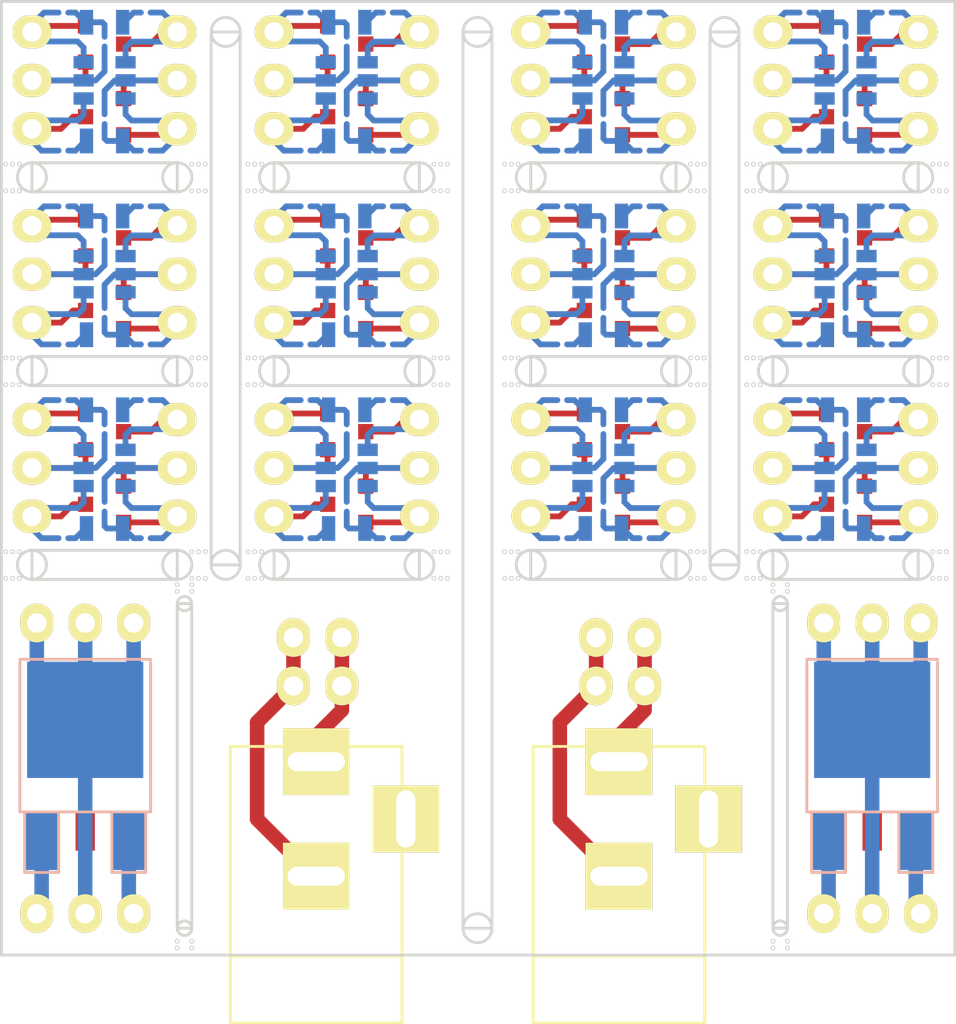
<source format=kicad_pcb>
(kicad_pcb (version 4) (host pcbnew 4.0.4+dfsg1-stable)
  (layers (0 F.Cu signal) (31 B.Cu signal) (34 B.Paste user) (35 F.Paste user) (36 B.SilkS user) (37 F.SilkS user) (38 B.Mask user) (39 F.Mask user) (44 Edge.Cuts user))
  (net 0 "")
  (module TO_SOT_Packages_SMD:TO-252-2Lead (layer B.Cu) (at 145.669 144.018 180)
    (fp_text reference REF** hide)
    (fp_text value TO-252-2Lead hide)
    (pad 1 smd rect (at -2.286 0 180) (size 1.651 3.048) (layers B.Cu B.Paste B.Mask))
    (pad 2 smd rect (at 0 6.35 180) (size 6.096 6.096) (layers B.Cu B.Paste B.Mask))
    (pad 3 smd rect (at 2.286 0 180) (size 1.651 3.048) (layers B.Cu B.Paste B.Mask))
  )
  (module TO_SOT_Packages_SMD:SOT-223 (layer F.Cu) (at 145.669 140.208)
    (fp_text reference REF** hide)
    (fp_text value SOT-223 hide)
    (pad 4 smd rect (at 0 -3.302) (size 3.6576 2.032) (layers F.Cu F.Paste F.Mask))
    (pad 2 smd rect (at 0 3.302) (size 1.016 2.032) (layers F.Cu F.Paste F.Mask))
    (pad 3 smd rect (at 2.286 3.302) (size 1.016 2.032) (layers F.Cu F.Paste F.Mask))
    (pad 1 smd rect (at -2.286 3.302) (size 1.016 2.032) (layers F.Cu F.Paste F.Mask))
  )
  (module Pin_Headers:Pin_Header_Straight_1x03 (layer F.Cu) (at 143.129 147.828 90)
    (fp_text reference REF** hide)
    (fp_text value Pin_Header_Straight_1x03 hide)
    (pad 1 thru_hole oval (at 0 0 90) (size 2.032 1.7272) (drill 1.016) (layers *.Cu *.Mask F.SilkS))
    (pad 2 thru_hole oval (at 0 2.54 90) (size 2.032 1.7272) (drill 1.016) (layers *.Cu *.Mask F.SilkS))
    (pad 3 thru_hole oval (at 0 5.08 90) (size 2.032 1.7272) (drill 1.016) (layers *.Cu *.Mask F.SilkS))
  )
  (module Pin_Headers:Pin_Header_Straight_1x03 (layer F.Cu) (at 143.129 132.588 90)
    (fp_text reference REF** hide)
    (fp_text value Pin_Header_Straight_1x03 hide)
    (pad 1 thru_hole oval (at 0 0 90) (size 2.032 1.7272) (drill 1.016) (layers *.Cu *.Mask F.SilkS))
    (pad 2 thru_hole oval (at 0 2.54 90) (size 2.032 1.7272) (drill 1.016) (layers *.Cu *.Mask F.SilkS))
    (pad 3 thru_hole oval (at 0 5.08 90) (size 2.032 1.7272) (drill 1.016) (layers *.Cu *.Mask F.SilkS))
  )
  (module Connect:BARREL_JACK (layer F.Cu) (at 132.388 146.063 90)
    (fp_text reference REF** hide)
    (fp_text value BARREL_JACK hide)
    (pad 1 thru_hole rect (at 6.20014 0 90) (size 3.50012 3.50012) (drill oval 1.00076 2.99974) (layers *.Cu *.Mask F.SilkS))
    (pad 2 thru_hole rect (at 0.20066 0 90) (size 3.50012 3.50012) (drill oval 1.00076 2.99974) (layers *.Cu *.Mask F.SilkS))
    (pad 3 thru_hole rect (at 3.2004 4.699 90) (size 3.50012 3.50012) (drill oval 2.99974 1.00076) (layers *.Cu *.Mask F.SilkS))
  )
  (module Pin_Headers:Pin_Header_Straight_1x03 (layer F.Cu) (at 131.191 135.89 90)
    (fp_text reference REF** hide)
    (fp_text value Pin_Header_Straight_1x03 hide)
    (pad 1 thru_hole oval (at 0 0 90) (size 2.032 1.7272) (drill 1.016) (layers *.Cu *.Mask F.SilkS))
    (pad 2 thru_hole oval (at 0 2.54 90) (size 2.032 1.7272) (drill 1.016) (layers *.Cu *.Mask F.SilkS))
  )
  (module Pin_Headers:Pin_Header_Straight_1x03 (layer F.Cu) (at 131.191 133.35 90)
    (fp_text reference REF** hide)
    (fp_text value Pin_Header_Straight_1x03 hide)
    (pad 1 thru_hole oval (at 0 0 90) (size 2.032 1.7272) (drill 1.016) (layers *.Cu *.Mask F.SilkS))
    (pad 2 thru_hole oval (at 0 2.54 90) (size 2.032 1.7272) (drill 1.016) (layers *.Cu *.Mask F.SilkS))
  )
  (module Pin_Headers:Pin_Header_Straight_1x03 (layer F.Cu) (at 115.316 133.35 90)
    (fp_text reference REF** hide)
    (fp_text value Pin_Header_Straight_1x03 hide)
    (pad 1 thru_hole oval (at 0 0 90) (size 2.032 1.7272) (drill 1.016) (layers *.Cu *.Mask F.SilkS))
    (pad 2 thru_hole oval (at 0 2.54 90) (size 2.032 1.7272) (drill 1.016) (layers *.Cu *.Mask F.SilkS))
  )
  (module Pin_Headers:Pin_Header_Straight_1x03 (layer F.Cu) (at 115.316 135.89 90)
    (fp_text reference REF** hide)
    (fp_text value Pin_Header_Straight_1x03 hide)
    (pad 1 thru_hole oval (at 0 0 90) (size 2.032 1.7272) (drill 1.016) (layers *.Cu *.Mask F.SilkS))
    (pad 2 thru_hole oval (at 0 2.54 90) (size 2.032 1.7272) (drill 1.016) (layers *.Cu *.Mask F.SilkS))
  )
  (module Pin_Headers:Pin_Header_Straight_1x03 (layer F.Cu) (at 101.854 132.588 90)
    (fp_text reference REF** hide)
    (fp_text value Pin_Header_Straight_1x03 hide)
    (pad 1 thru_hole oval (at 0 0 90) (size 2.032 1.7272) (drill 1.016) (layers *.Cu *.Mask F.SilkS))
    (pad 2 thru_hole oval (at 0 2.54 90) (size 2.032 1.7272) (drill 1.016) (layers *.Cu *.Mask F.SilkS))
    (pad 3 thru_hole oval (at 0 5.08 90) (size 2.032 1.7272) (drill 1.016) (layers *.Cu *.Mask F.SilkS))
  )
  (module Pin_Headers:Pin_Header_Straight_1x03 (layer F.Cu) (at 101.854 147.828 90)
    (fp_text reference REF** hide)
    (fp_text value Pin_Header_Straight_1x03 hide)
    (pad 1 thru_hole oval (at 0 0 90) (size 2.032 1.7272) (drill 1.016) (layers *.Cu *.Mask F.SilkS))
    (pad 2 thru_hole oval (at 0 2.54 90) (size 2.032 1.7272) (drill 1.016) (layers *.Cu *.Mask F.SilkS))
    (pad 3 thru_hole oval (at 0 5.08 90) (size 2.032 1.7272) (drill 1.016) (layers *.Cu *.Mask F.SilkS))
  )
  (module TO_SOT_Packages_SMD:SOT-223 (layer F.Cu) (at 104.394 140.208)
    (fp_text reference REF** hide)
    (fp_text value SOT-223 hide)
    (pad 4 smd rect (at 0 -3.302) (size 3.6576 2.032) (layers F.Cu F.Paste F.Mask))
    (pad 2 smd rect (at 0 3.302) (size 1.016 2.032) (layers F.Cu F.Paste F.Mask))
    (pad 3 smd rect (at 2.286 3.302) (size 1.016 2.032) (layers F.Cu F.Paste F.Mask))
    (pad 1 smd rect (at -2.286 3.302) (size 1.016 2.032) (layers F.Cu F.Paste F.Mask))
  )
  (module TO_SOT_Packages_SMD:SOT-23-6 (layer B.Cu) (at 105.41 124.46)
    (fp_text reference REF** hide)
    (fp_text value SOT-23-6 hide)
    (pad 1 smd rect (at -1.1 0.95) (size 1.06 0.65) (layers B.Cu B.Paste B.Mask))
    (pad 2 smd rect (at -1.1 0) (size 1.06 0.65) (layers B.Cu B.Paste B.Mask))
    (pad 3 smd rect (at -1.1 -0.95) (size 1.06 0.65) (layers B.Cu B.Paste B.Mask))
    (pad 4 smd rect (at 1.1 -0.95) (size 1.06 0.65) (layers B.Cu B.Paste B.Mask))
    (pad 6 smd rect (at 1.1 0.95) (size 1.06 0.65) (layers B.Cu B.Paste B.Mask))
    (pad 5 smd rect (at 1.1 0) (size 1.06 0.65) (layers B.Cu B.Paste B.Mask))
  )
  (module TO_SOT_Packages_SMD:SOT-23 (layer F.Cu) (at 105.41 122.555 270)
    (fp_text reference REF** hide)
    (fp_text value SOT-23 hide)
    (pad 1 smd rect (at -0.95 1.00076 270) (size 0.8001 0.8001) (layers F.Cu F.Paste F.Mask))
    (pad 2 smd rect (at 0.95 1.00076 270) (size 0.8001 0.8001) (layers F.Cu F.Paste F.Mask))
    (pad 3 smd rect (at 0 -0.99822 270) (size 0.8001 0.8001) (layers F.Cu F.Paste F.Mask))
  )
  (module TO_SOT_Packages_SMD:SOT-23 (layer F.Cu) (at 105.41 126.365 90)
    (fp_text reference REF** hide)
    (fp_text value SOT-23 hide)
    (pad 1 smd rect (at -0.95 1.00076 90) (size 0.8001 0.8001) (layers F.Cu F.Paste F.Mask))
    (pad 2 smd rect (at 0.95 1.00076 90) (size 0.8001 0.8001) (layers F.Cu F.Paste F.Mask))
    (pad 3 smd rect (at 0 -0.99822 90) (size 0.8001 0.8001) (layers F.Cu F.Paste F.Mask))
  )
  (module Pin_Headers:Pin_Header_Straight_1x03 (layer F.Cu) (at 101.6 121.92)
    (fp_text reference REF** hide)
    (fp_text value Pin_Header_Straight_1x03 hide)
    (pad 1 thru_hole oval (at 0 0) (size 2.032 1.7272) (drill 1.016) (layers *.Cu *.Mask F.SilkS))
    (pad 2 thru_hole oval (at 0 2.54) (size 2.032 1.7272) (drill 1.016) (layers *.Cu *.Mask F.SilkS))
    (pad 3 thru_hole oval (at 0 5.08) (size 2.032 1.7272) (drill 1.016) (layers *.Cu *.Mask F.SilkS))
  )
  (module Pin_Headers:Pin_Header_Straight_1x03 (layer F.Cu) (at 109.22 121.92)
    (fp_text reference REF** hide)
    (fp_text value Pin_Header_Straight_1x03 hide)
    (pad 1 thru_hole oval (at 0 0) (size 2.032 1.7272) (drill 1.016) (layers *.Cu *.Mask F.SilkS))
    (pad 2 thru_hole oval (at 0 2.54) (size 2.032 1.7272) (drill 1.016) (layers *.Cu *.Mask F.SilkS))
    (pad 3 thru_hole oval (at 0 5.08) (size 2.032 1.7272) (drill 1.016) (layers *.Cu *.Mask F.SilkS))
  )
  (module Resistors_SMD:R_0805 (layer B.Cu) (at 105.41 121.412)
    (fp_text reference REF** hide)
    (fp_text value R_0805 hide)
    (pad 1 smd rect (at -0.95 0) (size 0.7 1.3) (layers B.Cu B.Paste B.Mask))
    (pad 2 smd rect (at 0.95 0) (size 0.7 1.3) (layers B.Cu B.Paste B.Mask))
  )
  (module Resistors_SMD:R_0805 (layer B.Cu) (at 105.41 127.635)
    (fp_text reference REF** hide)
    (fp_text value R_0805 hide)
    (pad 1 smd rect (at -0.95 0) (size 0.7 1.3) (layers B.Cu B.Paste B.Mask))
    (pad 2 smd rect (at 0.95 0) (size 0.7 1.3) (layers B.Cu B.Paste B.Mask))
  )
  (module Resistors_SMD:R_0805 (layer B.Cu) (at 118.11 127.635)
    (fp_text reference REF** hide)
    (fp_text value R_0805 hide)
    (pad 1 smd rect (at -0.95 0) (size 0.7 1.3) (layers B.Cu B.Paste B.Mask))
    (pad 2 smd rect (at 0.95 0) (size 0.7 1.3) (layers B.Cu B.Paste B.Mask))
  )
  (module Resistors_SMD:R_0805 (layer B.Cu) (at 118.11 121.412)
    (fp_text reference REF** hide)
    (fp_text value R_0805 hide)
    (pad 1 smd rect (at -0.95 0) (size 0.7 1.3) (layers B.Cu B.Paste B.Mask))
    (pad 2 smd rect (at 0.95 0) (size 0.7 1.3) (layers B.Cu B.Paste B.Mask))
  )
  (module Pin_Headers:Pin_Header_Straight_1x03 (layer F.Cu) (at 121.92 121.92)
    (fp_text reference REF** hide)
    (fp_text value Pin_Header_Straight_1x03 hide)
    (pad 1 thru_hole oval (at 0 0) (size 2.032 1.7272) (drill 1.016) (layers *.Cu *.Mask F.SilkS))
    (pad 2 thru_hole oval (at 0 2.54) (size 2.032 1.7272) (drill 1.016) (layers *.Cu *.Mask F.SilkS))
    (pad 3 thru_hole oval (at 0 5.08) (size 2.032 1.7272) (drill 1.016) (layers *.Cu *.Mask F.SilkS))
  )
  (module Pin_Headers:Pin_Header_Straight_1x03 (layer F.Cu) (at 114.3 121.92)
    (fp_text reference REF** hide)
    (fp_text value Pin_Header_Straight_1x03 hide)
    (pad 1 thru_hole oval (at 0 0) (size 2.032 1.7272) (drill 1.016) (layers *.Cu *.Mask F.SilkS))
    (pad 2 thru_hole oval (at 0 2.54) (size 2.032 1.7272) (drill 1.016) (layers *.Cu *.Mask F.SilkS))
    (pad 3 thru_hole oval (at 0 5.08) (size 2.032 1.7272) (drill 1.016) (layers *.Cu *.Mask F.SilkS))
  )
  (module TO_SOT_Packages_SMD:SOT-23 (layer F.Cu) (at 118.11 126.365 90)
    (fp_text reference REF** hide)
    (fp_text value SOT-23 hide)
    (pad 1 smd rect (at -0.95 1.00076 90) (size 0.8001 0.8001) (layers F.Cu F.Paste F.Mask))
    (pad 2 smd rect (at 0.95 1.00076 90) (size 0.8001 0.8001) (layers F.Cu F.Paste F.Mask))
    (pad 3 smd rect (at 0 -0.99822 90) (size 0.8001 0.8001) (layers F.Cu F.Paste F.Mask))
  )
  (module TO_SOT_Packages_SMD:SOT-23 (layer F.Cu) (at 118.11 122.555 270)
    (fp_text reference REF** hide)
    (fp_text value SOT-23 hide)
    (pad 1 smd rect (at -0.95 1.00076 270) (size 0.8001 0.8001) (layers F.Cu F.Paste F.Mask))
    (pad 2 smd rect (at 0.95 1.00076 270) (size 0.8001 0.8001) (layers F.Cu F.Paste F.Mask))
    (pad 3 smd rect (at 0 -0.99822 270) (size 0.8001 0.8001) (layers F.Cu F.Paste F.Mask))
  )
  (module TO_SOT_Packages_SMD:SOT-23-6 (layer B.Cu) (at 118.11 124.46)
    (fp_text reference REF** hide)
    (fp_text value SOT-23-6 hide)
    (pad 1 smd rect (at -1.1 0.95) (size 1.06 0.65) (layers B.Cu B.Paste B.Mask))
    (pad 2 smd rect (at -1.1 0) (size 1.06 0.65) (layers B.Cu B.Paste B.Mask))
    (pad 3 smd rect (at -1.1 -0.95) (size 1.06 0.65) (layers B.Cu B.Paste B.Mask))
    (pad 4 smd rect (at 1.1 -0.95) (size 1.06 0.65) (layers B.Cu B.Paste B.Mask))
    (pad 6 smd rect (at 1.1 0.95) (size 1.06 0.65) (layers B.Cu B.Paste B.Mask))
    (pad 5 smd rect (at 1.1 0) (size 1.06 0.65) (layers B.Cu B.Paste B.Mask))
  )
  (module TO_SOT_Packages_SMD:SOT-23-6 (layer B.Cu) (at 131.572 124.46)
    (fp_text reference REF** hide)
    (fp_text value SOT-23-6 hide)
    (pad 1 smd rect (at -1.1 0.95) (size 1.06 0.65) (layers B.Cu B.Paste B.Mask))
    (pad 2 smd rect (at -1.1 0) (size 1.06 0.65) (layers B.Cu B.Paste B.Mask))
    (pad 3 smd rect (at -1.1 -0.95) (size 1.06 0.65) (layers B.Cu B.Paste B.Mask))
    (pad 4 smd rect (at 1.1 -0.95) (size 1.06 0.65) (layers B.Cu B.Paste B.Mask))
    (pad 6 smd rect (at 1.1 0.95) (size 1.06 0.65) (layers B.Cu B.Paste B.Mask))
    (pad 5 smd rect (at 1.1 0) (size 1.06 0.65) (layers B.Cu B.Paste B.Mask))
  )
  (module TO_SOT_Packages_SMD:SOT-23 (layer F.Cu) (at 131.572 122.555 270)
    (fp_text reference REF** hide)
    (fp_text value SOT-23 hide)
    (pad 1 smd rect (at -0.95 1.00076 270) (size 0.8001 0.8001) (layers F.Cu F.Paste F.Mask))
    (pad 2 smd rect (at 0.95 1.00076 270) (size 0.8001 0.8001) (layers F.Cu F.Paste F.Mask))
    (pad 3 smd rect (at 0 -0.99822 270) (size 0.8001 0.8001) (layers F.Cu F.Paste F.Mask))
  )
  (module TO_SOT_Packages_SMD:SOT-23 (layer F.Cu) (at 131.572 126.365 90)
    (fp_text reference REF** hide)
    (fp_text value SOT-23 hide)
    (pad 1 smd rect (at -0.95 1.00076 90) (size 0.8001 0.8001) (layers F.Cu F.Paste F.Mask))
    (pad 2 smd rect (at 0.95 1.00076 90) (size 0.8001 0.8001) (layers F.Cu F.Paste F.Mask))
    (pad 3 smd rect (at 0 -0.99822 90) (size 0.8001 0.8001) (layers F.Cu F.Paste F.Mask))
  )
  (module Pin_Headers:Pin_Header_Straight_1x03 (layer F.Cu) (at 127.762 121.92)
    (fp_text reference REF** hide)
    (fp_text value Pin_Header_Straight_1x03 hide)
    (pad 1 thru_hole oval (at 0 0) (size 2.032 1.7272) (drill 1.016) (layers *.Cu *.Mask F.SilkS))
    (pad 2 thru_hole oval (at 0 2.54) (size 2.032 1.7272) (drill 1.016) (layers *.Cu *.Mask F.SilkS))
    (pad 3 thru_hole oval (at 0 5.08) (size 2.032 1.7272) (drill 1.016) (layers *.Cu *.Mask F.SilkS))
  )
  (module Pin_Headers:Pin_Header_Straight_1x03 (layer F.Cu) (at 135.382 121.92)
    (fp_text reference REF** hide)
    (fp_text value Pin_Header_Straight_1x03 hide)
    (pad 1 thru_hole oval (at 0 0) (size 2.032 1.7272) (drill 1.016) (layers *.Cu *.Mask F.SilkS))
    (pad 2 thru_hole oval (at 0 2.54) (size 2.032 1.7272) (drill 1.016) (layers *.Cu *.Mask F.SilkS))
    (pad 3 thru_hole oval (at 0 5.08) (size 2.032 1.7272) (drill 1.016) (layers *.Cu *.Mask F.SilkS))
  )
  (module Resistors_SMD:R_0805 (layer B.Cu) (at 131.572 121.412)
    (fp_text reference REF** hide)
    (fp_text value R_0805 hide)
    (pad 1 smd rect (at -0.95 0) (size 0.7 1.3) (layers B.Cu B.Paste B.Mask))
    (pad 2 smd rect (at 0.95 0) (size 0.7 1.3) (layers B.Cu B.Paste B.Mask))
  )
  (module Resistors_SMD:R_0805 (layer B.Cu) (at 131.572 127.635)
    (fp_text reference REF** hide)
    (fp_text value R_0805 hide)
    (pad 1 smd rect (at -0.95 0) (size 0.7 1.3) (layers B.Cu B.Paste B.Mask))
    (pad 2 smd rect (at 0.95 0) (size 0.7 1.3) (layers B.Cu B.Paste B.Mask))
  )
  (module Resistors_SMD:R_0805 (layer B.Cu) (at 144.272 127.635)
    (fp_text reference REF** hide)
    (fp_text value R_0805 hide)
    (pad 1 smd rect (at -0.95 0) (size 0.7 1.3) (layers B.Cu B.Paste B.Mask))
    (pad 2 smd rect (at 0.95 0) (size 0.7 1.3) (layers B.Cu B.Paste B.Mask))
  )
  (module Resistors_SMD:R_0805 (layer B.Cu) (at 144.272 121.412)
    (fp_text reference REF** hide)
    (fp_text value R_0805 hide)
    (pad 1 smd rect (at -0.95 0) (size 0.7 1.3) (layers B.Cu B.Paste B.Mask))
    (pad 2 smd rect (at 0.95 0) (size 0.7 1.3) (layers B.Cu B.Paste B.Mask))
  )
  (module Pin_Headers:Pin_Header_Straight_1x03 (layer F.Cu) (at 148.082 121.92)
    (fp_text reference REF** hide)
    (fp_text value Pin_Header_Straight_1x03 hide)
    (pad 1 thru_hole oval (at 0 0) (size 2.032 1.7272) (drill 1.016) (layers *.Cu *.Mask F.SilkS))
    (pad 2 thru_hole oval (at 0 2.54) (size 2.032 1.7272) (drill 1.016) (layers *.Cu *.Mask F.SilkS))
    (pad 3 thru_hole oval (at 0 5.08) (size 2.032 1.7272) (drill 1.016) (layers *.Cu *.Mask F.SilkS))
  )
  (module Pin_Headers:Pin_Header_Straight_1x03 (layer F.Cu) (at 140.462 121.92)
    (fp_text reference REF** hide)
    (fp_text value Pin_Header_Straight_1x03 hide)
    (pad 1 thru_hole oval (at 0 0) (size 2.032 1.7272) (drill 1.016) (layers *.Cu *.Mask F.SilkS))
    (pad 2 thru_hole oval (at 0 2.54) (size 2.032 1.7272) (drill 1.016) (layers *.Cu *.Mask F.SilkS))
    (pad 3 thru_hole oval (at 0 5.08) (size 2.032 1.7272) (drill 1.016) (layers *.Cu *.Mask F.SilkS))
  )
  (module TO_SOT_Packages_SMD:SOT-23 (layer F.Cu) (at 144.272 126.365 90)
    (fp_text reference REF** hide)
    (fp_text value SOT-23 hide)
    (pad 1 smd rect (at -0.95 1.00076 90) (size 0.8001 0.8001) (layers F.Cu F.Paste F.Mask))
    (pad 2 smd rect (at 0.95 1.00076 90) (size 0.8001 0.8001) (layers F.Cu F.Paste F.Mask))
    (pad 3 smd rect (at 0 -0.99822 90) (size 0.8001 0.8001) (layers F.Cu F.Paste F.Mask))
  )
  (module TO_SOT_Packages_SMD:SOT-23 (layer F.Cu) (at 144.272 122.555 270)
    (fp_text reference REF** hide)
    (fp_text value SOT-23 hide)
    (pad 1 smd rect (at -0.95 1.00076 270) (size 0.8001 0.8001) (layers F.Cu F.Paste F.Mask))
    (pad 2 smd rect (at 0.95 1.00076 270) (size 0.8001 0.8001) (layers F.Cu F.Paste F.Mask))
    (pad 3 smd rect (at 0 -0.99822 270) (size 0.8001 0.8001) (layers F.Cu F.Paste F.Mask))
  )
  (module TO_SOT_Packages_SMD:SOT-23-6 (layer B.Cu) (at 144.272 124.46)
    (fp_text reference REF** hide)
    (fp_text value SOT-23-6 hide)
    (pad 1 smd rect (at -1.1 0.95) (size 1.06 0.65) (layers B.Cu B.Paste B.Mask))
    (pad 2 smd rect (at -1.1 0) (size 1.06 0.65) (layers B.Cu B.Paste B.Mask))
    (pad 3 smd rect (at -1.1 -0.95) (size 1.06 0.65) (layers B.Cu B.Paste B.Mask))
    (pad 4 smd rect (at 1.1 -0.95) (size 1.06 0.65) (layers B.Cu B.Paste B.Mask))
    (pad 6 smd rect (at 1.1 0.95) (size 1.06 0.65) (layers B.Cu B.Paste B.Mask))
    (pad 5 smd rect (at 1.1 0) (size 1.06 0.65) (layers B.Cu B.Paste B.Mask))
  )
  (module TO_SOT_Packages_SMD:SOT-23-6 (layer B.Cu) (at 105.41 114.3)
    (fp_text reference REF** hide)
    (fp_text value SOT-23-6 hide)
    (pad 1 smd rect (at -1.1 0.95) (size 1.06 0.65) (layers B.Cu B.Paste B.Mask))
    (pad 2 smd rect (at -1.1 0) (size 1.06 0.65) (layers B.Cu B.Paste B.Mask))
    (pad 3 smd rect (at -1.1 -0.95) (size 1.06 0.65) (layers B.Cu B.Paste B.Mask))
    (pad 4 smd rect (at 1.1 -0.95) (size 1.06 0.65) (layers B.Cu B.Paste B.Mask))
    (pad 6 smd rect (at 1.1 0.95) (size 1.06 0.65) (layers B.Cu B.Paste B.Mask))
    (pad 5 smd rect (at 1.1 0) (size 1.06 0.65) (layers B.Cu B.Paste B.Mask))
  )
  (module TO_SOT_Packages_SMD:SOT-23 (layer F.Cu) (at 105.41 112.395 270)
    (fp_text reference REF** hide)
    (fp_text value SOT-23 hide)
    (pad 1 smd rect (at -0.95 1.00076 270) (size 0.8001 0.8001) (layers F.Cu F.Paste F.Mask))
    (pad 2 smd rect (at 0.95 1.00076 270) (size 0.8001 0.8001) (layers F.Cu F.Paste F.Mask))
    (pad 3 smd rect (at 0 -0.99822 270) (size 0.8001 0.8001) (layers F.Cu F.Paste F.Mask))
  )
  (module TO_SOT_Packages_SMD:SOT-23 (layer F.Cu) (at 105.41 116.205 90)
    (fp_text reference REF** hide)
    (fp_text value SOT-23 hide)
    (pad 1 smd rect (at -0.95 1.00076 90) (size 0.8001 0.8001) (layers F.Cu F.Paste F.Mask))
    (pad 2 smd rect (at 0.95 1.00076 90) (size 0.8001 0.8001) (layers F.Cu F.Paste F.Mask))
    (pad 3 smd rect (at 0 -0.99822 90) (size 0.8001 0.8001) (layers F.Cu F.Paste F.Mask))
  )
  (module Pin_Headers:Pin_Header_Straight_1x03 (layer F.Cu) (at 101.6 111.76)
    (fp_text reference REF** hide)
    (fp_text value Pin_Header_Straight_1x03 hide)
    (pad 1 thru_hole oval (at 0 0) (size 2.032 1.7272) (drill 1.016) (layers *.Cu *.Mask F.SilkS))
    (pad 2 thru_hole oval (at 0 2.54) (size 2.032 1.7272) (drill 1.016) (layers *.Cu *.Mask F.SilkS))
    (pad 3 thru_hole oval (at 0 5.08) (size 2.032 1.7272) (drill 1.016) (layers *.Cu *.Mask F.SilkS))
  )
  (module Pin_Headers:Pin_Header_Straight_1x03 (layer F.Cu) (at 109.22 111.76)
    (fp_text reference REF** hide)
    (fp_text value Pin_Header_Straight_1x03 hide)
    (pad 1 thru_hole oval (at 0 0) (size 2.032 1.7272) (drill 1.016) (layers *.Cu *.Mask F.SilkS))
    (pad 2 thru_hole oval (at 0 2.54) (size 2.032 1.7272) (drill 1.016) (layers *.Cu *.Mask F.SilkS))
    (pad 3 thru_hole oval (at 0 5.08) (size 2.032 1.7272) (drill 1.016) (layers *.Cu *.Mask F.SilkS))
  )
  (module Resistors_SMD:R_0805 (layer B.Cu) (at 105.41 111.252)
    (fp_text reference REF** hide)
    (fp_text value R_0805 hide)
    (pad 1 smd rect (at -0.95 0) (size 0.7 1.3) (layers B.Cu B.Paste B.Mask))
    (pad 2 smd rect (at 0.95 0) (size 0.7 1.3) (layers B.Cu B.Paste B.Mask))
  )
  (module Resistors_SMD:R_0805 (layer B.Cu) (at 105.41 117.475)
    (fp_text reference REF** hide)
    (fp_text value R_0805 hide)
    (pad 1 smd rect (at -0.95 0) (size 0.7 1.3) (layers B.Cu B.Paste B.Mask))
    (pad 2 smd rect (at 0.95 0) (size 0.7 1.3) (layers B.Cu B.Paste B.Mask))
  )
  (module Resistors_SMD:R_0805 (layer B.Cu) (at 118.11 117.475)
    (fp_text reference REF** hide)
    (fp_text value R_0805 hide)
    (pad 1 smd rect (at -0.95 0) (size 0.7 1.3) (layers B.Cu B.Paste B.Mask))
    (pad 2 smd rect (at 0.95 0) (size 0.7 1.3) (layers B.Cu B.Paste B.Mask))
  )
  (module Resistors_SMD:R_0805 (layer B.Cu) (at 118.11 111.252)
    (fp_text reference REF** hide)
    (fp_text value R_0805 hide)
    (pad 1 smd rect (at -0.95 0) (size 0.7 1.3) (layers B.Cu B.Paste B.Mask))
    (pad 2 smd rect (at 0.95 0) (size 0.7 1.3) (layers B.Cu B.Paste B.Mask))
  )
  (module Pin_Headers:Pin_Header_Straight_1x03 (layer F.Cu) (at 121.92 111.76)
    (fp_text reference REF** hide)
    (fp_text value Pin_Header_Straight_1x03 hide)
    (pad 1 thru_hole oval (at 0 0) (size 2.032 1.7272) (drill 1.016) (layers *.Cu *.Mask F.SilkS))
    (pad 2 thru_hole oval (at 0 2.54) (size 2.032 1.7272) (drill 1.016) (layers *.Cu *.Mask F.SilkS))
    (pad 3 thru_hole oval (at 0 5.08) (size 2.032 1.7272) (drill 1.016) (layers *.Cu *.Mask F.SilkS))
  )
  (module Pin_Headers:Pin_Header_Straight_1x03 (layer F.Cu) (at 114.3 111.76)
    (fp_text reference REF** hide)
    (fp_text value Pin_Header_Straight_1x03 hide)
    (pad 1 thru_hole oval (at 0 0) (size 2.032 1.7272) (drill 1.016) (layers *.Cu *.Mask F.SilkS))
    (pad 2 thru_hole oval (at 0 2.54) (size 2.032 1.7272) (drill 1.016) (layers *.Cu *.Mask F.SilkS))
    (pad 3 thru_hole oval (at 0 5.08) (size 2.032 1.7272) (drill 1.016) (layers *.Cu *.Mask F.SilkS))
  )
  (module TO_SOT_Packages_SMD:SOT-23 (layer F.Cu) (at 118.11 116.205 90)
    (fp_text reference REF** hide)
    (fp_text value SOT-23 hide)
    (pad 1 smd rect (at -0.95 1.00076 90) (size 0.8001 0.8001) (layers F.Cu F.Paste F.Mask))
    (pad 2 smd rect (at 0.95 1.00076 90) (size 0.8001 0.8001) (layers F.Cu F.Paste F.Mask))
    (pad 3 smd rect (at 0 -0.99822 90) (size 0.8001 0.8001) (layers F.Cu F.Paste F.Mask))
  )
  (module TO_SOT_Packages_SMD:SOT-23 (layer F.Cu) (at 118.11 112.395 270)
    (fp_text reference REF** hide)
    (fp_text value SOT-23 hide)
    (pad 1 smd rect (at -0.95 1.00076 270) (size 0.8001 0.8001) (layers F.Cu F.Paste F.Mask))
    (pad 2 smd rect (at 0.95 1.00076 270) (size 0.8001 0.8001) (layers F.Cu F.Paste F.Mask))
    (pad 3 smd rect (at 0 -0.99822 270) (size 0.8001 0.8001) (layers F.Cu F.Paste F.Mask))
  )
  (module TO_SOT_Packages_SMD:SOT-23-6 (layer B.Cu) (at 118.11 114.3)
    (fp_text reference REF** hide)
    (fp_text value SOT-23-6 hide)
    (pad 1 smd rect (at -1.1 0.95) (size 1.06 0.65) (layers B.Cu B.Paste B.Mask))
    (pad 2 smd rect (at -1.1 0) (size 1.06 0.65) (layers B.Cu B.Paste B.Mask))
    (pad 3 smd rect (at -1.1 -0.95) (size 1.06 0.65) (layers B.Cu B.Paste B.Mask))
    (pad 4 smd rect (at 1.1 -0.95) (size 1.06 0.65) (layers B.Cu B.Paste B.Mask))
    (pad 6 smd rect (at 1.1 0.95) (size 1.06 0.65) (layers B.Cu B.Paste B.Mask))
    (pad 5 smd rect (at 1.1 0) (size 1.06 0.65) (layers B.Cu B.Paste B.Mask))
  )
  (module TO_SOT_Packages_SMD:SOT-23-6 (layer B.Cu) (at 131.572 114.3)
    (fp_text reference REF** hide)
    (fp_text value SOT-23-6 hide)
    (pad 1 smd rect (at -1.1 0.95) (size 1.06 0.65) (layers B.Cu B.Paste B.Mask))
    (pad 2 smd rect (at -1.1 0) (size 1.06 0.65) (layers B.Cu B.Paste B.Mask))
    (pad 3 smd rect (at -1.1 -0.95) (size 1.06 0.65) (layers B.Cu B.Paste B.Mask))
    (pad 4 smd rect (at 1.1 -0.95) (size 1.06 0.65) (layers B.Cu B.Paste B.Mask))
    (pad 6 smd rect (at 1.1 0.95) (size 1.06 0.65) (layers B.Cu B.Paste B.Mask))
    (pad 5 smd rect (at 1.1 0) (size 1.06 0.65) (layers B.Cu B.Paste B.Mask))
  )
  (module TO_SOT_Packages_SMD:SOT-23 (layer F.Cu) (at 131.572 112.395 270)
    (fp_text reference REF** hide)
    (fp_text value SOT-23 hide)
    (pad 1 smd rect (at -0.95 1.00076 270) (size 0.8001 0.8001) (layers F.Cu F.Paste F.Mask))
    (pad 2 smd rect (at 0.95 1.00076 270) (size 0.8001 0.8001) (layers F.Cu F.Paste F.Mask))
    (pad 3 smd rect (at 0 -0.99822 270) (size 0.8001 0.8001) (layers F.Cu F.Paste F.Mask))
  )
  (module TO_SOT_Packages_SMD:SOT-23 (layer F.Cu) (at 131.572 116.205 90)
    (fp_text reference REF** hide)
    (fp_text value SOT-23 hide)
    (pad 1 smd rect (at -0.95 1.00076 90) (size 0.8001 0.8001) (layers F.Cu F.Paste F.Mask))
    (pad 2 smd rect (at 0.95 1.00076 90) (size 0.8001 0.8001) (layers F.Cu F.Paste F.Mask))
    (pad 3 smd rect (at 0 -0.99822 90) (size 0.8001 0.8001) (layers F.Cu F.Paste F.Mask))
  )
  (module Pin_Headers:Pin_Header_Straight_1x03 (layer F.Cu) (at 127.762 111.76)
    (fp_text reference REF** hide)
    (fp_text value Pin_Header_Straight_1x03 hide)
    (pad 1 thru_hole oval (at 0 0) (size 2.032 1.7272) (drill 1.016) (layers *.Cu *.Mask F.SilkS))
    (pad 2 thru_hole oval (at 0 2.54) (size 2.032 1.7272) (drill 1.016) (layers *.Cu *.Mask F.SilkS))
    (pad 3 thru_hole oval (at 0 5.08) (size 2.032 1.7272) (drill 1.016) (layers *.Cu *.Mask F.SilkS))
  )
  (module Pin_Headers:Pin_Header_Straight_1x03 (layer F.Cu) (at 135.382 111.76)
    (fp_text reference REF** hide)
    (fp_text value Pin_Header_Straight_1x03 hide)
    (pad 1 thru_hole oval (at 0 0) (size 2.032 1.7272) (drill 1.016) (layers *.Cu *.Mask F.SilkS))
    (pad 2 thru_hole oval (at 0 2.54) (size 2.032 1.7272) (drill 1.016) (layers *.Cu *.Mask F.SilkS))
    (pad 3 thru_hole oval (at 0 5.08) (size 2.032 1.7272) (drill 1.016) (layers *.Cu *.Mask F.SilkS))
  )
  (module Resistors_SMD:R_0805 (layer B.Cu) (at 131.572 111.252)
    (fp_text reference REF** hide)
    (fp_text value R_0805 hide)
    (pad 1 smd rect (at -0.95 0) (size 0.7 1.3) (layers B.Cu B.Paste B.Mask))
    (pad 2 smd rect (at 0.95 0) (size 0.7 1.3) (layers B.Cu B.Paste B.Mask))
  )
  (module Resistors_SMD:R_0805 (layer B.Cu) (at 131.572 117.475)
    (fp_text reference REF** hide)
    (fp_text value R_0805 hide)
    (pad 1 smd rect (at -0.95 0) (size 0.7 1.3) (layers B.Cu B.Paste B.Mask))
    (pad 2 smd rect (at 0.95 0) (size 0.7 1.3) (layers B.Cu B.Paste B.Mask))
  )
  (module Resistors_SMD:R_0805 (layer B.Cu) (at 144.272 117.475)
    (fp_text reference REF** hide)
    (fp_text value R_0805 hide)
    (pad 1 smd rect (at -0.95 0) (size 0.7 1.3) (layers B.Cu B.Paste B.Mask))
    (pad 2 smd rect (at 0.95 0) (size 0.7 1.3) (layers B.Cu B.Paste B.Mask))
  )
  (module Resistors_SMD:R_0805 (layer B.Cu) (at 144.272 111.252)
    (fp_text reference REF** hide)
    (fp_text value R_0805 hide)
    (pad 1 smd rect (at -0.95 0) (size 0.7 1.3) (layers B.Cu B.Paste B.Mask))
    (pad 2 smd rect (at 0.95 0) (size 0.7 1.3) (layers B.Cu B.Paste B.Mask))
  )
  (module Pin_Headers:Pin_Header_Straight_1x03 (layer F.Cu) (at 148.082 111.76)
    (fp_text reference REF** hide)
    (fp_text value Pin_Header_Straight_1x03 hide)
    (pad 1 thru_hole oval (at 0 0) (size 2.032 1.7272) (drill 1.016) (layers *.Cu *.Mask F.SilkS))
    (pad 2 thru_hole oval (at 0 2.54) (size 2.032 1.7272) (drill 1.016) (layers *.Cu *.Mask F.SilkS))
    (pad 3 thru_hole oval (at 0 5.08) (size 2.032 1.7272) (drill 1.016) (layers *.Cu *.Mask F.SilkS))
  )
  (module Pin_Headers:Pin_Header_Straight_1x03 (layer F.Cu) (at 140.462 111.76)
    (fp_text reference REF** hide)
    (fp_text value Pin_Header_Straight_1x03 hide)
    (pad 1 thru_hole oval (at 0 0) (size 2.032 1.7272) (drill 1.016) (layers *.Cu *.Mask F.SilkS))
    (pad 2 thru_hole oval (at 0 2.54) (size 2.032 1.7272) (drill 1.016) (layers *.Cu *.Mask F.SilkS))
    (pad 3 thru_hole oval (at 0 5.08) (size 2.032 1.7272) (drill 1.016) (layers *.Cu *.Mask F.SilkS))
  )
  (module TO_SOT_Packages_SMD:SOT-23 (layer F.Cu) (at 144.272 116.205 90)
    (fp_text reference REF** hide)
    (fp_text value SOT-23 hide)
    (pad 1 smd rect (at -0.95 1.00076 90) (size 0.8001 0.8001) (layers F.Cu F.Paste F.Mask))
    (pad 2 smd rect (at 0.95 1.00076 90) (size 0.8001 0.8001) (layers F.Cu F.Paste F.Mask))
    (pad 3 smd rect (at 0 -0.99822 90) (size 0.8001 0.8001) (layers F.Cu F.Paste F.Mask))
  )
  (module TO_SOT_Packages_SMD:SOT-23 (layer F.Cu) (at 144.272 112.395 270)
    (fp_text reference REF** hide)
    (fp_text value SOT-23 hide)
    (pad 1 smd rect (at -0.95 1.00076 270) (size 0.8001 0.8001) (layers F.Cu F.Paste F.Mask))
    (pad 2 smd rect (at 0.95 1.00076 270) (size 0.8001 0.8001) (layers F.Cu F.Paste F.Mask))
    (pad 3 smd rect (at 0 -0.99822 270) (size 0.8001 0.8001) (layers F.Cu F.Paste F.Mask))
  )
  (module TO_SOT_Packages_SMD:SOT-23-6 (layer B.Cu) (at 144.272 114.3)
    (fp_text reference REF** hide)
    (fp_text value SOT-23-6 hide)
    (pad 1 smd rect (at -1.1 0.95) (size 1.06 0.65) (layers B.Cu B.Paste B.Mask))
    (pad 2 smd rect (at -1.1 0) (size 1.06 0.65) (layers B.Cu B.Paste B.Mask))
    (pad 3 smd rect (at -1.1 -0.95) (size 1.06 0.65) (layers B.Cu B.Paste B.Mask))
    (pad 4 smd rect (at 1.1 -0.95) (size 1.06 0.65) (layers B.Cu B.Paste B.Mask))
    (pad 6 smd rect (at 1.1 0.95) (size 1.06 0.65) (layers B.Cu B.Paste B.Mask))
    (pad 5 smd rect (at 1.1 0) (size 1.06 0.65) (layers B.Cu B.Paste B.Mask))
  )
  (module TO_SOT_Packages_SMD:SOT-23-6 (layer B.Cu) (at 144.272 104.14)
    (fp_text reference REF** hide)
    (fp_text value SOT-23-6 hide)
    (pad 1 smd rect (at -1.1 0.95) (size 1.06 0.65) (layers B.Cu B.Paste B.Mask))
    (pad 2 smd rect (at -1.1 0) (size 1.06 0.65) (layers B.Cu B.Paste B.Mask))
    (pad 3 smd rect (at -1.1 -0.95) (size 1.06 0.65) (layers B.Cu B.Paste B.Mask))
    (pad 4 smd rect (at 1.1 -0.95) (size 1.06 0.65) (layers B.Cu B.Paste B.Mask))
    (pad 6 smd rect (at 1.1 0.95) (size 1.06 0.65) (layers B.Cu B.Paste B.Mask))
    (pad 5 smd rect (at 1.1 0) (size 1.06 0.65) (layers B.Cu B.Paste B.Mask))
  )
  (module TO_SOT_Packages_SMD:SOT-23 (layer F.Cu) (at 144.272 102.235 270)
    (fp_text reference REF** hide)
    (fp_text value SOT-23 hide)
    (pad 1 smd rect (at -0.95 1.00076 270) (size 0.8001 0.8001) (layers F.Cu F.Paste F.Mask))
    (pad 2 smd rect (at 0.95 1.00076 270) (size 0.8001 0.8001) (layers F.Cu F.Paste F.Mask))
    (pad 3 smd rect (at 0 -0.99822 270) (size 0.8001 0.8001) (layers F.Cu F.Paste F.Mask))
  )
  (module TO_SOT_Packages_SMD:SOT-23 (layer F.Cu) (at 144.272 106.045 90)
    (fp_text reference REF** hide)
    (fp_text value SOT-23 hide)
    (pad 1 smd rect (at -0.95 1.00076 90) (size 0.8001 0.8001) (layers F.Cu F.Paste F.Mask))
    (pad 2 smd rect (at 0.95 1.00076 90) (size 0.8001 0.8001) (layers F.Cu F.Paste F.Mask))
    (pad 3 smd rect (at 0 -0.99822 90) (size 0.8001 0.8001) (layers F.Cu F.Paste F.Mask))
  )
  (module Pin_Headers:Pin_Header_Straight_1x03 (layer F.Cu) (at 140.462 101.6)
    (fp_text reference REF** hide)
    (fp_text value Pin_Header_Straight_1x03 hide)
    (pad 1 thru_hole oval (at 0 0) (size 2.032 1.7272) (drill 1.016) (layers *.Cu *.Mask F.SilkS))
    (pad 2 thru_hole oval (at 0 2.54) (size 2.032 1.7272) (drill 1.016) (layers *.Cu *.Mask F.SilkS))
    (pad 3 thru_hole oval (at 0 5.08) (size 2.032 1.7272) (drill 1.016) (layers *.Cu *.Mask F.SilkS))
  )
  (module Pin_Headers:Pin_Header_Straight_1x03 (layer F.Cu) (at 148.082 101.6)
    (fp_text reference REF** hide)
    (fp_text value Pin_Header_Straight_1x03 hide)
    (pad 1 thru_hole oval (at 0 0) (size 2.032 1.7272) (drill 1.016) (layers *.Cu *.Mask F.SilkS))
    (pad 2 thru_hole oval (at 0 2.54) (size 2.032 1.7272) (drill 1.016) (layers *.Cu *.Mask F.SilkS))
    (pad 3 thru_hole oval (at 0 5.08) (size 2.032 1.7272) (drill 1.016) (layers *.Cu *.Mask F.SilkS))
  )
  (module Resistors_SMD:R_0805 (layer B.Cu) (at 144.272 101.092)
    (fp_text reference REF** hide)
    (fp_text value R_0805 hide)
    (pad 1 smd rect (at -0.95 0) (size 0.7 1.3) (layers B.Cu B.Paste B.Mask))
    (pad 2 smd rect (at 0.95 0) (size 0.7 1.3) (layers B.Cu B.Paste B.Mask))
  )
  (module Resistors_SMD:R_0805 (layer B.Cu) (at 144.272 107.315)
    (fp_text reference REF** hide)
    (fp_text value R_0805 hide)
    (pad 1 smd rect (at -0.95 0) (size 0.7 1.3) (layers B.Cu B.Paste B.Mask))
    (pad 2 smd rect (at 0.95 0) (size 0.7 1.3) (layers B.Cu B.Paste B.Mask))
  )
  (module Resistors_SMD:R_0805 (layer B.Cu) (at 131.572 107.315)
    (fp_text reference REF** hide)
    (fp_text value R_0805 hide)
    (pad 1 smd rect (at -0.95 0) (size 0.7 1.3) (layers B.Cu B.Paste B.Mask))
    (pad 2 smd rect (at 0.95 0) (size 0.7 1.3) (layers B.Cu B.Paste B.Mask))
  )
  (module Resistors_SMD:R_0805 (layer B.Cu) (at 131.572 101.092)
    (fp_text reference REF** hide)
    (fp_text value R_0805 hide)
    (pad 1 smd rect (at -0.95 0) (size 0.7 1.3) (layers B.Cu B.Paste B.Mask))
    (pad 2 smd rect (at 0.95 0) (size 0.7 1.3) (layers B.Cu B.Paste B.Mask))
  )
  (module Pin_Headers:Pin_Header_Straight_1x03 (layer F.Cu) (at 135.382 101.6)
    (fp_text reference REF** hide)
    (fp_text value Pin_Header_Straight_1x03 hide)
    (pad 1 thru_hole oval (at 0 0) (size 2.032 1.7272) (drill 1.016) (layers *.Cu *.Mask F.SilkS))
    (pad 2 thru_hole oval (at 0 2.54) (size 2.032 1.7272) (drill 1.016) (layers *.Cu *.Mask F.SilkS))
    (pad 3 thru_hole oval (at 0 5.08) (size 2.032 1.7272) (drill 1.016) (layers *.Cu *.Mask F.SilkS))
  )
  (module Pin_Headers:Pin_Header_Straight_1x03 (layer F.Cu) (at 127.762 101.6)
    (fp_text reference REF** hide)
    (fp_text value Pin_Header_Straight_1x03 hide)
    (pad 1 thru_hole oval (at 0 0) (size 2.032 1.7272) (drill 1.016) (layers *.Cu *.Mask F.SilkS))
    (pad 2 thru_hole oval (at 0 2.54) (size 2.032 1.7272) (drill 1.016) (layers *.Cu *.Mask F.SilkS))
    (pad 3 thru_hole oval (at 0 5.08) (size 2.032 1.7272) (drill 1.016) (layers *.Cu *.Mask F.SilkS))
  )
  (module TO_SOT_Packages_SMD:SOT-23 (layer F.Cu) (at 131.572 106.045 90)
    (fp_text reference REF** hide)
    (fp_text value SOT-23 hide)
    (pad 1 smd rect (at -0.95 1.00076 90) (size 0.8001 0.8001) (layers F.Cu F.Paste F.Mask))
    (pad 2 smd rect (at 0.95 1.00076 90) (size 0.8001 0.8001) (layers F.Cu F.Paste F.Mask))
    (pad 3 smd rect (at 0 -0.99822 90) (size 0.8001 0.8001) (layers F.Cu F.Paste F.Mask))
  )
  (module TO_SOT_Packages_SMD:SOT-23 (layer F.Cu) (at 131.572 102.235 270)
    (fp_text reference REF** hide)
    (fp_text value SOT-23 hide)
    (pad 1 smd rect (at -0.95 1.00076 270) (size 0.8001 0.8001) (layers F.Cu F.Paste F.Mask))
    (pad 2 smd rect (at 0.95 1.00076 270) (size 0.8001 0.8001) (layers F.Cu F.Paste F.Mask))
    (pad 3 smd rect (at 0 -0.99822 270) (size 0.8001 0.8001) (layers F.Cu F.Paste F.Mask))
  )
  (module TO_SOT_Packages_SMD:SOT-23-6 (layer B.Cu) (at 131.572 104.14)
    (fp_text reference REF** hide)
    (fp_text value SOT-23-6 hide)
    (pad 1 smd rect (at -1.1 0.95) (size 1.06 0.65) (layers B.Cu B.Paste B.Mask))
    (pad 2 smd rect (at -1.1 0) (size 1.06 0.65) (layers B.Cu B.Paste B.Mask))
    (pad 3 smd rect (at -1.1 -0.95) (size 1.06 0.65) (layers B.Cu B.Paste B.Mask))
    (pad 4 smd rect (at 1.1 -0.95) (size 1.06 0.65) (layers B.Cu B.Paste B.Mask))
    (pad 6 smd rect (at 1.1 0.95) (size 1.06 0.65) (layers B.Cu B.Paste B.Mask))
    (pad 5 smd rect (at 1.1 0) (size 1.06 0.65) (layers B.Cu B.Paste B.Mask))
  )
  (module TO_SOT_Packages_SMD:SOT-23-6 (layer B.Cu) (at 118.11 104.14)
    (fp_text reference REF** hide)
    (fp_text value SOT-23-6 hide)
    (pad 1 smd rect (at -1.1 0.95) (size 1.06 0.65) (layers B.Cu B.Paste B.Mask))
    (pad 2 smd rect (at -1.1 0) (size 1.06 0.65) (layers B.Cu B.Paste B.Mask))
    (pad 3 smd rect (at -1.1 -0.95) (size 1.06 0.65) (layers B.Cu B.Paste B.Mask))
    (pad 4 smd rect (at 1.1 -0.95) (size 1.06 0.65) (layers B.Cu B.Paste B.Mask))
    (pad 6 smd rect (at 1.1 0.95) (size 1.06 0.65) (layers B.Cu B.Paste B.Mask))
    (pad 5 smd rect (at 1.1 0) (size 1.06 0.65) (layers B.Cu B.Paste B.Mask))
  )
  (module TO_SOT_Packages_SMD:SOT-23 (layer F.Cu) (at 118.11 102.235 270)
    (fp_text reference REF** hide)
    (fp_text value SOT-23 hide)
    (pad 1 smd rect (at -0.95 1.00076 270) (size 0.8001 0.8001) (layers F.Cu F.Paste F.Mask))
    (pad 2 smd rect (at 0.95 1.00076 270) (size 0.8001 0.8001) (layers F.Cu F.Paste F.Mask))
    (pad 3 smd rect (at 0 -0.99822 270) (size 0.8001 0.8001) (layers F.Cu F.Paste F.Mask))
  )
  (module TO_SOT_Packages_SMD:SOT-23 (layer F.Cu) (at 118.11 106.045 90)
    (fp_text reference REF** hide)
    (fp_text value SOT-23 hide)
    (pad 1 smd rect (at -0.95 1.00076 90) (size 0.8001 0.8001) (layers F.Cu F.Paste F.Mask))
    (pad 2 smd rect (at 0.95 1.00076 90) (size 0.8001 0.8001) (layers F.Cu F.Paste F.Mask))
    (pad 3 smd rect (at 0 -0.99822 90) (size 0.8001 0.8001) (layers F.Cu F.Paste F.Mask))
  )
  (module Pin_Headers:Pin_Header_Straight_1x03 (layer F.Cu) (at 114.3 101.6)
    (fp_text reference REF** hide)
    (fp_text value Pin_Header_Straight_1x03 hide)
    (pad 1 thru_hole oval (at 0 0) (size 2.032 1.7272) (drill 1.016) (layers *.Cu *.Mask F.SilkS))
    (pad 2 thru_hole oval (at 0 2.54) (size 2.032 1.7272) (drill 1.016) (layers *.Cu *.Mask F.SilkS))
    (pad 3 thru_hole oval (at 0 5.08) (size 2.032 1.7272) (drill 1.016) (layers *.Cu *.Mask F.SilkS))
  )
  (module Pin_Headers:Pin_Header_Straight_1x03 (layer F.Cu) (at 121.92 101.6)
    (fp_text reference REF** hide)
    (fp_text value Pin_Header_Straight_1x03 hide)
    (pad 1 thru_hole oval (at 0 0) (size 2.032 1.7272) (drill 1.016) (layers *.Cu *.Mask F.SilkS))
    (pad 2 thru_hole oval (at 0 2.54) (size 2.032 1.7272) (drill 1.016) (layers *.Cu *.Mask F.SilkS))
    (pad 3 thru_hole oval (at 0 5.08) (size 2.032 1.7272) (drill 1.016) (layers *.Cu *.Mask F.SilkS))
  )
  (module Resistors_SMD:R_0805 (layer B.Cu) (at 118.11 101.092)
    (fp_text reference REF** hide)
    (fp_text value R_0805 hide)
    (pad 1 smd rect (at -0.95 0) (size 0.7 1.3) (layers B.Cu B.Paste B.Mask))
    (pad 2 smd rect (at 0.95 0) (size 0.7 1.3) (layers B.Cu B.Paste B.Mask))
  )
  (module Resistors_SMD:R_0805 (layer B.Cu) (at 118.11 107.315)
    (fp_text reference REF** hide)
    (fp_text value R_0805 hide)
    (pad 1 smd rect (at -0.95 0) (size 0.7 1.3) (layers B.Cu B.Paste B.Mask))
    (pad 2 smd rect (at 0.95 0) (size 0.7 1.3) (layers B.Cu B.Paste B.Mask))
  )
  (module Resistors_SMD:R_0805 (layer B.Cu) (at 105.41 107.315)
    (fp_text reference REF** hide)
    (fp_text value R_0805 hide)
    (pad 1 smd rect (at -0.95 0) (size 0.7 1.3) (layers B.Cu B.Paste B.Mask))
    (pad 2 smd rect (at 0.95 0) (size 0.7 1.3) (layers B.Cu B.Paste B.Mask))
  )
  (module Resistors_SMD:R_0805 (layer B.Cu) (at 105.41 101.092)
    (fp_text reference REF** hide)
    (fp_text value R_0805 hide)
    (pad 1 smd rect (at -0.95 0) (size 0.7 1.3) (layers B.Cu B.Paste B.Mask))
    (pad 2 smd rect (at 0.95 0) (size 0.7 1.3) (layers B.Cu B.Paste B.Mask))
  )
  (module Pin_Headers:Pin_Header_Straight_1x03 (layer F.Cu) (at 109.22 101.6)
    (fp_text reference REF** hide)
    (fp_text value Pin_Header_Straight_1x03 hide)
    (pad 1 thru_hole oval (at 0 0) (size 2.032 1.7272) (drill 1.016) (layers *.Cu *.Mask F.SilkS))
    (pad 2 thru_hole oval (at 0 2.54) (size 2.032 1.7272) (drill 1.016) (layers *.Cu *.Mask F.SilkS))
    (pad 3 thru_hole oval (at 0 5.08) (size 2.032 1.7272) (drill 1.016) (layers *.Cu *.Mask F.SilkS))
  )
  (module Pin_Headers:Pin_Header_Straight_1x03 (layer F.Cu) (at 101.6 101.6)
    (fp_text reference REF** hide)
    (fp_text value Pin_Header_Straight_1x03 hide)
    (pad 1 thru_hole oval (at 0 0) (size 2.032 1.7272) (drill 1.016) (layers *.Cu *.Mask F.SilkS))
    (pad 2 thru_hole oval (at 0 2.54) (size 2.032 1.7272) (drill 1.016) (layers *.Cu *.Mask F.SilkS))
    (pad 3 thru_hole oval (at 0 5.08) (size 2.032 1.7272) (drill 1.016) (layers *.Cu *.Mask F.SilkS))
  )
  (module TO_SOT_Packages_SMD:SOT-23 (layer F.Cu) (at 105.41 106.045 90)
    (fp_text reference REF** hide)
    (fp_text value SOT-23 hide)
    (pad 1 smd rect (at -0.95 1.00076 90) (size 0.8001 0.8001) (layers F.Cu F.Paste F.Mask))
    (pad 2 smd rect (at 0.95 1.00076 90) (size 0.8001 0.8001) (layers F.Cu F.Paste F.Mask))
    (pad 3 smd rect (at 0 -0.99822 90) (size 0.8001 0.8001) (layers F.Cu F.Paste F.Mask))
  )
  (module TO_SOT_Packages_SMD:SOT-23 (layer F.Cu) (at 105.41 102.235 270)
    (fp_text reference REF** hide)
    (fp_text value SOT-23 hide)
    (pad 1 smd rect (at -0.95 1.00076 270) (size 0.8001 0.8001) (layers F.Cu F.Paste F.Mask))
    (pad 2 smd rect (at 0.95 1.00076 270) (size 0.8001 0.8001) (layers F.Cu F.Paste F.Mask))
    (pad 3 smd rect (at 0 -0.99822 270) (size 0.8001 0.8001) (layers F.Cu F.Paste F.Mask))
  )
  (module TO_SOT_Packages_SMD:SOT-23-6 (layer B.Cu) (at 105.41 104.14)
    (fp_text reference REF** hide)
    (fp_text value SOT-23-6 hide)
    (pad 1 smd rect (at -1.1 0.95) (size 1.06 0.65) (layers B.Cu B.Paste B.Mask))
    (pad 2 smd rect (at -1.1 0) (size 1.06 0.65) (layers B.Cu B.Paste B.Mask))
    (pad 3 smd rect (at -1.1 -0.95) (size 1.06 0.65) (layers B.Cu B.Paste B.Mask))
    (pad 4 smd rect (at 1.1 -0.95) (size 1.06 0.65) (layers B.Cu B.Paste B.Mask))
    (pad 6 smd rect (at 1.1 0.95) (size 1.06 0.65) (layers B.Cu B.Paste B.Mask))
    (pad 5 smd rect (at 1.1 0) (size 1.06 0.65) (layers B.Cu B.Paste B.Mask))
  )
  (module TO_SOT_Packages_SMD:TO-252-2Lead (layer B.Cu) (at 104.394 144.018 180)
    (fp_text reference REF** hide)
    (fp_text value TO-252-2Lead hide)
    (pad 1 smd rect (at -2.286 0 180) (size 1.651 3.048) (layers B.Cu B.Paste B.Mask))
    (pad 2 smd rect (at 0 6.35 180) (size 6.096 6.096) (layers B.Cu B.Paste B.Mask))
    (pad 3 smd rect (at 2.286 0 180) (size 1.651 3.048) (layers B.Cu B.Paste B.Mask))
  )
  (module Connect:BARREL_JACK (layer F.Cu) (at 116.513 146.063 90)
    (fp_text reference REF** hide)
    (fp_text value BARREL_JACK hide)
    (pad 1 thru_hole rect (at 6.20014 0 90) (size 3.50012 3.50012) (drill oval 1.00076 2.99974) (layers *.Cu *.Mask F.SilkS))
    (pad 2 thru_hole rect (at 0.20066 0 90) (size 3.50012 3.50012) (drill oval 1.00076 2.99974) (layers *.Cu *.Mask F.SilkS))
    (pad 3 thru_hole rect (at 3.2004 4.699 90) (size 3.50012 3.50012) (drill oval 2.99974 1.00076) (layers *.Cu *.Mask F.SilkS))
  )
  (gr_line (start 140.462 131.572) (end 140.462 148.59) (angle 90) (layer Edge.Cuts) (width 0.1524))
  (gr_line (start 140.462 148.59) (end 141.224 148.59) (angle 90) (layer Edge.Cuts) (width 0.1524))
  (gr_line (start 141.224 148.59) (end 141.224 131.572) (angle 90) (layer Edge.Cuts) (width 0.1524))
  (gr_line (start 141.224 131.572) (end 140.462 131.572) (angle 90) (layer Edge.Cuts) (width 0.1524))
  (gr_circle (center 140.843 131.572) (end 141.1224 131.826) (layer Edge.Cuts) (width 0.1524))
  (gr_circle (center 140.843 148.59) (end 141.1478 148.8186) (layer Edge.Cuts) (width 0.1524))
  (gr_circle (center 141.224 130.5814) (end 141.2494 130.4798) (layer Edge.Cuts) (width 0.0508))
  (gr_circle (center 141.224 130.937) (end 141.2494 130.8354) (layer Edge.Cuts) (width 0.0508))
  (gr_circle (center 140.462 130.937) (end 140.4874 130.8354) (layer Edge.Cuts) (width 0.0508))
  (gr_circle (center 140.462 130.5814) (end 140.4874 130.4798) (layer Edge.Cuts) (width 0.0508))
  (gr_circle (center 140.462 149.2758) (end 140.4874 149.1742) (layer Edge.Cuts) (width 0.0508))
  (gr_circle (center 140.462 149.6314) (end 140.4874 149.5298) (layer Edge.Cuts) (width 0.0508))
  (gr_circle (center 141.224 149.6314) (end 141.2494 149.5298) (layer Edge.Cuts) (width 0.0508))
  (gr_circle (center 141.224 149.2758) (end 141.2494 149.1742) (layer Edge.Cuts) (width 0.0508))
  (gr_circle (center 109.982 149.2758) (end 110.0074 149.1742) (layer Edge.Cuts) (width 0.0508))
  (gr_circle (center 109.982 149.6314) (end 110.0074 149.5298) (layer Edge.Cuts) (width 0.0508))
  (gr_circle (center 109.22 149.6314) (end 109.2454 149.5298) (layer Edge.Cuts) (width 0.0508))
  (gr_circle (center 109.22 149.2758) (end 109.2454 149.1742) (layer Edge.Cuts) (width 0.0508))
  (gr_circle (center 109.22 130.5814) (end 109.2454 130.4798) (layer Edge.Cuts) (width 0.0508))
  (gr_circle (center 109.22 130.937) (end 109.2454 130.8354) (layer Edge.Cuts) (width 0.0508))
  (gr_circle (center 109.982 130.937) (end 110.0074 130.8354) (layer Edge.Cuts) (width 0.0508))
  (gr_circle (center 109.982 130.5814) (end 110.0074 130.4798) (layer Edge.Cuts) (width 0.0508))
  (gr_circle (center 109.601 148.59) (end 109.9058 148.8186) (layer Edge.Cuts) (width 0.1524))
  (gr_circle (center 109.601 131.572) (end 109.8804 131.826) (layer Edge.Cuts) (width 0.1524))
  (gr_line (start 109.982 131.572) (end 109.22 131.572) (angle 90) (layer Edge.Cuts) (width 0.1524))
  (gr_line (start 109.982 148.59) (end 109.982 131.572) (angle 90) (layer Edge.Cuts) (width 0.1524))
  (gr_line (start 109.22 148.59) (end 109.982 148.59) (angle 90) (layer Edge.Cuts) (width 0.1524))
  (gr_line (start 109.22 131.572) (end 109.22 148.59) (angle 90) (layer Edge.Cuts) (width 0.1524))
  (gr_line (start 140.462 118.618) (end 148.082 118.618) (angle 90) (layer Edge.Cuts) (width 0.15))
  (gr_line (start 148.082 118.618) (end 148.082 120.142) (angle 90) (layer Edge.Cuts) (width 0.15))
  (gr_line (start 148.082 120.142) (end 140.462 120.142) (angle 90) (layer Edge.Cuts) (width 0.15))
  (gr_line (start 140.462 120.142) (end 140.462 118.618) (angle 90) (layer Edge.Cuts) (width 0.15))
  (gr_circle (center 148.082 119.38) (end 148.6535 119.888) (layer Edge.Cuts) (width 0.15))
  (gr_circle (center 149.1996 118.6942) (end 149.3012 118.7196) (layer Edge.Cuts) (width 0.0508))
  (gr_circle (center 148.844 118.6942) (end 148.9456 118.6942) (layer Edge.Cuts) (width 0.0508))
  (gr_circle (center 149.5552 118.6942) (end 149.6568 118.7196) (layer Edge.Cuts) (width 0.0508))
  (gr_circle (center 149.5552 120.0912) (end 149.6568 120.1166) (layer Edge.Cuts) (width 0.0508))
  (gr_circle (center 148.844 120.0912) (end 148.9456 120.0912) (layer Edge.Cuts) (width 0.0508))
  (gr_circle (center 149.1996 120.0912) (end 149.3012 120.1166) (layer Edge.Cuts) (width 0.0508))
  (gr_circle (center 139.446 120.0912) (end 139.5476 120.1166) (layer Edge.Cuts) (width 0.0508))
  (gr_circle (center 139.0904 120.0912) (end 139.192 120.0912) (layer Edge.Cuts) (width 0.0508))
  (gr_circle (center 139.8016 120.0912) (end 139.9032 120.1166) (layer Edge.Cuts) (width 0.0508))
  (gr_circle (center 139.8016 118.6942) (end 139.9032 118.7196) (layer Edge.Cuts) (width 0.0508))
  (gr_circle (center 139.0904 118.6942) (end 139.192 118.6942) (layer Edge.Cuts) (width 0.0508))
  (gr_circle (center 139.446 118.6942) (end 139.5476 118.7196) (layer Edge.Cuts) (width 0.0508))
  (gr_circle (center 140.462 119.38) (end 141.1224 119.761) (layer Edge.Cuts) (width 0.1524))
  (gr_circle (center 140.462 109.22) (end 141.1224 109.601) (layer Edge.Cuts) (width 0.1524))
  (gr_circle (center 139.446 108.5342) (end 139.5476 108.5596) (layer Edge.Cuts) (width 0.0508))
  (gr_circle (center 139.0904 108.5342) (end 139.192 108.5342) (layer Edge.Cuts) (width 0.0508))
  (gr_circle (center 139.8016 108.5342) (end 139.9032 108.5596) (layer Edge.Cuts) (width 0.0508))
  (gr_circle (center 139.8016 109.9312) (end 139.9032 109.9566) (layer Edge.Cuts) (width 0.0508))
  (gr_circle (center 139.0904 109.9312) (end 139.192 109.9312) (layer Edge.Cuts) (width 0.0508))
  (gr_circle (center 139.446 109.9312) (end 139.5476 109.9566) (layer Edge.Cuts) (width 0.0508))
  (gr_circle (center 149.1996 109.9312) (end 149.3012 109.9566) (layer Edge.Cuts) (width 0.0508))
  (gr_circle (center 148.844 109.9312) (end 148.9456 109.9312) (layer Edge.Cuts) (width 0.0508))
  (gr_circle (center 149.5552 109.9312) (end 149.6568 109.9566) (layer Edge.Cuts) (width 0.0508))
  (gr_circle (center 149.5552 108.5342) (end 149.6568 108.5596) (layer Edge.Cuts) (width 0.0508))
  (gr_circle (center 148.844 108.5342) (end 148.9456 108.5342) (layer Edge.Cuts) (width 0.0508))
  (gr_circle (center 149.1996 108.5342) (end 149.3012 108.5596) (layer Edge.Cuts) (width 0.0508))
  (gr_circle (center 148.082 109.22) (end 148.6535 109.728) (layer Edge.Cuts) (width 0.15))
  (gr_line (start 140.462 109.982) (end 140.462 108.458) (angle 90) (layer Edge.Cuts) (width 0.15))
  (gr_line (start 148.082 109.982) (end 140.462 109.982) (angle 90) (layer Edge.Cuts) (width 0.15))
  (gr_line (start 148.082 108.458) (end 148.082 109.982) (angle 90) (layer Edge.Cuts) (width 0.15))
  (gr_line (start 140.462 108.458) (end 148.082 108.458) (angle 90) (layer Edge.Cuts) (width 0.15))
  (gr_line (start 140.462 128.778) (end 148.082 128.778) (angle 90) (layer Edge.Cuts) (width 0.15))
  (gr_line (start 148.082 128.778) (end 148.082 130.302) (angle 90) (layer Edge.Cuts) (width 0.15))
  (gr_line (start 148.082 130.302) (end 140.462 130.302) (angle 90) (layer Edge.Cuts) (width 0.15))
  (gr_line (start 140.462 130.302) (end 140.462 128.778) (angle 90) (layer Edge.Cuts) (width 0.15))
  (gr_circle (center 148.082 129.54) (end 148.6535 130.048) (layer Edge.Cuts) (width 0.15))
  (gr_circle (center 149.1996 128.8542) (end 149.3012 128.8796) (layer Edge.Cuts) (width 0.0508))
  (gr_circle (center 148.844 128.8542) (end 148.9456 128.8542) (layer Edge.Cuts) (width 0.0508))
  (gr_circle (center 149.5552 128.8542) (end 149.6568 128.8796) (layer Edge.Cuts) (width 0.0508))
  (gr_circle (center 149.5552 130.2512) (end 149.6568 130.2766) (layer Edge.Cuts) (width 0.0508))
  (gr_circle (center 148.844 130.2512) (end 148.9456 130.2512) (layer Edge.Cuts) (width 0.0508))
  (gr_circle (center 149.1996 130.2512) (end 149.3012 130.2766) (layer Edge.Cuts) (width 0.0508))
  (gr_circle (center 139.446 130.2512) (end 139.5476 130.2766) (layer Edge.Cuts) (width 0.0508))
  (gr_circle (center 139.0904 130.2512) (end 139.192 130.2512) (layer Edge.Cuts) (width 0.0508))
  (gr_circle (center 139.8016 130.2512) (end 139.9032 130.2766) (layer Edge.Cuts) (width 0.0508))
  (gr_circle (center 139.8016 128.8542) (end 139.9032 128.8796) (layer Edge.Cuts) (width 0.0508))
  (gr_circle (center 139.0904 128.8542) (end 139.192 128.8542) (layer Edge.Cuts) (width 0.0508))
  (gr_circle (center 139.446 128.8542) (end 139.5476 128.8796) (layer Edge.Cuts) (width 0.0508))
  (gr_circle (center 140.462 129.54) (end 141.1224 129.921) (layer Edge.Cuts) (width 0.1524))
  (gr_line (start 127.762 108.458) (end 135.382 108.458) (angle 90) (layer Edge.Cuts) (width 0.15))
  (gr_line (start 135.382 108.458) (end 135.382 109.982) (angle 90) (layer Edge.Cuts) (width 0.15))
  (gr_line (start 135.382 109.982) (end 127.762 109.982) (angle 90) (layer Edge.Cuts) (width 0.15))
  (gr_line (start 127.762 109.982) (end 127.762 108.458) (angle 90) (layer Edge.Cuts) (width 0.15))
  (gr_circle (center 135.382 109.22) (end 135.9535 109.728) (layer Edge.Cuts) (width 0.15))
  (gr_circle (center 136.4996 108.5342) (end 136.6012 108.5596) (layer Edge.Cuts) (width 0.0508))
  (gr_circle (center 136.144 108.5342) (end 136.2456 108.5342) (layer Edge.Cuts) (width 0.0508))
  (gr_circle (center 136.8552 108.5342) (end 136.9568 108.5596) (layer Edge.Cuts) (width 0.0508))
  (gr_circle (center 136.8552 109.9312) (end 136.9568 109.9566) (layer Edge.Cuts) (width 0.0508))
  (gr_circle (center 136.144 109.9312) (end 136.2456 109.9312) (layer Edge.Cuts) (width 0.0508))
  (gr_circle (center 136.4996 109.9312) (end 136.6012 109.9566) (layer Edge.Cuts) (width 0.0508))
  (gr_circle (center 126.746 109.9312) (end 126.8476 109.9566) (layer Edge.Cuts) (width 0.0508))
  (gr_circle (center 126.3904 109.9312) (end 126.492 109.9312) (layer Edge.Cuts) (width 0.0508))
  (gr_circle (center 127.1016 109.9312) (end 127.2032 109.9566) (layer Edge.Cuts) (width 0.0508))
  (gr_circle (center 127.1016 108.5342) (end 127.2032 108.5596) (layer Edge.Cuts) (width 0.0508))
  (gr_circle (center 126.3904 108.5342) (end 126.492 108.5342) (layer Edge.Cuts) (width 0.0508))
  (gr_circle (center 126.746 108.5342) (end 126.8476 108.5596) (layer Edge.Cuts) (width 0.0508))
  (gr_circle (center 127.762 109.22) (end 128.4224 109.601) (layer Edge.Cuts) (width 0.1524))
  (gr_circle (center 127.762 119.38) (end 128.4224 119.761) (layer Edge.Cuts) (width 0.1524))
  (gr_circle (center 126.746 118.6942) (end 126.8476 118.7196) (layer Edge.Cuts) (width 0.0508))
  (gr_circle (center 126.3904 118.6942) (end 126.492 118.6942) (layer Edge.Cuts) (width 0.0508))
  (gr_circle (center 127.1016 118.6942) (end 127.2032 118.7196) (layer Edge.Cuts) (width 0.0508))
  (gr_circle (center 127.1016 120.0912) (end 127.2032 120.1166) (layer Edge.Cuts) (width 0.0508))
  (gr_circle (center 126.3904 120.0912) (end 126.492 120.0912) (layer Edge.Cuts) (width 0.0508))
  (gr_circle (center 126.746 120.0912) (end 126.8476 120.1166) (layer Edge.Cuts) (width 0.0508))
  (gr_circle (center 136.4996 120.0912) (end 136.6012 120.1166) (layer Edge.Cuts) (width 0.0508))
  (gr_circle (center 136.144 120.0912) (end 136.2456 120.0912) (layer Edge.Cuts) (width 0.0508))
  (gr_circle (center 136.8552 120.0912) (end 136.9568 120.1166) (layer Edge.Cuts) (width 0.0508))
  (gr_circle (center 136.8552 118.6942) (end 136.9568 118.7196) (layer Edge.Cuts) (width 0.0508))
  (gr_circle (center 136.144 118.6942) (end 136.2456 118.6942) (layer Edge.Cuts) (width 0.0508))
  (gr_circle (center 136.4996 118.6942) (end 136.6012 118.7196) (layer Edge.Cuts) (width 0.0508))
  (gr_circle (center 135.382 119.38) (end 135.9535 119.888) (layer Edge.Cuts) (width 0.15))
  (gr_line (start 127.762 120.142) (end 127.762 118.618) (angle 90) (layer Edge.Cuts) (width 0.15))
  (gr_line (start 135.382 120.142) (end 127.762 120.142) (angle 90) (layer Edge.Cuts) (width 0.15))
  (gr_line (start 135.382 118.618) (end 135.382 120.142) (angle 90) (layer Edge.Cuts) (width 0.15))
  (gr_line (start 127.762 118.618) (end 135.382 118.618) (angle 90) (layer Edge.Cuts) (width 0.15))
  (gr_circle (center 127.762 129.54) (end 128.4224 129.921) (layer Edge.Cuts) (width 0.1524))
  (gr_circle (center 126.746 128.8542) (end 126.8476 128.8796) (layer Edge.Cuts) (width 0.0508))
  (gr_circle (center 126.3904 128.8542) (end 126.492 128.8542) (layer Edge.Cuts) (width 0.0508))
  (gr_circle (center 127.1016 128.8542) (end 127.2032 128.8796) (layer Edge.Cuts) (width 0.0508))
  (gr_circle (center 127.1016 130.2512) (end 127.2032 130.2766) (layer Edge.Cuts) (width 0.0508))
  (gr_circle (center 126.3904 130.2512) (end 126.492 130.2512) (layer Edge.Cuts) (width 0.0508))
  (gr_circle (center 126.746 130.2512) (end 126.8476 130.2766) (layer Edge.Cuts) (width 0.0508))
  (gr_circle (center 136.4996 130.2512) (end 136.6012 130.2766) (layer Edge.Cuts) (width 0.0508))
  (gr_circle (center 136.144 130.2512) (end 136.2456 130.2512) (layer Edge.Cuts) (width 0.0508))
  (gr_circle (center 136.8552 130.2512) (end 136.9568 130.2766) (layer Edge.Cuts) (width 0.0508))
  (gr_circle (center 136.8552 128.8542) (end 136.9568 128.8796) (layer Edge.Cuts) (width 0.0508))
  (gr_circle (center 136.144 128.8542) (end 136.2456 128.8542) (layer Edge.Cuts) (width 0.0508))
  (gr_circle (center 136.4996 128.8542) (end 136.6012 128.8796) (layer Edge.Cuts) (width 0.0508))
  (gr_circle (center 135.382 129.54) (end 135.9535 130.048) (layer Edge.Cuts) (width 0.15))
  (gr_line (start 127.762 130.302) (end 127.762 128.778) (angle 90) (layer Edge.Cuts) (width 0.15))
  (gr_line (start 135.382 130.302) (end 127.762 130.302) (angle 90) (layer Edge.Cuts) (width 0.15))
  (gr_line (start 135.382 128.778) (end 135.382 130.302) (angle 90) (layer Edge.Cuts) (width 0.15))
  (gr_line (start 127.762 128.778) (end 135.382 128.778) (angle 90) (layer Edge.Cuts) (width 0.15))
  (gr_line (start 114.3 108.458) (end 121.92 108.458) (angle 90) (layer Edge.Cuts) (width 0.15))
  (gr_line (start 121.92 108.458) (end 121.92 109.982) (angle 90) (layer Edge.Cuts) (width 0.15))
  (gr_line (start 121.92 109.982) (end 114.3 109.982) (angle 90) (layer Edge.Cuts) (width 0.15))
  (gr_line (start 114.3 109.982) (end 114.3 108.458) (angle 90) (layer Edge.Cuts) (width 0.15))
  (gr_circle (center 121.92 109.22) (end 122.4915 109.728) (layer Edge.Cuts) (width 0.15))
  (gr_circle (center 123.0376 108.5342) (end 123.1392 108.5596) (layer Edge.Cuts) (width 0.0508))
  (gr_circle (center 122.682 108.5342) (end 122.7836 108.5342) (layer Edge.Cuts) (width 0.0508))
  (gr_circle (center 123.3932 108.5342) (end 123.4948 108.5596) (layer Edge.Cuts) (width 0.0508))
  (gr_circle (center 123.3932 109.9312) (end 123.4948 109.9566) (layer Edge.Cuts) (width 0.0508))
  (gr_circle (center 122.682 109.9312) (end 122.7836 109.9312) (layer Edge.Cuts) (width 0.0508))
  (gr_circle (center 123.0376 109.9312) (end 123.1392 109.9566) (layer Edge.Cuts) (width 0.0508))
  (gr_circle (center 113.284 109.9312) (end 113.3856 109.9566) (layer Edge.Cuts) (width 0.0508))
  (gr_circle (center 112.9284 109.9312) (end 113.03 109.9312) (layer Edge.Cuts) (width 0.0508))
  (gr_circle (center 113.6396 109.9312) (end 113.7412 109.9566) (layer Edge.Cuts) (width 0.0508))
  (gr_circle (center 113.6396 108.5342) (end 113.7412 108.5596) (layer Edge.Cuts) (width 0.0508))
  (gr_circle (center 112.9284 108.5342) (end 113.03 108.5342) (layer Edge.Cuts) (width 0.0508))
  (gr_circle (center 113.284 108.5342) (end 113.3856 108.5596) (layer Edge.Cuts) (width 0.0508))
  (gr_circle (center 114.3 109.22) (end 114.9604 109.601) (layer Edge.Cuts) (width 0.1524))
  (gr_circle (center 114.3 119.38) (end 114.9604 119.761) (layer Edge.Cuts) (width 0.1524))
  (gr_circle (center 113.284 118.6942) (end 113.3856 118.7196) (layer Edge.Cuts) (width 0.0508))
  (gr_circle (center 112.9284 118.6942) (end 113.03 118.6942) (layer Edge.Cuts) (width 0.0508))
  (gr_circle (center 113.6396 118.6942) (end 113.7412 118.7196) (layer Edge.Cuts) (width 0.0508))
  (gr_circle (center 113.6396 120.0912) (end 113.7412 120.1166) (layer Edge.Cuts) (width 0.0508))
  (gr_circle (center 112.9284 120.0912) (end 113.03 120.0912) (layer Edge.Cuts) (width 0.0508))
  (gr_circle (center 113.284 120.0912) (end 113.3856 120.1166) (layer Edge.Cuts) (width 0.0508))
  (gr_circle (center 123.0376 120.0912) (end 123.1392 120.1166) (layer Edge.Cuts) (width 0.0508))
  (gr_circle (center 122.682 120.0912) (end 122.7836 120.0912) (layer Edge.Cuts) (width 0.0508))
  (gr_circle (center 123.3932 120.0912) (end 123.4948 120.1166) (layer Edge.Cuts) (width 0.0508))
  (gr_circle (center 123.3932 118.6942) (end 123.4948 118.7196) (layer Edge.Cuts) (width 0.0508))
  (gr_circle (center 122.682 118.6942) (end 122.7836 118.6942) (layer Edge.Cuts) (width 0.0508))
  (gr_circle (center 123.0376 118.6942) (end 123.1392 118.7196) (layer Edge.Cuts) (width 0.0508))
  (gr_circle (center 121.92 119.38) (end 122.4915 119.888) (layer Edge.Cuts) (width 0.15))
  (gr_line (start 114.3 120.142) (end 114.3 118.618) (angle 90) (layer Edge.Cuts) (width 0.15))
  (gr_line (start 121.92 120.142) (end 114.3 120.142) (angle 90) (layer Edge.Cuts) (width 0.15))
  (gr_line (start 121.92 118.618) (end 121.92 120.142) (angle 90) (layer Edge.Cuts) (width 0.15))
  (gr_line (start 114.3 118.618) (end 121.92 118.618) (angle 90) (layer Edge.Cuts) (width 0.15))
  (gr_circle (center 114.3 129.54) (end 114.9604 129.921) (layer Edge.Cuts) (width 0.1524))
  (gr_circle (center 113.284 128.8542) (end 113.3856 128.8796) (layer Edge.Cuts) (width 0.0508))
  (gr_circle (center 112.9284 128.8542) (end 113.03 128.8542) (layer Edge.Cuts) (width 0.0508))
  (gr_circle (center 113.6396 128.8542) (end 113.7412 128.8796) (layer Edge.Cuts) (width 0.0508))
  (gr_circle (center 113.6396 130.2512) (end 113.7412 130.2766) (layer Edge.Cuts) (width 0.0508))
  (gr_circle (center 112.9284 130.2512) (end 113.03 130.2512) (layer Edge.Cuts) (width 0.0508))
  (gr_circle (center 113.284 130.2512) (end 113.3856 130.2766) (layer Edge.Cuts) (width 0.0508))
  (gr_circle (center 123.0376 130.2512) (end 123.1392 130.2766) (layer Edge.Cuts) (width 0.0508))
  (gr_circle (center 122.682 130.2512) (end 122.7836 130.2512) (layer Edge.Cuts) (width 0.0508))
  (gr_circle (center 123.3932 130.2512) (end 123.4948 130.2766) (layer Edge.Cuts) (width 0.0508))
  (gr_circle (center 123.3932 128.8542) (end 123.4948 128.8796) (layer Edge.Cuts) (width 0.0508))
  (gr_circle (center 122.682 128.8542) (end 122.7836 128.8542) (layer Edge.Cuts) (width 0.0508))
  (gr_circle (center 123.0376 128.8542) (end 123.1392 128.8796) (layer Edge.Cuts) (width 0.0508))
  (gr_circle (center 121.92 129.54) (end 122.4915 130.048) (layer Edge.Cuts) (width 0.15))
  (gr_line (start 114.3 130.302) (end 114.3 128.778) (angle 90) (layer Edge.Cuts) (width 0.15))
  (gr_line (start 121.92 130.302) (end 114.3 130.302) (angle 90) (layer Edge.Cuts) (width 0.15))
  (gr_line (start 121.92 128.778) (end 121.92 130.302) (angle 90) (layer Edge.Cuts) (width 0.15))
  (gr_line (start 114.3 128.778) (end 121.92 128.778) (angle 90) (layer Edge.Cuts) (width 0.15))
  (gr_line (start 101.6 128.778) (end 109.22 128.778) (angle 90) (layer Edge.Cuts) (width 0.15))
  (gr_line (start 109.22 128.778) (end 109.22 130.302) (angle 90) (layer Edge.Cuts) (width 0.15))
  (gr_line (start 109.22 130.302) (end 101.6 130.302) (angle 90) (layer Edge.Cuts) (width 0.15))
  (gr_line (start 101.6 130.302) (end 101.6 128.778) (angle 90) (layer Edge.Cuts) (width 0.15))
  (gr_circle (center 109.22 129.54) (end 109.7915 130.048) (layer Edge.Cuts) (width 0.15))
  (gr_circle (center 110.3376 128.8542) (end 110.4392 128.8796) (layer Edge.Cuts) (width 0.0508))
  (gr_circle (center 109.982 128.8542) (end 110.0836 128.8542) (layer Edge.Cuts) (width 0.0508))
  (gr_circle (center 110.6932 128.8542) (end 110.7948 128.8796) (layer Edge.Cuts) (width 0.0508))
  (gr_circle (center 110.6932 130.2512) (end 110.7948 130.2766) (layer Edge.Cuts) (width 0.0508))
  (gr_circle (center 109.982 130.2512) (end 110.0836 130.2512) (layer Edge.Cuts) (width 0.0508))
  (gr_circle (center 110.3376 130.2512) (end 110.4392 130.2766) (layer Edge.Cuts) (width 0.0508))
  (gr_circle (center 100.584 130.2512) (end 100.6856 130.2766) (layer Edge.Cuts) (width 0.0508))
  (gr_circle (center 100.2284 130.2512) (end 100.33 130.2512) (layer Edge.Cuts) (width 0.0508))
  (gr_circle (center 100.9396 130.2512) (end 101.0412 130.2766) (layer Edge.Cuts) (width 0.0508))
  (gr_circle (center 100.9396 128.8542) (end 101.0412 128.8796) (layer Edge.Cuts) (width 0.0508))
  (gr_circle (center 100.2284 128.8542) (end 100.33 128.8542) (layer Edge.Cuts) (width 0.0508))
  (gr_circle (center 100.584 128.8542) (end 100.6856 128.8796) (layer Edge.Cuts) (width 0.0508))
  (gr_circle (center 101.6 129.54) (end 102.2604 129.921) (layer Edge.Cuts) (width 0.1524))
  (gr_line (start 101.6 118.618) (end 109.22 118.618) (angle 90) (layer Edge.Cuts) (width 0.15))
  (gr_line (start 109.22 118.618) (end 109.22 120.142) (angle 90) (layer Edge.Cuts) (width 0.15))
  (gr_line (start 109.22 120.142) (end 101.6 120.142) (angle 90) (layer Edge.Cuts) (width 0.15))
  (gr_line (start 101.6 120.142) (end 101.6 118.618) (angle 90) (layer Edge.Cuts) (width 0.15))
  (gr_circle (center 109.22 119.38) (end 109.7915 119.888) (layer Edge.Cuts) (width 0.15))
  (gr_circle (center 110.3376 118.6942) (end 110.4392 118.7196) (layer Edge.Cuts) (width 0.0508))
  (gr_circle (center 109.982 118.6942) (end 110.0836 118.6942) (layer Edge.Cuts) (width 0.0508))
  (gr_circle (center 110.6932 118.6942) (end 110.7948 118.7196) (layer Edge.Cuts) (width 0.0508))
  (gr_circle (center 110.6932 120.0912) (end 110.7948 120.1166) (layer Edge.Cuts) (width 0.0508))
  (gr_circle (center 109.982 120.0912) (end 110.0836 120.0912) (layer Edge.Cuts) (width 0.0508))
  (gr_circle (center 110.3376 120.0912) (end 110.4392 120.1166) (layer Edge.Cuts) (width 0.0508))
  (gr_circle (center 100.584 120.0912) (end 100.6856 120.1166) (layer Edge.Cuts) (width 0.0508))
  (gr_circle (center 100.2284 120.0912) (end 100.33 120.0912) (layer Edge.Cuts) (width 0.0508))
  (gr_circle (center 100.9396 120.0912) (end 101.0412 120.1166) (layer Edge.Cuts) (width 0.0508))
  (gr_circle (center 100.9396 118.6942) (end 101.0412 118.7196) (layer Edge.Cuts) (width 0.0508))
  (gr_circle (center 100.2284 118.6942) (end 100.33 118.6942) (layer Edge.Cuts) (width 0.0508))
  (gr_circle (center 100.584 118.6942) (end 100.6856 118.7196) (layer Edge.Cuts) (width 0.0508))
  (gr_circle (center 101.6 119.38) (end 102.2604 119.761) (layer Edge.Cuts) (width 0.1524))
  (gr_circle (center 101.6 109.22) (end 102.2604 109.601) (layer Edge.Cuts) (width 0.1524))
  (gr_circle (center 100.584 108.5342) (end 100.6856 108.5596) (layer Edge.Cuts) (width 0.0508))
  (gr_circle (center 100.2284 108.5342) (end 100.33 108.5342) (layer Edge.Cuts) (width 0.0508))
  (gr_circle (center 100.9396 108.5342) (end 101.0412 108.5596) (layer Edge.Cuts) (width 0.0508))
  (gr_circle (center 100.9396 109.9312) (end 101.0412 109.9566) (layer Edge.Cuts) (width 0.0508))
  (gr_circle (center 100.2284 109.9312) (end 100.33 109.9312) (layer Edge.Cuts) (width 0.0508))
  (gr_circle (center 100.584 109.9312) (end 100.6856 109.9566) (layer Edge.Cuts) (width 0.0508))
  (gr_circle (center 110.3376 109.9312) (end 110.4392 109.9566) (layer Edge.Cuts) (width 0.0508))
  (gr_circle (center 109.982 109.9312) (end 110.0836 109.9312) (layer Edge.Cuts) (width 0.0508))
  (gr_circle (center 110.6932 109.9312) (end 110.7948 109.9566) (layer Edge.Cuts) (width 0.0508))
  (gr_circle (center 110.6932 108.5342) (end 110.7948 108.5596) (layer Edge.Cuts) (width 0.0508))
  (gr_circle (center 109.982 108.5342) (end 110.0836 108.5342) (layer Edge.Cuts) (width 0.0508))
  (gr_circle (center 110.3376 108.5342) (end 110.4392 108.5596) (layer Edge.Cuts) (width 0.0508))
  (gr_circle (center 109.22 109.22) (end 109.7915 109.728) (layer Edge.Cuts) (width 0.15))
  (gr_line (start 101.6 109.982) (end 101.6 108.458) (angle 90) (layer Edge.Cuts) (width 0.15))
  (gr_line (start 109.22 109.982) (end 101.6 109.982) (angle 90) (layer Edge.Cuts) (width 0.15))
  (gr_line (start 109.22 108.458) (end 109.22 109.982) (angle 90) (layer Edge.Cuts) (width 0.15))
  (gr_line (start 101.6 108.458) (end 109.22 108.458) (angle 90) (layer Edge.Cuts) (width 0.15))
  (gr_circle (center 137.922 101.6) (end 138.684 101.6) (layer Edge.Cuts) (width 0.15))
  (gr_line (start 137.16 101.6) (end 138.684 101.6) (angle 90) (layer Edge.Cuts) (width 0.15))
  (gr_line (start 137.16 129.54) (end 138.684 129.54) (angle 90) (layer Edge.Cuts) (width 0.15))
  (gr_line (start 138.684 101.6) (end 138.684 129.54) (angle 90) (layer Edge.Cuts) (width 0.15))
  (gr_line (start 137.16 129.54) (end 137.16 101.6) (angle 90) (layer Edge.Cuts) (width 0.15))
  (gr_circle (center 137.922 129.54) (end 138.684 129.54) (layer Edge.Cuts) (width 0.15))
  (gr_circle (center 124.968 148.59) (end 125.73 148.59) (layer Edge.Cuts) (width 0.15))
  (gr_line (start 124.206 148.59) (end 124.206 101.6) (angle 90) (layer Edge.Cuts) (width 0.15))
  (gr_line (start 125.73 101.6) (end 125.73 148.59) (angle 90) (layer Edge.Cuts) (width 0.15))
  (gr_line (start 124.206 148.59) (end 125.73 148.59) (angle 90) (layer Edge.Cuts) (width 0.15))
  (gr_line (start 124.206 101.6) (end 125.73 101.6) (angle 90) (layer Edge.Cuts) (width 0.15))
  (gr_circle (center 124.968 101.6) (end 125.73 101.6) (layer Edge.Cuts) (width 0.15))
  (gr_circle (center 111.76 101.6) (end 112.522 101.6) (layer Edge.Cuts) (width 0.15))
  (gr_line (start 110.998 101.6) (end 112.522 101.6) (angle 90) (layer Edge.Cuts) (width 0.15))
  (gr_line (start 110.998 129.54) (end 112.522 129.54) (angle 90) (layer Edge.Cuts) (width 0.15))
  (gr_line (start 112.522 101.6) (end 112.522 129.54) (angle 90) (layer Edge.Cuts) (width 0.15))
  (gr_line (start 110.998 129.54) (end 110.998 101.6) (angle 90) (layer Edge.Cuts) (width 0.15))
  (gr_circle (center 111.76 129.54) (end 112.522 129.54) (layer Edge.Cuts) (width 0.15))
  (gr_line (start 100 100) (end 150 100) (angle 90) (layer Edge.Cuts) (width 0.15))
  (gr_line (start 150 150) (end 150 100) (angle 90) (layer Edge.Cuts) (width 0.15))
  (gr_line (start 100 150) (end 150 150) (angle 90) (layer Edge.Cuts) (width 0.15))
  (gr_line (start 100 100) (end 100 150) (angle 90) (layer Edge.Cuts) (width 0.15))
  (segment (start 143.383 147.574) (end 143.129 147.828) (width 0.4064) (layer F.Cu) (net 0))
  (segment (start 143.383 143.51) (end 143.383 147.574) (width 0.4064) (layer F.Cu) (net 0))
  (segment (start 145.669 143.51) (end 145.669 147.828) (width 0.4064) (layer F.Cu) (net 0))
  (segment (start 147.955 147.574) (end 148.209 147.828) (width 0.4064) (layer F.Cu) (net 0))
  (segment (start 147.955 143.51) (end 147.955 147.574) (width 0.4064) (layer F.Cu) (net 0))
  (segment (start 143.129 135.128) (end 143.129 132.588) (width 0.4064) (layer F.Cu) (net 0))
  (segment (start 144.907 136.906) (end 143.129 135.128) (width 0.4064) (layer F.Cu) (net 0))
  (segment (start 145.669 136.906) (end 144.907 136.906) (width 0.4064) (layer F.Cu) (net 0))
  (segment (start 145.669 136.906) (end 145.669 132.588) (width 0.4064) (layer F.Cu) (net 0))
  (segment (start 148.209 135.128) (end 148.209 132.588) (width 0.4064) (layer F.Cu) (net 0))
  (segment (start 146.431 136.906) (end 148.209 135.128) (width 0.4064) (layer F.Cu) (net 0))
  (segment (start 145.669 136.906) (end 146.431 136.906) (width 0.4064) (layer F.Cu) (net 0))
  (segment (start 143.129 144.272) (end 143.383 144.018) (width 0.4064) (layer B.Cu) (net 0))
  (segment (start 143.383 147.574) (end 143.129 147.828) (width 0.762) (layer B.Cu) (net 0))
  (segment (start 143.383 144.018) (end 143.383 147.574) (width 0.762) (layer B.Cu) (net 0))
  (segment (start 147.955 147.574) (end 148.209 147.828) (width 0.762) (layer B.Cu) (net 0))
  (segment (start 147.955 144.018) (end 147.955 147.574) (width 0.762) (layer B.Cu) (net 0))
  (segment (start 145.669 137.668) (end 145.669 147.828) (width 0.762) (layer B.Cu) (net 0))
  (segment (start 143.129 135.128) (end 145.669 137.668) (width 0.762) (layer B.Cu) (net 0))
  (segment (start 143.129 132.588) (end 143.129 135.128) (width 0.762) (layer B.Cu) (net 0))
  (segment (start 145.669 132.588) (end 145.669 137.668) (width 0.762) (layer B.Cu) (net 0))
  (segment (start 148.209 135.128) (end 145.669 137.668) (width 0.762) (layer B.Cu) (net 0))
  (segment (start 148.209 132.588) (end 148.209 135.128) (width 0.762) (layer B.Cu) (net 0))
  (segment (start 132.388 145.86234) (end 132.388 145.063) (width 0.762) (layer F.Cu) (net 0))
  (segment (start 133.731 137.16) (end 133.731 135.89) (width 0.762) (layer F.Cu) (net 0))
  (segment (start 132.388 138.503) (end 133.731 137.16) (width 0.762) (layer F.Cu) (net 0))
  (segment (start 132.388 139.86286) (end 132.388 138.503) (width 0.762) (layer F.Cu) (net 0))
  (segment (start 133.731 135.89) (end 133.731 133.35) (width 0.762) (layer F.Cu) (net 0))
  (segment (start 129.286 137.795) (end 131.191 135.89) (width 0.762) (layer F.Cu) (net 0))
  (segment (start 129.286 142.875) (end 129.286 137.795) (width 0.762) (layer F.Cu) (net 0))
  (segment (start 132.27334 145.86234) (end 129.286 142.875) (width 0.762) (layer F.Cu) (net 0))
  (segment (start 132.388 145.86234) (end 132.27334 145.86234) (width 0.762) (layer F.Cu) (net 0))
  (segment (start 131.191 135.89) (end 131.191 133.35) (width 0.762) (layer F.Cu) (net 0))
  (segment (start 115.316 135.89) (end 115.316 133.35) (width 0.762) (layer F.Cu) (net 0))
  (segment (start 116.513 145.86234) (end 116.39834 145.86234) (width 0.762) (layer F.Cu) (net 0))
  (segment (start 116.39834 145.86234) (end 113.411 142.875) (width 0.762) (layer F.Cu) (net 0))
  (segment (start 113.411 142.875) (end 113.411 137.795) (width 0.762) (layer F.Cu) (net 0))
  (segment (start 113.411 137.795) (end 115.316 135.89) (width 0.762) (layer F.Cu) (net 0))
  (segment (start 117.856 135.89) (end 117.856 133.35) (width 0.762) (layer F.Cu) (net 0))
  (segment (start 116.513 139.86286) (end 116.513 138.503) (width 0.762) (layer F.Cu) (net 0))
  (segment (start 116.513 138.503) (end 117.856 137.16) (width 0.762) (layer F.Cu) (net 0))
  (segment (start 117.856 137.16) (end 117.856 135.89) (width 0.762) (layer F.Cu) (net 0))
  (segment (start 116.513 145.86234) (end 116.513 145.063) (width 0.762) (layer F.Cu) (net 0))
  (segment (start 106.934 132.588) (end 106.934 135.128) (width 0.762) (layer B.Cu) (net 0))
  (segment (start 106.934 135.128) (end 104.394 137.668) (width 0.762) (layer B.Cu) (net 0))
  (segment (start 104.394 132.588) (end 104.394 137.668) (width 0.762) (layer B.Cu) (net 0))
  (segment (start 101.854 132.588) (end 101.854 135.128) (width 0.762) (layer B.Cu) (net 0))
  (segment (start 101.854 135.128) (end 104.394 137.668) (width 0.762) (layer B.Cu) (net 0))
  (segment (start 104.394 137.668) (end 104.394 147.828) (width 0.762) (layer B.Cu) (net 0))
  (segment (start 106.68 144.018) (end 106.68 147.574) (width 0.762) (layer B.Cu) (net 0))
  (segment (start 106.68 147.574) (end 106.934 147.828) (width 0.762) (layer B.Cu) (net 0))
  (segment (start 102.108 144.018) (end 102.108 147.574) (width 0.762) (layer B.Cu) (net 0))
  (segment (start 102.108 147.574) (end 101.854 147.828) (width 0.762) (layer B.Cu) (net 0))
  (segment (start 101.854 144.272) (end 102.108 144.018) (width 0.4064) (layer B.Cu) (net 0))
  (segment (start 104.394 136.906) (end 105.156 136.906) (width 0.4064) (layer F.Cu) (net 0))
  (segment (start 105.156 136.906) (end 106.934 135.128) (width 0.4064) (layer F.Cu) (net 0))
  (segment (start 106.934 135.128) (end 106.934 132.588) (width 0.4064) (layer F.Cu) (net 0))
  (segment (start 104.394 136.906) (end 104.394 132.588) (width 0.4064) (layer F.Cu) (net 0))
  (segment (start 104.394 136.906) (end 103.632 136.906) (width 0.4064) (layer F.Cu) (net 0))
  (segment (start 103.632 136.906) (end 101.854 135.128) (width 0.4064) (layer F.Cu) (net 0))
  (segment (start 101.854 135.128) (end 101.854 132.588) (width 0.4064) (layer F.Cu) (net 0))
  (segment (start 106.68 143.51) (end 106.68 147.574) (width 0.4064) (layer F.Cu) (net 0))
  (segment (start 106.68 147.574) (end 106.934 147.828) (width 0.4064) (layer F.Cu) (net 0))
  (segment (start 104.394 143.51) (end 104.394 147.828) (width 0.4064) (layer F.Cu) (net 0))
  (segment (start 102.108 143.51) (end 102.108 147.574) (width 0.4064) (layer F.Cu) (net 0))
  (segment (start 102.108 147.574) (end 101.854 147.828) (width 0.4064) (layer F.Cu) (net 0))
  (segment (start 108.458 121.92) (end 109.982 121.92) (width 0.3048) (layer F.Cu) (net 0))
  (segment (start 107.823 122.555) (end 108.458 121.92) (width 0.3048) (layer F.Cu) (net 0))
  (segment (start 106.40822 122.555) (end 107.823 122.555) (width 0.3048) (layer F.Cu) (net 0))
  (segment (start 101.915 121.605) (end 101.6 121.92) (width 0.3048) (layer F.Cu) (net 0))
  (segment (start 104.40924 121.605) (end 101.915 121.605) (width 0.3048) (layer F.Cu) (net 0))
  (segment (start 104.14 124.46) (end 101.6 124.46) (width 0.3048) (layer F.Cu) (net 0))
  (segment (start 104.40924 124.19076) (end 104.14 124.46) (width 0.3048) (layer F.Cu) (net 0))
  (segment (start 104.40924 123.505) (end 104.40924 124.19076) (width 0.3048) (layer F.Cu) (net 0))
  (segment (start 106.68 124.46) (end 109.982 124.46) (width 0.3048) (layer F.Cu) (net 0))
  (segment (start 106.41076 124.72924) (end 106.68 124.46) (width 0.3048) (layer F.Cu) (net 0))
  (segment (start 106.41076 125.415) (end 106.41076 124.72924) (width 0.3048) (layer F.Cu) (net 0))
  (segment (start 103.124 127) (end 101.6 127) (width 0.3048) (layer F.Cu) (net 0))
  (segment (start 103.759 126.365) (end 103.124 127) (width 0.3048) (layer F.Cu) (net 0))
  (segment (start 104.41178 126.365) (end 103.759 126.365) (width 0.3048) (layer F.Cu) (net 0))
  (segment (start 109.667 127.315) (end 109.982 127) (width 0.3048) (layer F.Cu) (net 0))
  (segment (start 106.41076 127.315) (end 109.667 127.315) (width 0.3048) (layer F.Cu) (net 0))
  (segment (start 104.31 124.46) (end 101.6 124.46) (width 0.3048) (layer B.Cu) (net 0))
  (segment (start 108.712 122.428) (end 109.22 121.92) (width 0.3048) (layer B.Cu) (net 0))
  (segment (start 106.807 122.428) (end 108.712 122.428) (width 0.3048) (layer B.Cu) (net 0))
  (segment (start 106.51 122.725) (end 106.807 122.428) (width 0.3048) (layer B.Cu) (net 0))
  (segment (start 106.51 123.51) (end 106.51 122.725) (width 0.3048) (layer B.Cu) (net 0))
  (segment (start 102.10038 122.42038) (end 101.6 121.92) (width 0.3048) (layer B.Cu) (net 0))
  (segment (start 103.99395 122.42038) (end 102.10038 122.42038) (width 0.3048) (layer B.Cu) (net 0))
  (segment (start 104.31 122.73643) (end 103.99395 122.42038) (width 0.3048) (layer B.Cu) (net 0))
  (segment (start 104.31 123.51) (end 104.31 122.73643) (width 0.3048) (layer B.Cu) (net 0))
  (segment (start 106.51 125.4735) (end 106.51 126.24707) (width 0.3048) (layer B.Cu) (net 0))
  (segment (start 106.51 126.24707) (end 106.82605 126.56312) (width 0.3048) (layer B.Cu) (net 0))
  (segment (start 106.82605 126.56312) (end 108.71962 126.56312) (width 0.3048) (layer B.Cu) (net 0))
  (segment (start 108.71962 126.56312) (end 109.22 127.0635) (width 0.3048) (layer B.Cu) (net 0))
  (segment (start 104.31 125.4735) (end 104.31 126.2585) (width 0.3048) (layer B.Cu) (net 0))
  (segment (start 104.31 126.2585) (end 104.013 126.5555) (width 0.3048) (layer B.Cu) (net 0))
  (segment (start 104.013 126.5555) (end 102.108 126.5555) (width 0.3048) (layer B.Cu) (net 0))
  (segment (start 106.51 124.46) (end 109.22 124.46) (width 0.3048) (layer B.Cu) (net 0))
  (segment (start 102.235 120.904) (end 102.997 120.904) (width 0.3048) (layer B.Cu) (net 0))
  (segment (start 101.6 121.539) (end 102.235 120.904) (width 0.3048) (layer B.Cu) (net 0))
  (segment (start 101.6 121.92) (end 101.6 121.539) (width 0.3048) (layer B.Cu) (net 0))
  (segment (start 103.886 120.904) (end 103.505 120.904) (width 0.3048) (layer B.Cu) (net 0))
  (segment (start 104.394 121.412) (end 103.886 120.904) (width 0.3048) (layer B.Cu) (net 0))
  (segment (start 104.46 121.412) (end 104.394 121.412) (width 0.3048) (layer B.Cu) (net 0))
  (segment (start 106.36 121.412) (end 106.426 121.412) (width 0.3048) (layer B.Cu) (net 0))
  (segment (start 108.458 120.904) (end 107.823 120.904) (width 0.3048) (layer B.Cu) (net 0))
  (segment (start 109.22 121.666) (end 108.458 120.904) (width 0.3048) (layer B.Cu) (net 0))
  (segment (start 109.22 121.92) (end 109.22 121.666) (width 0.3048) (layer B.Cu) (net 0))
  (segment (start 106.934 120.904) (end 107.315 120.904) (width 0.3048) (layer B.Cu) (net 0))
  (segment (start 106.426 121.412) (end 106.934 120.904) (width 0.3048) (layer B.Cu) (net 0))
  (segment (start 106.36 121.412) (end 106.426 121.412) (width 0.3048) (layer B.Cu) (net 0))
  (segment (start 103.886 128.143) (end 103.505 128.143) (width 0.3048) (layer B.Cu) (net 0))
  (segment (start 104.394 127.635) (end 103.886 128.143) (width 0.3048) (layer B.Cu) (net 0))
  (segment (start 104.46 127.635) (end 104.394 127.635) (width 0.3048) (layer B.Cu) (net 0))
  (segment (start 102.108 126.5555) (end 101.6 127.0635) (width 0.3048) (layer B.Cu) (net 0))
  (segment (start 102.108 128.143) (end 102.997 128.143) (width 0.3048) (layer B.Cu) (net 0))
  (segment (start 101.6 127.635) (end 102.108 128.143) (width 0.3048) (layer B.Cu) (net 0))
  (segment (start 101.6 127) (end 101.6 127.635) (width 0.3048) (layer B.Cu) (net 0))
  (segment (start 106.934 128.143) (end 107.315 128.143) (width 0.3048) (layer B.Cu) (net 0))
  (segment (start 106.426 127.635) (end 106.934 128.143) (width 0.3048) (layer B.Cu) (net 0))
  (segment (start 106.36 127.635) (end 106.426 127.635) (width 0.3048) (layer B.Cu) (net 0))
  (segment (start 108.458 128.143) (end 107.823 128.143) (width 0.3048) (layer B.Cu) (net 0))
  (segment (start 109.22 127.381) (end 108.458 128.143) (width 0.3048) (layer B.Cu) (net 0))
  (segment (start 109.22 127) (end 109.22 127.381) (width 0.3048) (layer B.Cu) (net 0))
  (segment (start 105.41 125.00102) (end 105.41 126.238) (width 0.3048) (layer B.Cu) (net 0))
  (segment (start 105.95102 124.46) (end 105.41 125.00102) (width 0.3048) (layer B.Cu) (net 0))
  (segment (start 106.51 124.46) (end 105.95102 124.46) (width 0.3048) (layer B.Cu) (net 0))
  (segment (start 105.41 123.99137) (end 105.41 122.682) (width 0.3048) (layer B.Cu) (net 0))
  (segment (start 104.94137 124.46) (end 105.41 123.99137) (width 0.3048) (layer B.Cu) (net 0))
  (segment (start 104.31 124.46) (end 104.94137 124.46) (width 0.3048) (layer B.Cu) (net 0))
  (segment (start 105.41 121.539) (end 105.41 122.174) (width 0.3048) (layer B.Cu) (net 0))
  (segment (start 105.283 121.412) (end 105.41 121.539) (width 0.3048) (layer B.Cu) (net 0))
  (segment (start 104.46 121.412) (end 105.283 121.412) (width 0.3048) (layer B.Cu) (net 0))
  (segment (start 105.41 127.508) (end 105.41 126.746) (width 0.3048) (layer B.Cu) (net 0))
  (segment (start 105.537 127.635) (end 105.41 127.508) (width 0.3048) (layer B.Cu) (net 0))
  (segment (start 106.36 127.635) (end 105.537 127.635) (width 0.3048) (layer B.Cu) (net 0))
  (segment (start 119.06 127.635) (end 118.237 127.635) (width 0.3048) (layer B.Cu) (net 0))
  (segment (start 118.237 127.635) (end 118.11 127.508) (width 0.3048) (layer B.Cu) (net 0))
  (segment (start 118.11 127.508) (end 118.11 126.746) (width 0.3048) (layer B.Cu) (net 0))
  (segment (start 117.16 121.412) (end 117.983 121.412) (width 0.3048) (layer B.Cu) (net 0))
  (segment (start 117.983 121.412) (end 118.11 121.539) (width 0.3048) (layer B.Cu) (net 0))
  (segment (start 118.11 121.539) (end 118.11 122.174) (width 0.3048) (layer B.Cu) (net 0))
  (segment (start 117.01 124.46) (end 117.64137 124.46) (width 0.3048) (layer B.Cu) (net 0))
  (segment (start 117.64137 124.46) (end 118.11 123.99137) (width 0.3048) (layer B.Cu) (net 0))
  (segment (start 118.11 123.99137) (end 118.11 122.682) (width 0.3048) (layer B.Cu) (net 0))
  (segment (start 119.21 124.46) (end 118.65102 124.46) (width 0.3048) (layer B.Cu) (net 0))
  (segment (start 118.65102 124.46) (end 118.11 125.00102) (width 0.3048) (layer B.Cu) (net 0))
  (segment (start 118.11 125.00102) (end 118.11 126.238) (width 0.3048) (layer B.Cu) (net 0))
  (segment (start 121.92 127) (end 121.92 127.381) (width 0.3048) (layer B.Cu) (net 0))
  (segment (start 121.92 127.381) (end 121.158 128.143) (width 0.3048) (layer B.Cu) (net 0))
  (segment (start 121.158 128.143) (end 120.523 128.143) (width 0.3048) (layer B.Cu) (net 0))
  (segment (start 119.06 127.635) (end 119.126 127.635) (width 0.3048) (layer B.Cu) (net 0))
  (segment (start 119.126 127.635) (end 119.634 128.143) (width 0.3048) (layer B.Cu) (net 0))
  (segment (start 119.634 128.143) (end 120.015 128.143) (width 0.3048) (layer B.Cu) (net 0))
  (segment (start 114.3 127) (end 114.3 127.635) (width 0.3048) (layer B.Cu) (net 0))
  (segment (start 114.3 127.635) (end 114.808 128.143) (width 0.3048) (layer B.Cu) (net 0))
  (segment (start 114.808 128.143) (end 115.697 128.143) (width 0.3048) (layer B.Cu) (net 0))
  (segment (start 114.808 126.5555) (end 114.3 127.0635) (width 0.3048) (layer B.Cu) (net 0))
  (segment (start 117.16 127.635) (end 117.094 127.635) (width 0.3048) (layer B.Cu) (net 0))
  (segment (start 117.094 127.635) (end 116.586 128.143) (width 0.3048) (layer B.Cu) (net 0))
  (segment (start 116.586 128.143) (end 116.205 128.143) (width 0.3048) (layer B.Cu) (net 0))
  (segment (start 119.06 121.412) (end 119.126 121.412) (width 0.3048) (layer B.Cu) (net 0))
  (segment (start 119.126 121.412) (end 119.634 120.904) (width 0.3048) (layer B.Cu) (net 0))
  (segment (start 119.634 120.904) (end 120.015 120.904) (width 0.3048) (layer B.Cu) (net 0))
  (segment (start 121.92 121.92) (end 121.92 121.666) (width 0.3048) (layer B.Cu) (net 0))
  (segment (start 121.92 121.666) (end 121.158 120.904) (width 0.3048) (layer B.Cu) (net 0))
  (segment (start 121.158 120.904) (end 120.523 120.904) (width 0.3048) (layer B.Cu) (net 0))
  (segment (start 119.06 121.412) (end 119.126 121.412) (width 0.3048) (layer B.Cu) (net 0))
  (segment (start 117.16 121.412) (end 117.094 121.412) (width 0.3048) (layer B.Cu) (net 0))
  (segment (start 117.094 121.412) (end 116.586 120.904) (width 0.3048) (layer B.Cu) (net 0))
  (segment (start 116.586 120.904) (end 116.205 120.904) (width 0.3048) (layer B.Cu) (net 0))
  (segment (start 114.3 121.92) (end 114.3 121.539) (width 0.3048) (layer B.Cu) (net 0))
  (segment (start 114.3 121.539) (end 114.935 120.904) (width 0.3048) (layer B.Cu) (net 0))
  (segment (start 114.935 120.904) (end 115.697 120.904) (width 0.3048) (layer B.Cu) (net 0))
  (segment (start 119.21 124.46) (end 121.92 124.46) (width 0.3048) (layer B.Cu) (net 0))
  (segment (start 116.713 126.5555) (end 114.808 126.5555) (width 0.3048) (layer B.Cu) (net 0))
  (segment (start 117.01 126.2585) (end 116.713 126.5555) (width 0.3048) (layer B.Cu) (net 0))
  (segment (start 117.01 125.4735) (end 117.01 126.2585) (width 0.3048) (layer B.Cu) (net 0))
  (segment (start 121.41962 126.56312) (end 121.92 127.0635) (width 0.3048) (layer B.Cu) (net 0))
  (segment (start 119.52605 126.56312) (end 121.41962 126.56312) (width 0.3048) (layer B.Cu) (net 0))
  (segment (start 119.21 126.24707) (end 119.52605 126.56312) (width 0.3048) (layer B.Cu) (net 0))
  (segment (start 119.21 125.4735) (end 119.21 126.24707) (width 0.3048) (layer B.Cu) (net 0))
  (segment (start 117.01 123.51) (end 117.01 122.73643) (width 0.3048) (layer B.Cu) (net 0))
  (segment (start 117.01 122.73643) (end 116.69395 122.42038) (width 0.3048) (layer B.Cu) (net 0))
  (segment (start 116.69395 122.42038) (end 114.80038 122.42038) (width 0.3048) (layer B.Cu) (net 0))
  (segment (start 114.80038 122.42038) (end 114.3 121.92) (width 0.3048) (layer B.Cu) (net 0))
  (segment (start 119.21 123.51) (end 119.21 122.725) (width 0.3048) (layer B.Cu) (net 0))
  (segment (start 119.21 122.725) (end 119.507 122.428) (width 0.3048) (layer B.Cu) (net 0))
  (segment (start 119.507 122.428) (end 121.412 122.428) (width 0.3048) (layer B.Cu) (net 0))
  (segment (start 121.412 122.428) (end 121.92 121.92) (width 0.3048) (layer B.Cu) (net 0))
  (segment (start 117.01 124.46) (end 114.3 124.46) (width 0.3048) (layer B.Cu) (net 0))
  (segment (start 119.11076 127.315) (end 122.367 127.315) (width 0.3048) (layer F.Cu) (net 0))
  (segment (start 122.367 127.315) (end 122.682 127) (width 0.3048) (layer F.Cu) (net 0))
  (segment (start 117.11178 126.365) (end 116.459 126.365) (width 0.3048) (layer F.Cu) (net 0))
  (segment (start 116.459 126.365) (end 115.824 127) (width 0.3048) (layer F.Cu) (net 0))
  (segment (start 115.824 127) (end 114.3 127) (width 0.3048) (layer F.Cu) (net 0))
  (segment (start 119.11076 125.415) (end 119.11076 124.72924) (width 0.3048) (layer F.Cu) (net 0))
  (segment (start 119.11076 124.72924) (end 119.38 124.46) (width 0.3048) (layer F.Cu) (net 0))
  (segment (start 119.38 124.46) (end 122.682 124.46) (width 0.3048) (layer F.Cu) (net 0))
  (segment (start 117.10924 123.505) (end 117.10924 124.19076) (width 0.3048) (layer F.Cu) (net 0))
  (segment (start 117.10924 124.19076) (end 116.84 124.46) (width 0.3048) (layer F.Cu) (net 0))
  (segment (start 116.84 124.46) (end 114.3 124.46) (width 0.3048) (layer F.Cu) (net 0))
  (segment (start 117.10924 121.605) (end 114.615 121.605) (width 0.3048) (layer F.Cu) (net 0))
  (segment (start 114.615 121.605) (end 114.3 121.92) (width 0.3048) (layer F.Cu) (net 0))
  (segment (start 119.10822 122.555) (end 120.523 122.555) (width 0.3048) (layer F.Cu) (net 0))
  (segment (start 120.523 122.555) (end 121.158 121.92) (width 0.3048) (layer F.Cu) (net 0))
  (segment (start 121.158 121.92) (end 122.682 121.92) (width 0.3048) (layer F.Cu) (net 0))
  (segment (start 134.62 121.92) (end 136.144 121.92) (width 0.3048) (layer F.Cu) (net 0))
  (segment (start 133.985 122.555) (end 134.62 121.92) (width 0.3048) (layer F.Cu) (net 0))
  (segment (start 132.57022 122.555) (end 133.985 122.555) (width 0.3048) (layer F.Cu) (net 0))
  (segment (start 128.077 121.605) (end 127.762 121.92) (width 0.3048) (layer F.Cu) (net 0))
  (segment (start 130.57124 121.605) (end 128.077 121.605) (width 0.3048) (layer F.Cu) (net 0))
  (segment (start 130.302 124.46) (end 127.762 124.46) (width 0.3048) (layer F.Cu) (net 0))
  (segment (start 130.57124 124.19076) (end 130.302 124.46) (width 0.3048) (layer F.Cu) (net 0))
  (segment (start 130.57124 123.505) (end 130.57124 124.19076) (width 0.3048) (layer F.Cu) (net 0))
  (segment (start 132.842 124.46) (end 136.144 124.46) (width 0.3048) (layer F.Cu) (net 0))
  (segment (start 132.57276 124.72924) (end 132.842 124.46) (width 0.3048) (layer F.Cu) (net 0))
  (segment (start 132.57276 125.415) (end 132.57276 124.72924) (width 0.3048) (layer F.Cu) (net 0))
  (segment (start 129.286 127) (end 127.762 127) (width 0.3048) (layer F.Cu) (net 0))
  (segment (start 129.921 126.365) (end 129.286 127) (width 0.3048) (layer F.Cu) (net 0))
  (segment (start 130.57378 126.365) (end 129.921 126.365) (width 0.3048) (layer F.Cu) (net 0))
  (segment (start 135.829 127.315) (end 136.144 127) (width 0.3048) (layer F.Cu) (net 0))
  (segment (start 132.57276 127.315) (end 135.829 127.315) (width 0.3048) (layer F.Cu) (net 0))
  (segment (start 130.472 124.46) (end 127.762 124.46) (width 0.3048) (layer B.Cu) (net 0))
  (segment (start 134.874 122.428) (end 135.382 121.92) (width 0.3048) (layer B.Cu) (net 0))
  (segment (start 132.969 122.428) (end 134.874 122.428) (width 0.3048) (layer B.Cu) (net 0))
  (segment (start 132.672 122.725) (end 132.969 122.428) (width 0.3048) (layer B.Cu) (net 0))
  (segment (start 132.672 123.51) (end 132.672 122.725) (width 0.3048) (layer B.Cu) (net 0))
  (segment (start 128.26238 122.42038) (end 127.762 121.92) (width 0.3048) (layer B.Cu) (net 0))
  (segment (start 130.15595 122.42038) (end 128.26238 122.42038) (width 0.3048) (layer B.Cu) (net 0))
  (segment (start 130.472 122.73643) (end 130.15595 122.42038) (width 0.3048) (layer B.Cu) (net 0))
  (segment (start 130.472 123.51) (end 130.472 122.73643) (width 0.3048) (layer B.Cu) (net 0))
  (segment (start 132.672 125.4735) (end 132.672 126.24707) (width 0.3048) (layer B.Cu) (net 0))
  (segment (start 132.672 126.24707) (end 132.98805 126.56312) (width 0.3048) (layer B.Cu) (net 0))
  (segment (start 132.98805 126.56312) (end 134.88162 126.56312) (width 0.3048) (layer B.Cu) (net 0))
  (segment (start 134.88162 126.56312) (end 135.382 127.0635) (width 0.3048) (layer B.Cu) (net 0))
  (segment (start 130.472 125.4735) (end 130.472 126.2585) (width 0.3048) (layer B.Cu) (net 0))
  (segment (start 130.472 126.2585) (end 130.175 126.5555) (width 0.3048) (layer B.Cu) (net 0))
  (segment (start 130.175 126.5555) (end 128.27 126.5555) (width 0.3048) (layer B.Cu) (net 0))
  (segment (start 132.672 124.46) (end 135.382 124.46) (width 0.3048) (layer B.Cu) (net 0))
  (segment (start 128.397 120.904) (end 129.159 120.904) (width 0.3048) (layer B.Cu) (net 0))
  (segment (start 127.762 121.539) (end 128.397 120.904) (width 0.3048) (layer B.Cu) (net 0))
  (segment (start 127.762 121.92) (end 127.762 121.539) (width 0.3048) (layer B.Cu) (net 0))
  (segment (start 130.048 120.904) (end 129.667 120.904) (width 0.3048) (layer B.Cu) (net 0))
  (segment (start 130.556 121.412) (end 130.048 120.904) (width 0.3048) (layer B.Cu) (net 0))
  (segment (start 130.622 121.412) (end 130.556 121.412) (width 0.3048) (layer B.Cu) (net 0))
  (segment (start 132.522 121.412) (end 132.588 121.412) (width 0.3048) (layer B.Cu) (net 0))
  (segment (start 134.62 120.904) (end 133.985 120.904) (width 0.3048) (layer B.Cu) (net 0))
  (segment (start 135.382 121.666) (end 134.62 120.904) (width 0.3048) (layer B.Cu) (net 0))
  (segment (start 135.382 121.92) (end 135.382 121.666) (width 0.3048) (layer B.Cu) (net 0))
  (segment (start 133.096 120.904) (end 133.477 120.904) (width 0.3048) (layer B.Cu) (net 0))
  (segment (start 132.588 121.412) (end 133.096 120.904) (width 0.3048) (layer B.Cu) (net 0))
  (segment (start 132.522 121.412) (end 132.588 121.412) (width 0.3048) (layer B.Cu) (net 0))
  (segment (start 130.048 128.143) (end 129.667 128.143) (width 0.3048) (layer B.Cu) (net 0))
  (segment (start 130.556 127.635) (end 130.048 128.143) (width 0.3048) (layer B.Cu) (net 0))
  (segment (start 130.622 127.635) (end 130.556 127.635) (width 0.3048) (layer B.Cu) (net 0))
  (segment (start 128.27 126.5555) (end 127.762 127.0635) (width 0.3048) (layer B.Cu) (net 0))
  (segment (start 128.27 128.143) (end 129.159 128.143) (width 0.3048) (layer B.Cu) (net 0))
  (segment (start 127.762 127.635) (end 128.27 128.143) (width 0.3048) (layer B.Cu) (net 0))
  (segment (start 127.762 127) (end 127.762 127.635) (width 0.3048) (layer B.Cu) (net 0))
  (segment (start 133.096 128.143) (end 133.477 128.143) (width 0.3048) (layer B.Cu) (net 0))
  (segment (start 132.588 127.635) (end 133.096 128.143) (width 0.3048) (layer B.Cu) (net 0))
  (segment (start 132.522 127.635) (end 132.588 127.635) (width 0.3048) (layer B.Cu) (net 0))
  (segment (start 134.62 128.143) (end 133.985 128.143) (width 0.3048) (layer B.Cu) (net 0))
  (segment (start 135.382 127.381) (end 134.62 128.143) (width 0.3048) (layer B.Cu) (net 0))
  (segment (start 135.382 127) (end 135.382 127.381) (width 0.3048) (layer B.Cu) (net 0))
  (segment (start 131.572 125.00102) (end 131.572 126.238) (width 0.3048) (layer B.Cu) (net 0))
  (segment (start 132.11302 124.46) (end 131.572 125.00102) (width 0.3048) (layer B.Cu) (net 0))
  (segment (start 132.672 124.46) (end 132.11302 124.46) (width 0.3048) (layer B.Cu) (net 0))
  (segment (start 131.572 123.99137) (end 131.572 122.682) (width 0.3048) (layer B.Cu) (net 0))
  (segment (start 131.10337 124.46) (end 131.572 123.99137) (width 0.3048) (layer B.Cu) (net 0))
  (segment (start 130.472 124.46) (end 131.10337 124.46) (width 0.3048) (layer B.Cu) (net 0))
  (segment (start 131.572 121.539) (end 131.572 122.174) (width 0.3048) (layer B.Cu) (net 0))
  (segment (start 131.445 121.412) (end 131.572 121.539) (width 0.3048) (layer B.Cu) (net 0))
  (segment (start 130.622 121.412) (end 131.445 121.412) (width 0.3048) (layer B.Cu) (net 0))
  (segment (start 131.572 127.508) (end 131.572 126.746) (width 0.3048) (layer B.Cu) (net 0))
  (segment (start 131.699 127.635) (end 131.572 127.508) (width 0.3048) (layer B.Cu) (net 0))
  (segment (start 132.522 127.635) (end 131.699 127.635) (width 0.3048) (layer B.Cu) (net 0))
  (segment (start 145.222 127.635) (end 144.399 127.635) (width 0.3048) (layer B.Cu) (net 0))
  (segment (start 144.399 127.635) (end 144.272 127.508) (width 0.3048) (layer B.Cu) (net 0))
  (segment (start 144.272 127.508) (end 144.272 126.746) (width 0.3048) (layer B.Cu) (net 0))
  (segment (start 143.322 121.412) (end 144.145 121.412) (width 0.3048) (layer B.Cu) (net 0))
  (segment (start 144.145 121.412) (end 144.272 121.539) (width 0.3048) (layer B.Cu) (net 0))
  (segment (start 144.272 121.539) (end 144.272 122.174) (width 0.3048) (layer B.Cu) (net 0))
  (segment (start 143.172 124.46) (end 143.80337 124.46) (width 0.3048) (layer B.Cu) (net 0))
  (segment (start 143.80337 124.46) (end 144.272 123.99137) (width 0.3048) (layer B.Cu) (net 0))
  (segment (start 144.272 123.99137) (end 144.272 122.682) (width 0.3048) (layer B.Cu) (net 0))
  (segment (start 145.372 124.46) (end 144.81302 124.46) (width 0.3048) (layer B.Cu) (net 0))
  (segment (start 144.81302 124.46) (end 144.272 125.00102) (width 0.3048) (layer B.Cu) (net 0))
  (segment (start 144.272 125.00102) (end 144.272 126.238) (width 0.3048) (layer B.Cu) (net 0))
  (segment (start 148.082 127) (end 148.082 127.381) (width 0.3048) (layer B.Cu) (net 0))
  (segment (start 148.082 127.381) (end 147.32 128.143) (width 0.3048) (layer B.Cu) (net 0))
  (segment (start 147.32 128.143) (end 146.685 128.143) (width 0.3048) (layer B.Cu) (net 0))
  (segment (start 145.222 127.635) (end 145.288 127.635) (width 0.3048) (layer B.Cu) (net 0))
  (segment (start 145.288 127.635) (end 145.796 128.143) (width 0.3048) (layer B.Cu) (net 0))
  (segment (start 145.796 128.143) (end 146.177 128.143) (width 0.3048) (layer B.Cu) (net 0))
  (segment (start 140.462 127) (end 140.462 127.635) (width 0.3048) (layer B.Cu) (net 0))
  (segment (start 140.462 127.635) (end 140.97 128.143) (width 0.3048) (layer B.Cu) (net 0))
  (segment (start 140.97 128.143) (end 141.859 128.143) (width 0.3048) (layer B.Cu) (net 0))
  (segment (start 140.97 126.5555) (end 140.462 127.0635) (width 0.3048) (layer B.Cu) (net 0))
  (segment (start 143.322 127.635) (end 143.256 127.635) (width 0.3048) (layer B.Cu) (net 0))
  (segment (start 143.256 127.635) (end 142.748 128.143) (width 0.3048) (layer B.Cu) (net 0))
  (segment (start 142.748 128.143) (end 142.367 128.143) (width 0.3048) (layer B.Cu) (net 0))
  (segment (start 145.222 121.412) (end 145.288 121.412) (width 0.3048) (layer B.Cu) (net 0))
  (segment (start 145.288 121.412) (end 145.796 120.904) (width 0.3048) (layer B.Cu) (net 0))
  (segment (start 145.796 120.904) (end 146.177 120.904) (width 0.3048) (layer B.Cu) (net 0))
  (segment (start 148.082 121.92) (end 148.082 121.666) (width 0.3048) (layer B.Cu) (net 0))
  (segment (start 148.082 121.666) (end 147.32 120.904) (width 0.3048) (layer B.Cu) (net 0))
  (segment (start 147.32 120.904) (end 146.685 120.904) (width 0.3048) (layer B.Cu) (net 0))
  (segment (start 145.222 121.412) (end 145.288 121.412) (width 0.3048) (layer B.Cu) (net 0))
  (segment (start 143.322 121.412) (end 143.256 121.412) (width 0.3048) (layer B.Cu) (net 0))
  (segment (start 143.256 121.412) (end 142.748 120.904) (width 0.3048) (layer B.Cu) (net 0))
  (segment (start 142.748 120.904) (end 142.367 120.904) (width 0.3048) (layer B.Cu) (net 0))
  (segment (start 140.462 121.92) (end 140.462 121.539) (width 0.3048) (layer B.Cu) (net 0))
  (segment (start 140.462 121.539) (end 141.097 120.904) (width 0.3048) (layer B.Cu) (net 0))
  (segment (start 141.097 120.904) (end 141.859 120.904) (width 0.3048) (layer B.Cu) (net 0))
  (segment (start 145.372 124.46) (end 148.082 124.46) (width 0.3048) (layer B.Cu) (net 0))
  (segment (start 142.875 126.5555) (end 140.97 126.5555) (width 0.3048) (layer B.Cu) (net 0))
  (segment (start 143.172 126.2585) (end 142.875 126.5555) (width 0.3048) (layer B.Cu) (net 0))
  (segment (start 143.172 125.4735) (end 143.172 126.2585) (width 0.3048) (layer B.Cu) (net 0))
  (segment (start 147.58162 126.56312) (end 148.082 127.0635) (width 0.3048) (layer B.Cu) (net 0))
  (segment (start 145.68805 126.56312) (end 147.58162 126.56312) (width 0.3048) (layer B.Cu) (net 0))
  (segment (start 145.372 126.24707) (end 145.68805 126.56312) (width 0.3048) (layer B.Cu) (net 0))
  (segment (start 145.372 125.4735) (end 145.372 126.24707) (width 0.3048) (layer B.Cu) (net 0))
  (segment (start 143.172 123.51) (end 143.172 122.73643) (width 0.3048) (layer B.Cu) (net 0))
  (segment (start 143.172 122.73643) (end 142.85595 122.42038) (width 0.3048) (layer B.Cu) (net 0))
  (segment (start 142.85595 122.42038) (end 140.96238 122.42038) (width 0.3048) (layer B.Cu) (net 0))
  (segment (start 140.96238 122.42038) (end 140.462 121.92) (width 0.3048) (layer B.Cu) (net 0))
  (segment (start 145.372 123.51) (end 145.372 122.725) (width 0.3048) (layer B.Cu) (net 0))
  (segment (start 145.372 122.725) (end 145.669 122.428) (width 0.3048) (layer B.Cu) (net 0))
  (segment (start 145.669 122.428) (end 147.574 122.428) (width 0.3048) (layer B.Cu) (net 0))
  (segment (start 147.574 122.428) (end 148.082 121.92) (width 0.3048) (layer B.Cu) (net 0))
  (segment (start 143.172 124.46) (end 140.462 124.46) (width 0.3048) (layer B.Cu) (net 0))
  (segment (start 145.27276 127.315) (end 148.529 127.315) (width 0.3048) (layer F.Cu) (net 0))
  (segment (start 148.529 127.315) (end 148.844 127) (width 0.3048) (layer F.Cu) (net 0))
  (segment (start 143.27378 126.365) (end 142.621 126.365) (width 0.3048) (layer F.Cu) (net 0))
  (segment (start 142.621 126.365) (end 141.986 127) (width 0.3048) (layer F.Cu) (net 0))
  (segment (start 141.986 127) (end 140.462 127) (width 0.3048) (layer F.Cu) (net 0))
  (segment (start 145.27276 125.415) (end 145.27276 124.72924) (width 0.3048) (layer F.Cu) (net 0))
  (segment (start 145.27276 124.72924) (end 145.542 124.46) (width 0.3048) (layer F.Cu) (net 0))
  (segment (start 145.542 124.46) (end 148.844 124.46) (width 0.3048) (layer F.Cu) (net 0))
  (segment (start 143.27124 123.505) (end 143.27124 124.19076) (width 0.3048) (layer F.Cu) (net 0))
  (segment (start 143.27124 124.19076) (end 143.002 124.46) (width 0.3048) (layer F.Cu) (net 0))
  (segment (start 143.002 124.46) (end 140.462 124.46) (width 0.3048) (layer F.Cu) (net 0))
  (segment (start 143.27124 121.605) (end 140.777 121.605) (width 0.3048) (layer F.Cu) (net 0))
  (segment (start 140.777 121.605) (end 140.462 121.92) (width 0.3048) (layer F.Cu) (net 0))
  (segment (start 145.27022 122.555) (end 146.685 122.555) (width 0.3048) (layer F.Cu) (net 0))
  (segment (start 146.685 122.555) (end 147.32 121.92) (width 0.3048) (layer F.Cu) (net 0))
  (segment (start 147.32 121.92) (end 148.844 121.92) (width 0.3048) (layer F.Cu) (net 0))
  (segment (start 108.458 111.76) (end 109.982 111.76) (width 0.3048) (layer F.Cu) (net 0))
  (segment (start 107.823 112.395) (end 108.458 111.76) (width 0.3048) (layer F.Cu) (net 0))
  (segment (start 106.40822 112.395) (end 107.823 112.395) (width 0.3048) (layer F.Cu) (net 0))
  (segment (start 101.915 111.445) (end 101.6 111.76) (width 0.3048) (layer F.Cu) (net 0))
  (segment (start 104.40924 111.445) (end 101.915 111.445) (width 0.3048) (layer F.Cu) (net 0))
  (segment (start 104.14 114.3) (end 101.6 114.3) (width 0.3048) (layer F.Cu) (net 0))
  (segment (start 104.40924 114.03076) (end 104.14 114.3) (width 0.3048) (layer F.Cu) (net 0))
  (segment (start 104.40924 113.345) (end 104.40924 114.03076) (width 0.3048) (layer F.Cu) (net 0))
  (segment (start 106.68 114.3) (end 109.982 114.3) (width 0.3048) (layer F.Cu) (net 0))
  (segment (start 106.41076 114.56924) (end 106.68 114.3) (width 0.3048) (layer F.Cu) (net 0))
  (segment (start 106.41076 115.255) (end 106.41076 114.56924) (width 0.3048) (layer F.Cu) (net 0))
  (segment (start 103.124 116.84) (end 101.6 116.84) (width 0.3048) (layer F.Cu) (net 0))
  (segment (start 103.759 116.205) (end 103.124 116.84) (width 0.3048) (layer F.Cu) (net 0))
  (segment (start 104.41178 116.205) (end 103.759 116.205) (width 0.3048) (layer F.Cu) (net 0))
  (segment (start 109.667 117.155) (end 109.982 116.84) (width 0.3048) (layer F.Cu) (net 0))
  (segment (start 106.41076 117.155) (end 109.667 117.155) (width 0.3048) (layer F.Cu) (net 0))
  (segment (start 104.31 114.3) (end 101.6 114.3) (width 0.3048) (layer B.Cu) (net 0))
  (segment (start 108.712 112.268) (end 109.22 111.76) (width 0.3048) (layer B.Cu) (net 0))
  (segment (start 106.807 112.268) (end 108.712 112.268) (width 0.3048) (layer B.Cu) (net 0))
  (segment (start 106.51 112.565) (end 106.807 112.268) (width 0.3048) (layer B.Cu) (net 0))
  (segment (start 106.51 113.35) (end 106.51 112.565) (width 0.3048) (layer B.Cu) (net 0))
  (segment (start 102.10038 112.26038) (end 101.6 111.76) (width 0.3048) (layer B.Cu) (net 0))
  (segment (start 103.99395 112.26038) (end 102.10038 112.26038) (width 0.3048) (layer B.Cu) (net 0))
  (segment (start 104.31 112.57643) (end 103.99395 112.26038) (width 0.3048) (layer B.Cu) (net 0))
  (segment (start 104.31 113.35) (end 104.31 112.57643) (width 0.3048) (layer B.Cu) (net 0))
  (segment (start 106.51 115.3135) (end 106.51 116.08707) (width 0.3048) (layer B.Cu) (net 0))
  (segment (start 106.51 116.08707) (end 106.82605 116.40312) (width 0.3048) (layer B.Cu) (net 0))
  (segment (start 106.82605 116.40312) (end 108.71962 116.40312) (width 0.3048) (layer B.Cu) (net 0))
  (segment (start 108.71962 116.40312) (end 109.22 116.9035) (width 0.3048) (layer B.Cu) (net 0))
  (segment (start 104.31 115.3135) (end 104.31 116.0985) (width 0.3048) (layer B.Cu) (net 0))
  (segment (start 104.31 116.0985) (end 104.013 116.3955) (width 0.3048) (layer B.Cu) (net 0))
  (segment (start 104.013 116.3955) (end 102.108 116.3955) (width 0.3048) (layer B.Cu) (net 0))
  (segment (start 106.51 114.3) (end 109.22 114.3) (width 0.3048) (layer B.Cu) (net 0))
  (segment (start 102.235 110.744) (end 102.997 110.744) (width 0.3048) (layer B.Cu) (net 0))
  (segment (start 101.6 111.379) (end 102.235 110.744) (width 0.3048) (layer B.Cu) (net 0))
  (segment (start 101.6 111.76) (end 101.6 111.379) (width 0.3048) (layer B.Cu) (net 0))
  (segment (start 103.886 110.744) (end 103.505 110.744) (width 0.3048) (layer B.Cu) (net 0))
  (segment (start 104.394 111.252) (end 103.886 110.744) (width 0.3048) (layer B.Cu) (net 0))
  (segment (start 104.46 111.252) (end 104.394 111.252) (width 0.3048) (layer B.Cu) (net 0))
  (segment (start 106.36 111.252) (end 106.426 111.252) (width 0.3048) (layer B.Cu) (net 0))
  (segment (start 108.458 110.744) (end 107.823 110.744) (width 0.3048) (layer B.Cu) (net 0))
  (segment (start 109.22 111.506) (end 108.458 110.744) (width 0.3048) (layer B.Cu) (net 0))
  (segment (start 109.22 111.76) (end 109.22 111.506) (width 0.3048) (layer B.Cu) (net 0))
  (segment (start 106.934 110.744) (end 107.315 110.744) (width 0.3048) (layer B.Cu) (net 0))
  (segment (start 106.426 111.252) (end 106.934 110.744) (width 0.3048) (layer B.Cu) (net 0))
  (segment (start 106.36 111.252) (end 106.426 111.252) (width 0.3048) (layer B.Cu) (net 0))
  (segment (start 103.886 117.983) (end 103.505 117.983) (width 0.3048) (layer B.Cu) (net 0))
  (segment (start 104.394 117.475) (end 103.886 117.983) (width 0.3048) (layer B.Cu) (net 0))
  (segment (start 104.46 117.475) (end 104.394 117.475) (width 0.3048) (layer B.Cu) (net 0))
  (segment (start 102.108 116.3955) (end 101.6 116.9035) (width 0.3048) (layer B.Cu) (net 0))
  (segment (start 102.108 117.983) (end 102.997 117.983) (width 0.3048) (layer B.Cu) (net 0))
  (segment (start 101.6 117.475) (end 102.108 117.983) (width 0.3048) (layer B.Cu) (net 0))
  (segment (start 101.6 116.84) (end 101.6 117.475) (width 0.3048) (layer B.Cu) (net 0))
  (segment (start 106.934 117.983) (end 107.315 117.983) (width 0.3048) (layer B.Cu) (net 0))
  (segment (start 106.426 117.475) (end 106.934 117.983) (width 0.3048) (layer B.Cu) (net 0))
  (segment (start 106.36 117.475) (end 106.426 117.475) (width 0.3048) (layer B.Cu) (net 0))
  (segment (start 108.458 117.983) (end 107.823 117.983) (width 0.3048) (layer B.Cu) (net 0))
  (segment (start 109.22 117.221) (end 108.458 117.983) (width 0.3048) (layer B.Cu) (net 0))
  (segment (start 109.22 116.84) (end 109.22 117.221) (width 0.3048) (layer B.Cu) (net 0))
  (segment (start 105.41 114.84102) (end 105.41 116.078) (width 0.3048) (layer B.Cu) (net 0))
  (segment (start 105.95102 114.3) (end 105.41 114.84102) (width 0.3048) (layer B.Cu) (net 0))
  (segment (start 106.51 114.3) (end 105.95102 114.3) (width 0.3048) (layer B.Cu) (net 0))
  (segment (start 105.41 113.83137) (end 105.41 112.522) (width 0.3048) (layer B.Cu) (net 0))
  (segment (start 104.94137 114.3) (end 105.41 113.83137) (width 0.3048) (layer B.Cu) (net 0))
  (segment (start 104.31 114.3) (end 104.94137 114.3) (width 0.3048) (layer B.Cu) (net 0))
  (segment (start 105.41 111.379) (end 105.41 112.014) (width 0.3048) (layer B.Cu) (net 0))
  (segment (start 105.283 111.252) (end 105.41 111.379) (width 0.3048) (layer B.Cu) (net 0))
  (segment (start 104.46 111.252) (end 105.283 111.252) (width 0.3048) (layer B.Cu) (net 0))
  (segment (start 105.41 117.348) (end 105.41 116.586) (width 0.3048) (layer B.Cu) (net 0))
  (segment (start 105.537 117.475) (end 105.41 117.348) (width 0.3048) (layer B.Cu) (net 0))
  (segment (start 106.36 117.475) (end 105.537 117.475) (width 0.3048) (layer B.Cu) (net 0))
  (segment (start 119.06 117.475) (end 118.237 117.475) (width 0.3048) (layer B.Cu) (net 0))
  (segment (start 118.237 117.475) (end 118.11 117.348) (width 0.3048) (layer B.Cu) (net 0))
  (segment (start 118.11 117.348) (end 118.11 116.586) (width 0.3048) (layer B.Cu) (net 0))
  (segment (start 117.16 111.252) (end 117.983 111.252) (width 0.3048) (layer B.Cu) (net 0))
  (segment (start 117.983 111.252) (end 118.11 111.379) (width 0.3048) (layer B.Cu) (net 0))
  (segment (start 118.11 111.379) (end 118.11 112.014) (width 0.3048) (layer B.Cu) (net 0))
  (segment (start 117.01 114.3) (end 117.64137 114.3) (width 0.3048) (layer B.Cu) (net 0))
  (segment (start 117.64137 114.3) (end 118.11 113.83137) (width 0.3048) (layer B.Cu) (net 0))
  (segment (start 118.11 113.83137) (end 118.11 112.522) (width 0.3048) (layer B.Cu) (net 0))
  (segment (start 119.21 114.3) (end 118.65102 114.3) (width 0.3048) (layer B.Cu) (net 0))
  (segment (start 118.65102 114.3) (end 118.11 114.84102) (width 0.3048) (layer B.Cu) (net 0))
  (segment (start 118.11 114.84102) (end 118.11 116.078) (width 0.3048) (layer B.Cu) (net 0))
  (segment (start 121.92 116.84) (end 121.92 117.221) (width 0.3048) (layer B.Cu) (net 0))
  (segment (start 121.92 117.221) (end 121.158 117.983) (width 0.3048) (layer B.Cu) (net 0))
  (segment (start 121.158 117.983) (end 120.523 117.983) (width 0.3048) (layer B.Cu) (net 0))
  (segment (start 119.06 117.475) (end 119.126 117.475) (width 0.3048) (layer B.Cu) (net 0))
  (segment (start 119.126 117.475) (end 119.634 117.983) (width 0.3048) (layer B.Cu) (net 0))
  (segment (start 119.634 117.983) (end 120.015 117.983) (width 0.3048) (layer B.Cu) (net 0))
  (segment (start 114.3 116.84) (end 114.3 117.475) (width 0.3048) (layer B.Cu) (net 0))
  (segment (start 114.3 117.475) (end 114.808 117.983) (width 0.3048) (layer B.Cu) (net 0))
  (segment (start 114.808 117.983) (end 115.697 117.983) (width 0.3048) (layer B.Cu) (net 0))
  (segment (start 114.808 116.3955) (end 114.3 116.9035) (width 0.3048) (layer B.Cu) (net 0))
  (segment (start 117.16 117.475) (end 117.094 117.475) (width 0.3048) (layer B.Cu) (net 0))
  (segment (start 117.094 117.475) (end 116.586 117.983) (width 0.3048) (layer B.Cu) (net 0))
  (segment (start 116.586 117.983) (end 116.205 117.983) (width 0.3048) (layer B.Cu) (net 0))
  (segment (start 119.06 111.252) (end 119.126 111.252) (width 0.3048) (layer B.Cu) (net 0))
  (segment (start 119.126 111.252) (end 119.634 110.744) (width 0.3048) (layer B.Cu) (net 0))
  (segment (start 119.634 110.744) (end 120.015 110.744) (width 0.3048) (layer B.Cu) (net 0))
  (segment (start 121.92 111.76) (end 121.92 111.506) (width 0.3048) (layer B.Cu) (net 0))
  (segment (start 121.92 111.506) (end 121.158 110.744) (width 0.3048) (layer B.Cu) (net 0))
  (segment (start 121.158 110.744) (end 120.523 110.744) (width 0.3048) (layer B.Cu) (net 0))
  (segment (start 119.06 111.252) (end 119.126 111.252) (width 0.3048) (layer B.Cu) (net 0))
  (segment (start 117.16 111.252) (end 117.094 111.252) (width 0.3048) (layer B.Cu) (net 0))
  (segment (start 117.094 111.252) (end 116.586 110.744) (width 0.3048) (layer B.Cu) (net 0))
  (segment (start 116.586 110.744) (end 116.205 110.744) (width 0.3048) (layer B.Cu) (net 0))
  (segment (start 114.3 111.76) (end 114.3 111.379) (width 0.3048) (layer B.Cu) (net 0))
  (segment (start 114.3 111.379) (end 114.935 110.744) (width 0.3048) (layer B.Cu) (net 0))
  (segment (start 114.935 110.744) (end 115.697 110.744) (width 0.3048) (layer B.Cu) (net 0))
  (segment (start 119.21 114.3) (end 121.92 114.3) (width 0.3048) (layer B.Cu) (net 0))
  (segment (start 116.713 116.3955) (end 114.808 116.3955) (width 0.3048) (layer B.Cu) (net 0))
  (segment (start 117.01 116.0985) (end 116.713 116.3955) (width 0.3048) (layer B.Cu) (net 0))
  (segment (start 117.01 115.3135) (end 117.01 116.0985) (width 0.3048) (layer B.Cu) (net 0))
  (segment (start 121.41962 116.40312) (end 121.92 116.9035) (width 0.3048) (layer B.Cu) (net 0))
  (segment (start 119.52605 116.40312) (end 121.41962 116.40312) (width 0.3048) (layer B.Cu) (net 0))
  (segment (start 119.21 116.08707) (end 119.52605 116.40312) (width 0.3048) (layer B.Cu) (net 0))
  (segment (start 119.21 115.3135) (end 119.21 116.08707) (width 0.3048) (layer B.Cu) (net 0))
  (segment (start 117.01 113.35) (end 117.01 112.57643) (width 0.3048) (layer B.Cu) (net 0))
  (segment (start 117.01 112.57643) (end 116.69395 112.26038) (width 0.3048) (layer B.Cu) (net 0))
  (segment (start 116.69395 112.26038) (end 114.80038 112.26038) (width 0.3048) (layer B.Cu) (net 0))
  (segment (start 114.80038 112.26038) (end 114.3 111.76) (width 0.3048) (layer B.Cu) (net 0))
  (segment (start 119.21 113.35) (end 119.21 112.565) (width 0.3048) (layer B.Cu) (net 0))
  (segment (start 119.21 112.565) (end 119.507 112.268) (width 0.3048) (layer B.Cu) (net 0))
  (segment (start 119.507 112.268) (end 121.412 112.268) (width 0.3048) (layer B.Cu) (net 0))
  (segment (start 121.412 112.268) (end 121.92 111.76) (width 0.3048) (layer B.Cu) (net 0))
  (segment (start 117.01 114.3) (end 114.3 114.3) (width 0.3048) (layer B.Cu) (net 0))
  (segment (start 119.11076 117.155) (end 122.367 117.155) (width 0.3048) (layer F.Cu) (net 0))
  (segment (start 122.367 117.155) (end 122.682 116.84) (width 0.3048) (layer F.Cu) (net 0))
  (segment (start 117.11178 116.205) (end 116.459 116.205) (width 0.3048) (layer F.Cu) (net 0))
  (segment (start 116.459 116.205) (end 115.824 116.84) (width 0.3048) (layer F.Cu) (net 0))
  (segment (start 115.824 116.84) (end 114.3 116.84) (width 0.3048) (layer F.Cu) (net 0))
  (segment (start 119.11076 115.255) (end 119.11076 114.56924) (width 0.3048) (layer F.Cu) (net 0))
  (segment (start 119.11076 114.56924) (end 119.38 114.3) (width 0.3048) (layer F.Cu) (net 0))
  (segment (start 119.38 114.3) (end 122.682 114.3) (width 0.3048) (layer F.Cu) (net 0))
  (segment (start 117.10924 113.345) (end 117.10924 114.03076) (width 0.3048) (layer F.Cu) (net 0))
  (segment (start 117.10924 114.03076) (end 116.84 114.3) (width 0.3048) (layer F.Cu) (net 0))
  (segment (start 116.84 114.3) (end 114.3 114.3) (width 0.3048) (layer F.Cu) (net 0))
  (segment (start 117.10924 111.445) (end 114.615 111.445) (width 0.3048) (layer F.Cu) (net 0))
  (segment (start 114.615 111.445) (end 114.3 111.76) (width 0.3048) (layer F.Cu) (net 0))
  (segment (start 119.10822 112.395) (end 120.523 112.395) (width 0.3048) (layer F.Cu) (net 0))
  (segment (start 120.523 112.395) (end 121.158 111.76) (width 0.3048) (layer F.Cu) (net 0))
  (segment (start 121.158 111.76) (end 122.682 111.76) (width 0.3048) (layer F.Cu) (net 0))
  (segment (start 134.62 111.76) (end 136.144 111.76) (width 0.3048) (layer F.Cu) (net 0))
  (segment (start 133.985 112.395) (end 134.62 111.76) (width 0.3048) (layer F.Cu) (net 0))
  (segment (start 132.57022 112.395) (end 133.985 112.395) (width 0.3048) (layer F.Cu) (net 0))
  (segment (start 128.077 111.445) (end 127.762 111.76) (width 0.3048) (layer F.Cu) (net 0))
  (segment (start 130.57124 111.445) (end 128.077 111.445) (width 0.3048) (layer F.Cu) (net 0))
  (segment (start 130.302 114.3) (end 127.762 114.3) (width 0.3048) (layer F.Cu) (net 0))
  (segment (start 130.57124 114.03076) (end 130.302 114.3) (width 0.3048) (layer F.Cu) (net 0))
  (segment (start 130.57124 113.345) (end 130.57124 114.03076) (width 0.3048) (layer F.Cu) (net 0))
  (segment (start 132.842 114.3) (end 136.144 114.3) (width 0.3048) (layer F.Cu) (net 0))
  (segment (start 132.57276 114.56924) (end 132.842 114.3) (width 0.3048) (layer F.Cu) (net 0))
  (segment (start 132.57276 115.255) (end 132.57276 114.56924) (width 0.3048) (layer F.Cu) (net 0))
  (segment (start 129.286 116.84) (end 127.762 116.84) (width 0.3048) (layer F.Cu) (net 0))
  (segment (start 129.921 116.205) (end 129.286 116.84) (width 0.3048) (layer F.Cu) (net 0))
  (segment (start 130.57378 116.205) (end 129.921 116.205) (width 0.3048) (layer F.Cu) (net 0))
  (segment (start 135.829 117.155) (end 136.144 116.84) (width 0.3048) (layer F.Cu) (net 0))
  (segment (start 132.57276 117.155) (end 135.829 117.155) (width 0.3048) (layer F.Cu) (net 0))
  (segment (start 130.472 114.3) (end 127.762 114.3) (width 0.3048) (layer B.Cu) (net 0))
  (segment (start 134.874 112.268) (end 135.382 111.76) (width 0.3048) (layer B.Cu) (net 0))
  (segment (start 132.969 112.268) (end 134.874 112.268) (width 0.3048) (layer B.Cu) (net 0))
  (segment (start 132.672 112.565) (end 132.969 112.268) (width 0.3048) (layer B.Cu) (net 0))
  (segment (start 132.672 113.35) (end 132.672 112.565) (width 0.3048) (layer B.Cu) (net 0))
  (segment (start 128.26238 112.26038) (end 127.762 111.76) (width 0.3048) (layer B.Cu) (net 0))
  (segment (start 130.15595 112.26038) (end 128.26238 112.26038) (width 0.3048) (layer B.Cu) (net 0))
  (segment (start 130.472 112.57643) (end 130.15595 112.26038) (width 0.3048) (layer B.Cu) (net 0))
  (segment (start 130.472 113.35) (end 130.472 112.57643) (width 0.3048) (layer B.Cu) (net 0))
  (segment (start 132.672 115.3135) (end 132.672 116.08707) (width 0.3048) (layer B.Cu) (net 0))
  (segment (start 132.672 116.08707) (end 132.98805 116.40312) (width 0.3048) (layer B.Cu) (net 0))
  (segment (start 132.98805 116.40312) (end 134.88162 116.40312) (width 0.3048) (layer B.Cu) (net 0))
  (segment (start 134.88162 116.40312) (end 135.382 116.9035) (width 0.3048) (layer B.Cu) (net 0))
  (segment (start 130.472 115.3135) (end 130.472 116.0985) (width 0.3048) (layer B.Cu) (net 0))
  (segment (start 130.472 116.0985) (end 130.175 116.3955) (width 0.3048) (layer B.Cu) (net 0))
  (segment (start 130.175 116.3955) (end 128.27 116.3955) (width 0.3048) (layer B.Cu) (net 0))
  (segment (start 132.672 114.3) (end 135.382 114.3) (width 0.3048) (layer B.Cu) (net 0))
  (segment (start 128.397 110.744) (end 129.159 110.744) (width 0.3048) (layer B.Cu) (net 0))
  (segment (start 127.762 111.379) (end 128.397 110.744) (width 0.3048) (layer B.Cu) (net 0))
  (segment (start 127.762 111.76) (end 127.762 111.379) (width 0.3048) (layer B.Cu) (net 0))
  (segment (start 130.048 110.744) (end 129.667 110.744) (width 0.3048) (layer B.Cu) (net 0))
  (segment (start 130.556 111.252) (end 130.048 110.744) (width 0.3048) (layer B.Cu) (net 0))
  (segment (start 130.622 111.252) (end 130.556 111.252) (width 0.3048) (layer B.Cu) (net 0))
  (segment (start 132.522 111.252) (end 132.588 111.252) (width 0.3048) (layer B.Cu) (net 0))
  (segment (start 134.62 110.744) (end 133.985 110.744) (width 0.3048) (layer B.Cu) (net 0))
  (segment (start 135.382 111.506) (end 134.62 110.744) (width 0.3048) (layer B.Cu) (net 0))
  (segment (start 135.382 111.76) (end 135.382 111.506) (width 0.3048) (layer B.Cu) (net 0))
  (segment (start 133.096 110.744) (end 133.477 110.744) (width 0.3048) (layer B.Cu) (net 0))
  (segment (start 132.588 111.252) (end 133.096 110.744) (width 0.3048) (layer B.Cu) (net 0))
  (segment (start 132.522 111.252) (end 132.588 111.252) (width 0.3048) (layer B.Cu) (net 0))
  (segment (start 130.048 117.983) (end 129.667 117.983) (width 0.3048) (layer B.Cu) (net 0))
  (segment (start 130.556 117.475) (end 130.048 117.983) (width 0.3048) (layer B.Cu) (net 0))
  (segment (start 130.622 117.475) (end 130.556 117.475) (width 0.3048) (layer B.Cu) (net 0))
  (segment (start 128.27 116.3955) (end 127.762 116.9035) (width 0.3048) (layer B.Cu) (net 0))
  (segment (start 128.27 117.983) (end 129.159 117.983) (width 0.3048) (layer B.Cu) (net 0))
  (segment (start 127.762 117.475) (end 128.27 117.983) (width 0.3048) (layer B.Cu) (net 0))
  (segment (start 127.762 116.84) (end 127.762 117.475) (width 0.3048) (layer B.Cu) (net 0))
  (segment (start 133.096 117.983) (end 133.477 117.983) (width 0.3048) (layer B.Cu) (net 0))
  (segment (start 132.588 117.475) (end 133.096 117.983) (width 0.3048) (layer B.Cu) (net 0))
  (segment (start 132.522 117.475) (end 132.588 117.475) (width 0.3048) (layer B.Cu) (net 0))
  (segment (start 134.62 117.983) (end 133.985 117.983) (width 0.3048) (layer B.Cu) (net 0))
  (segment (start 135.382 117.221) (end 134.62 117.983) (width 0.3048) (layer B.Cu) (net 0))
  (segment (start 135.382 116.84) (end 135.382 117.221) (width 0.3048) (layer B.Cu) (net 0))
  (segment (start 131.572 114.84102) (end 131.572 116.078) (width 0.3048) (layer B.Cu) (net 0))
  (segment (start 132.11302 114.3) (end 131.572 114.84102) (width 0.3048) (layer B.Cu) (net 0))
  (segment (start 132.672 114.3) (end 132.11302 114.3) (width 0.3048) (layer B.Cu) (net 0))
  (segment (start 131.572 113.83137) (end 131.572 112.522) (width 0.3048) (layer B.Cu) (net 0))
  (segment (start 131.10337 114.3) (end 131.572 113.83137) (width 0.3048) (layer B.Cu) (net 0))
  (segment (start 130.472 114.3) (end 131.10337 114.3) (width 0.3048) (layer B.Cu) (net 0))
  (segment (start 131.572 111.379) (end 131.572 112.014) (width 0.3048) (layer B.Cu) (net 0))
  (segment (start 131.445 111.252) (end 131.572 111.379) (width 0.3048) (layer B.Cu) (net 0))
  (segment (start 130.622 111.252) (end 131.445 111.252) (width 0.3048) (layer B.Cu) (net 0))
  (segment (start 131.572 117.348) (end 131.572 116.586) (width 0.3048) (layer B.Cu) (net 0))
  (segment (start 131.699 117.475) (end 131.572 117.348) (width 0.3048) (layer B.Cu) (net 0))
  (segment (start 132.522 117.475) (end 131.699 117.475) (width 0.3048) (layer B.Cu) (net 0))
  (segment (start 145.222 117.475) (end 144.399 117.475) (width 0.3048) (layer B.Cu) (net 0))
  (segment (start 144.399 117.475) (end 144.272 117.348) (width 0.3048) (layer B.Cu) (net 0))
  (segment (start 144.272 117.348) (end 144.272 116.586) (width 0.3048) (layer B.Cu) (net 0))
  (segment (start 143.322 111.252) (end 144.145 111.252) (width 0.3048) (layer B.Cu) (net 0))
  (segment (start 144.145 111.252) (end 144.272 111.379) (width 0.3048) (layer B.Cu) (net 0))
  (segment (start 144.272 111.379) (end 144.272 112.014) (width 0.3048) (layer B.Cu) (net 0))
  (segment (start 143.172 114.3) (end 143.80337 114.3) (width 0.3048) (layer B.Cu) (net 0))
  (segment (start 143.80337 114.3) (end 144.272 113.83137) (width 0.3048) (layer B.Cu) (net 0))
  (segment (start 144.272 113.83137) (end 144.272 112.522) (width 0.3048) (layer B.Cu) (net 0))
  (segment (start 145.372 114.3) (end 144.81302 114.3) (width 0.3048) (layer B.Cu) (net 0))
  (segment (start 144.81302 114.3) (end 144.272 114.84102) (width 0.3048) (layer B.Cu) (net 0))
  (segment (start 144.272 114.84102) (end 144.272 116.078) (width 0.3048) (layer B.Cu) (net 0))
  (segment (start 148.082 116.84) (end 148.082 117.221) (width 0.3048) (layer B.Cu) (net 0))
  (segment (start 148.082 117.221) (end 147.32 117.983) (width 0.3048) (layer B.Cu) (net 0))
  (segment (start 147.32 117.983) (end 146.685 117.983) (width 0.3048) (layer B.Cu) (net 0))
  (segment (start 145.222 117.475) (end 145.288 117.475) (width 0.3048) (layer B.Cu) (net 0))
  (segment (start 145.288 117.475) (end 145.796 117.983) (width 0.3048) (layer B.Cu) (net 0))
  (segment (start 145.796 117.983) (end 146.177 117.983) (width 0.3048) (layer B.Cu) (net 0))
  (segment (start 140.462 116.84) (end 140.462 117.475) (width 0.3048) (layer B.Cu) (net 0))
  (segment (start 140.462 117.475) (end 140.97 117.983) (width 0.3048) (layer B.Cu) (net 0))
  (segment (start 140.97 117.983) (end 141.859 117.983) (width 0.3048) (layer B.Cu) (net 0))
  (segment (start 140.97 116.3955) (end 140.462 116.9035) (width 0.3048) (layer B.Cu) (net 0))
  (segment (start 143.322 117.475) (end 143.256 117.475) (width 0.3048) (layer B.Cu) (net 0))
  (segment (start 143.256 117.475) (end 142.748 117.983) (width 0.3048) (layer B.Cu) (net 0))
  (segment (start 142.748 117.983) (end 142.367 117.983) (width 0.3048) (layer B.Cu) (net 0))
  (segment (start 145.222 111.252) (end 145.288 111.252) (width 0.3048) (layer B.Cu) (net 0))
  (segment (start 145.288 111.252) (end 145.796 110.744) (width 0.3048) (layer B.Cu) (net 0))
  (segment (start 145.796 110.744) (end 146.177 110.744) (width 0.3048) (layer B.Cu) (net 0))
  (segment (start 148.082 111.76) (end 148.082 111.506) (width 0.3048) (layer B.Cu) (net 0))
  (segment (start 148.082 111.506) (end 147.32 110.744) (width 0.3048) (layer B.Cu) (net 0))
  (segment (start 147.32 110.744) (end 146.685 110.744) (width 0.3048) (layer B.Cu) (net 0))
  (segment (start 145.222 111.252) (end 145.288 111.252) (width 0.3048) (layer B.Cu) (net 0))
  (segment (start 143.322 111.252) (end 143.256 111.252) (width 0.3048) (layer B.Cu) (net 0))
  (segment (start 143.256 111.252) (end 142.748 110.744) (width 0.3048) (layer B.Cu) (net 0))
  (segment (start 142.748 110.744) (end 142.367 110.744) (width 0.3048) (layer B.Cu) (net 0))
  (segment (start 140.462 111.76) (end 140.462 111.379) (width 0.3048) (layer B.Cu) (net 0))
  (segment (start 140.462 111.379) (end 141.097 110.744) (width 0.3048) (layer B.Cu) (net 0))
  (segment (start 141.097 110.744) (end 141.859 110.744) (width 0.3048) (layer B.Cu) (net 0))
  (segment (start 145.372 114.3) (end 148.082 114.3) (width 0.3048) (layer B.Cu) (net 0))
  (segment (start 142.875 116.3955) (end 140.97 116.3955) (width 0.3048) (layer B.Cu) (net 0))
  (segment (start 143.172 116.0985) (end 142.875 116.3955) (width 0.3048) (layer B.Cu) (net 0))
  (segment (start 143.172 115.3135) (end 143.172 116.0985) (width 0.3048) (layer B.Cu) (net 0))
  (segment (start 147.58162 116.40312) (end 148.082 116.9035) (width 0.3048) (layer B.Cu) (net 0))
  (segment (start 145.68805 116.40312) (end 147.58162 116.40312) (width 0.3048) (layer B.Cu) (net 0))
  (segment (start 145.372 116.08707) (end 145.68805 116.40312) (width 0.3048) (layer B.Cu) (net 0))
  (segment (start 145.372 115.3135) (end 145.372 116.08707) (width 0.3048) (layer B.Cu) (net 0))
  (segment (start 143.172 113.35) (end 143.172 112.57643) (width 0.3048) (layer B.Cu) (net 0))
  (segment (start 143.172 112.57643) (end 142.85595 112.26038) (width 0.3048) (layer B.Cu) (net 0))
  (segment (start 142.85595 112.26038) (end 140.96238 112.26038) (width 0.3048) (layer B.Cu) (net 0))
  (segment (start 140.96238 112.26038) (end 140.462 111.76) (width 0.3048) (layer B.Cu) (net 0))
  (segment (start 145.372 113.35) (end 145.372 112.565) (width 0.3048) (layer B.Cu) (net 0))
  (segment (start 145.372 112.565) (end 145.669 112.268) (width 0.3048) (layer B.Cu) (net 0))
  (segment (start 145.669 112.268) (end 147.574 112.268) (width 0.3048) (layer B.Cu) (net 0))
  (segment (start 147.574 112.268) (end 148.082 111.76) (width 0.3048) (layer B.Cu) (net 0))
  (segment (start 143.172 114.3) (end 140.462 114.3) (width 0.3048) (layer B.Cu) (net 0))
  (segment (start 145.27276 117.155) (end 148.529 117.155) (width 0.3048) (layer F.Cu) (net 0))
  (segment (start 148.529 117.155) (end 148.844 116.84) (width 0.3048) (layer F.Cu) (net 0))
  (segment (start 143.27378 116.205) (end 142.621 116.205) (width 0.3048) (layer F.Cu) (net 0))
  (segment (start 142.621 116.205) (end 141.986 116.84) (width 0.3048) (layer F.Cu) (net 0))
  (segment (start 141.986 116.84) (end 140.462 116.84) (width 0.3048) (layer F.Cu) (net 0))
  (segment (start 145.27276 115.255) (end 145.27276 114.56924) (width 0.3048) (layer F.Cu) (net 0))
  (segment (start 145.27276 114.56924) (end 145.542 114.3) (width 0.3048) (layer F.Cu) (net 0))
  (segment (start 145.542 114.3) (end 148.844 114.3) (width 0.3048) (layer F.Cu) (net 0))
  (segment (start 143.27124 113.345) (end 143.27124 114.03076) (width 0.3048) (layer F.Cu) (net 0))
  (segment (start 143.27124 114.03076) (end 143.002 114.3) (width 0.3048) (layer F.Cu) (net 0))
  (segment (start 143.002 114.3) (end 140.462 114.3) (width 0.3048) (layer F.Cu) (net 0))
  (segment (start 143.27124 111.445) (end 140.777 111.445) (width 0.3048) (layer F.Cu) (net 0))
  (segment (start 140.777 111.445) (end 140.462 111.76) (width 0.3048) (layer F.Cu) (net 0))
  (segment (start 145.27022 112.395) (end 146.685 112.395) (width 0.3048) (layer F.Cu) (net 0))
  (segment (start 146.685 112.395) (end 147.32 111.76) (width 0.3048) (layer F.Cu) (net 0))
  (segment (start 147.32 111.76) (end 148.844 111.76) (width 0.3048) (layer F.Cu) (net 0))
  (segment (start 147.32 101.6) (end 148.844 101.6) (width 0.3048) (layer F.Cu) (net 0))
  (segment (start 146.685 102.235) (end 147.32 101.6) (width 0.3048) (layer F.Cu) (net 0))
  (segment (start 145.27022 102.235) (end 146.685 102.235) (width 0.3048) (layer F.Cu) (net 0))
  (segment (start 140.777 101.285) (end 140.462 101.6) (width 0.3048) (layer F.Cu) (net 0))
  (segment (start 143.27124 101.285) (end 140.777 101.285) (width 0.3048) (layer F.Cu) (net 0))
  (segment (start 143.002 104.14) (end 140.462 104.14) (width 0.3048) (layer F.Cu) (net 0))
  (segment (start 143.27124 103.87076) (end 143.002 104.14) (width 0.3048) (layer F.Cu) (net 0))
  (segment (start 143.27124 103.185) (end 143.27124 103.87076) (width 0.3048) (layer F.Cu) (net 0))
  (segment (start 145.542 104.14) (end 148.844 104.14) (width 0.3048) (layer F.Cu) (net 0))
  (segment (start 145.27276 104.40924) (end 145.542 104.14) (width 0.3048) (layer F.Cu) (net 0))
  (segment (start 145.27276 105.095) (end 145.27276 104.40924) (width 0.3048) (layer F.Cu) (net 0))
  (segment (start 141.986 106.68) (end 140.462 106.68) (width 0.3048) (layer F.Cu) (net 0))
  (segment (start 142.621 106.045) (end 141.986 106.68) (width 0.3048) (layer F.Cu) (net 0))
  (segment (start 143.27378 106.045) (end 142.621 106.045) (width 0.3048) (layer F.Cu) (net 0))
  (segment (start 148.529 106.995) (end 148.844 106.68) (width 0.3048) (layer F.Cu) (net 0))
  (segment (start 145.27276 106.995) (end 148.529 106.995) (width 0.3048) (layer F.Cu) (net 0))
  (segment (start 143.172 104.14) (end 140.462 104.14) (width 0.3048) (layer B.Cu) (net 0))
  (segment (start 147.574 102.108) (end 148.082 101.6) (width 0.3048) (layer B.Cu) (net 0))
  (segment (start 145.669 102.108) (end 147.574 102.108) (width 0.3048) (layer B.Cu) (net 0))
  (segment (start 145.372 102.405) (end 145.669 102.108) (width 0.3048) (layer B.Cu) (net 0))
  (segment (start 145.372 103.19) (end 145.372 102.405) (width 0.3048) (layer B.Cu) (net 0))
  (segment (start 140.96238 102.10038) (end 140.462 101.6) (width 0.3048) (layer B.Cu) (net 0))
  (segment (start 142.85595 102.10038) (end 140.96238 102.10038) (width 0.3048) (layer B.Cu) (net 0))
  (segment (start 143.172 102.41643) (end 142.85595 102.10038) (width 0.3048) (layer B.Cu) (net 0))
  (segment (start 143.172 103.19) (end 143.172 102.41643) (width 0.3048) (layer B.Cu) (net 0))
  (segment (start 145.372 105.1535) (end 145.372 105.92707) (width 0.3048) (layer B.Cu) (net 0))
  (segment (start 145.372 105.92707) (end 145.68805 106.24312) (width 0.3048) (layer B.Cu) (net 0))
  (segment (start 145.68805 106.24312) (end 147.58162 106.24312) (width 0.3048) (layer B.Cu) (net 0))
  (segment (start 147.58162 106.24312) (end 148.082 106.7435) (width 0.3048) (layer B.Cu) (net 0))
  (segment (start 143.172 105.1535) (end 143.172 105.9385) (width 0.3048) (layer B.Cu) (net 0))
  (segment (start 143.172 105.9385) (end 142.875 106.2355) (width 0.3048) (layer B.Cu) (net 0))
  (segment (start 142.875 106.2355) (end 140.97 106.2355) (width 0.3048) (layer B.Cu) (net 0))
  (segment (start 145.372 104.14) (end 148.082 104.14) (width 0.3048) (layer B.Cu) (net 0))
  (segment (start 141.097 100.584) (end 141.859 100.584) (width 0.3048) (layer B.Cu) (net 0))
  (segment (start 140.462 101.219) (end 141.097 100.584) (width 0.3048) (layer B.Cu) (net 0))
  (segment (start 140.462 101.6) (end 140.462 101.219) (width 0.3048) (layer B.Cu) (net 0))
  (segment (start 142.748 100.584) (end 142.367 100.584) (width 0.3048) (layer B.Cu) (net 0))
  (segment (start 143.256 101.092) (end 142.748 100.584) (width 0.3048) (layer B.Cu) (net 0))
  (segment (start 143.322 101.092) (end 143.256 101.092) (width 0.3048) (layer B.Cu) (net 0))
  (segment (start 145.222 101.092) (end 145.288 101.092) (width 0.3048) (layer B.Cu) (net 0))
  (segment (start 147.32 100.584) (end 146.685 100.584) (width 0.3048) (layer B.Cu) (net 0))
  (segment (start 148.082 101.346) (end 147.32 100.584) (width 0.3048) (layer B.Cu) (net 0))
  (segment (start 148.082 101.6) (end 148.082 101.346) (width 0.3048) (layer B.Cu) (net 0))
  (segment (start 145.796 100.584) (end 146.177 100.584) (width 0.3048) (layer B.Cu) (net 0))
  (segment (start 145.288 101.092) (end 145.796 100.584) (width 0.3048) (layer B.Cu) (net 0))
  (segment (start 145.222 101.092) (end 145.288 101.092) (width 0.3048) (layer B.Cu) (net 0))
  (segment (start 142.748 107.823) (end 142.367 107.823) (width 0.3048) (layer B.Cu) (net 0))
  (segment (start 143.256 107.315) (end 142.748 107.823) (width 0.3048) (layer B.Cu) (net 0))
  (segment (start 143.322 107.315) (end 143.256 107.315) (width 0.3048) (layer B.Cu) (net 0))
  (segment (start 140.97 106.2355) (end 140.462 106.7435) (width 0.3048) (layer B.Cu) (net 0))
  (segment (start 140.97 107.823) (end 141.859 107.823) (width 0.3048) (layer B.Cu) (net 0))
  (segment (start 140.462 107.315) (end 140.97 107.823) (width 0.3048) (layer B.Cu) (net 0))
  (segment (start 140.462 106.68) (end 140.462 107.315) (width 0.3048) (layer B.Cu) (net 0))
  (segment (start 145.796 107.823) (end 146.177 107.823) (width 0.3048) (layer B.Cu) (net 0))
  (segment (start 145.288 107.315) (end 145.796 107.823) (width 0.3048) (layer B.Cu) (net 0))
  (segment (start 145.222 107.315) (end 145.288 107.315) (width 0.3048) (layer B.Cu) (net 0))
  (segment (start 147.32 107.823) (end 146.685 107.823) (width 0.3048) (layer B.Cu) (net 0))
  (segment (start 148.082 107.061) (end 147.32 107.823) (width 0.3048) (layer B.Cu) (net 0))
  (segment (start 148.082 106.68) (end 148.082 107.061) (width 0.3048) (layer B.Cu) (net 0))
  (segment (start 144.272 104.68102) (end 144.272 105.918) (width 0.3048) (layer B.Cu) (net 0))
  (segment (start 144.81302 104.14) (end 144.272 104.68102) (width 0.3048) (layer B.Cu) (net 0))
  (segment (start 145.372 104.14) (end 144.81302 104.14) (width 0.3048) (layer B.Cu) (net 0))
  (segment (start 144.272 103.67137) (end 144.272 102.362) (width 0.3048) (layer B.Cu) (net 0))
  (segment (start 143.80337 104.14) (end 144.272 103.67137) (width 0.3048) (layer B.Cu) (net 0))
  (segment (start 143.172 104.14) (end 143.80337 104.14) (width 0.3048) (layer B.Cu) (net 0))
  (segment (start 144.272 101.219) (end 144.272 101.854) (width 0.3048) (layer B.Cu) (net 0))
  (segment (start 144.145 101.092) (end 144.272 101.219) (width 0.3048) (layer B.Cu) (net 0))
  (segment (start 143.322 101.092) (end 144.145 101.092) (width 0.3048) (layer B.Cu) (net 0))
  (segment (start 144.272 107.188) (end 144.272 106.426) (width 0.3048) (layer B.Cu) (net 0))
  (segment (start 144.399 107.315) (end 144.272 107.188) (width 0.3048) (layer B.Cu) (net 0))
  (segment (start 145.222 107.315) (end 144.399 107.315) (width 0.3048) (layer B.Cu) (net 0))
  (segment (start 132.522 107.315) (end 131.699 107.315) (width 0.3048) (layer B.Cu) (net 0))
  (segment (start 131.699 107.315) (end 131.572 107.188) (width 0.3048) (layer B.Cu) (net 0))
  (segment (start 131.572 107.188) (end 131.572 106.426) (width 0.3048) (layer B.Cu) (net 0))
  (segment (start 130.622 101.092) (end 131.445 101.092) (width 0.3048) (layer B.Cu) (net 0))
  (segment (start 131.445 101.092) (end 131.572 101.219) (width 0.3048) (layer B.Cu) (net 0))
  (segment (start 131.572 101.219) (end 131.572 101.854) (width 0.3048) (layer B.Cu) (net 0))
  (segment (start 130.472 104.14) (end 131.10337 104.14) (width 0.3048) (layer B.Cu) (net 0))
  (segment (start 131.10337 104.14) (end 131.572 103.67137) (width 0.3048) (layer B.Cu) (net 0))
  (segment (start 131.572 103.67137) (end 131.572 102.362) (width 0.3048) (layer B.Cu) (net 0))
  (segment (start 132.672 104.14) (end 132.11302 104.14) (width 0.3048) (layer B.Cu) (net 0))
  (segment (start 132.11302 104.14) (end 131.572 104.68102) (width 0.3048) (layer B.Cu) (net 0))
  (segment (start 131.572 104.68102) (end 131.572 105.918) (width 0.3048) (layer B.Cu) (net 0))
  (segment (start 135.382 106.68) (end 135.382 107.061) (width 0.3048) (layer B.Cu) (net 0))
  (segment (start 135.382 107.061) (end 134.62 107.823) (width 0.3048) (layer B.Cu) (net 0))
  (segment (start 134.62 107.823) (end 133.985 107.823) (width 0.3048) (layer B.Cu) (net 0))
  (segment (start 132.522 107.315) (end 132.588 107.315) (width 0.3048) (layer B.Cu) (net 0))
  (segment (start 132.588 107.315) (end 133.096 107.823) (width 0.3048) (layer B.Cu) (net 0))
  (segment (start 133.096 107.823) (end 133.477 107.823) (width 0.3048) (layer B.Cu) (net 0))
  (segment (start 127.762 106.68) (end 127.762 107.315) (width 0.3048) (layer B.Cu) (net 0))
  (segment (start 127.762 107.315) (end 128.27 107.823) (width 0.3048) (layer B.Cu) (net 0))
  (segment (start 128.27 107.823) (end 129.159 107.823) (width 0.3048) (layer B.Cu) (net 0))
  (segment (start 128.27 106.2355) (end 127.762 106.7435) (width 0.3048) (layer B.Cu) (net 0))
  (segment (start 130.622 107.315) (end 130.556 107.315) (width 0.3048) (layer B.Cu) (net 0))
  (segment (start 130.556 107.315) (end 130.048 107.823) (width 0.3048) (layer B.Cu) (net 0))
  (segment (start 130.048 107.823) (end 129.667 107.823) (width 0.3048) (layer B.Cu) (net 0))
  (segment (start 132.522 101.092) (end 132.588 101.092) (width 0.3048) (layer B.Cu) (net 0))
  (segment (start 132.588 101.092) (end 133.096 100.584) (width 0.3048) (layer B.Cu) (net 0))
  (segment (start 133.096 100.584) (end 133.477 100.584) (width 0.3048) (layer B.Cu) (net 0))
  (segment (start 135.382 101.6) (end 135.382 101.346) (width 0.3048) (layer B.Cu) (net 0))
  (segment (start 135.382 101.346) (end 134.62 100.584) (width 0.3048) (layer B.Cu) (net 0))
  (segment (start 134.62 100.584) (end 133.985 100.584) (width 0.3048) (layer B.Cu) (net 0))
  (segment (start 132.522 101.092) (end 132.588 101.092) (width 0.3048) (layer B.Cu) (net 0))
  (segment (start 130.622 101.092) (end 130.556 101.092) (width 0.3048) (layer B.Cu) (net 0))
  (segment (start 130.556 101.092) (end 130.048 100.584) (width 0.3048) (layer B.Cu) (net 0))
  (segment (start 130.048 100.584) (end 129.667 100.584) (width 0.3048) (layer B.Cu) (net 0))
  (segment (start 127.762 101.6) (end 127.762 101.219) (width 0.3048) (layer B.Cu) (net 0))
  (segment (start 127.762 101.219) (end 128.397 100.584) (width 0.3048) (layer B.Cu) (net 0))
  (segment (start 128.397 100.584) (end 129.159 100.584) (width 0.3048) (layer B.Cu) (net 0))
  (segment (start 132.672 104.14) (end 135.382 104.14) (width 0.3048) (layer B.Cu) (net 0))
  (segment (start 130.175 106.2355) (end 128.27 106.2355) (width 0.3048) (layer B.Cu) (net 0))
  (segment (start 130.472 105.9385) (end 130.175 106.2355) (width 0.3048) (layer B.Cu) (net 0))
  (segment (start 130.472 105.1535) (end 130.472 105.9385) (width 0.3048) (layer B.Cu) (net 0))
  (segment (start 134.88162 106.24312) (end 135.382 106.7435) (width 0.3048) (layer B.Cu) (net 0))
  (segment (start 132.98805 106.24312) (end 134.88162 106.24312) (width 0.3048) (layer B.Cu) (net 0))
  (segment (start 132.672 105.92707) (end 132.98805 106.24312) (width 0.3048) (layer B.Cu) (net 0))
  (segment (start 132.672 105.1535) (end 132.672 105.92707) (width 0.3048) (layer B.Cu) (net 0))
  (segment (start 130.472 103.19) (end 130.472 102.41643) (width 0.3048) (layer B.Cu) (net 0))
  (segment (start 130.472 102.41643) (end 130.15595 102.10038) (width 0.3048) (layer B.Cu) (net 0))
  (segment (start 130.15595 102.10038) (end 128.26238 102.10038) (width 0.3048) (layer B.Cu) (net 0))
  (segment (start 128.26238 102.10038) (end 127.762 101.6) (width 0.3048) (layer B.Cu) (net 0))
  (segment (start 132.672 103.19) (end 132.672 102.405) (width 0.3048) (layer B.Cu) (net 0))
  (segment (start 132.672 102.405) (end 132.969 102.108) (width 0.3048) (layer B.Cu) (net 0))
  (segment (start 132.969 102.108) (end 134.874 102.108) (width 0.3048) (layer B.Cu) (net 0))
  (segment (start 134.874 102.108) (end 135.382 101.6) (width 0.3048) (layer B.Cu) (net 0))
  (segment (start 130.472 104.14) (end 127.762 104.14) (width 0.3048) (layer B.Cu) (net 0))
  (segment (start 132.57276 106.995) (end 135.829 106.995) (width 0.3048) (layer F.Cu) (net 0))
  (segment (start 135.829 106.995) (end 136.144 106.68) (width 0.3048) (layer F.Cu) (net 0))
  (segment (start 130.57378 106.045) (end 129.921 106.045) (width 0.3048) (layer F.Cu) (net 0))
  (segment (start 129.921 106.045) (end 129.286 106.68) (width 0.3048) (layer F.Cu) (net 0))
  (segment (start 129.286 106.68) (end 127.762 106.68) (width 0.3048) (layer F.Cu) (net 0))
  (segment (start 132.57276 105.095) (end 132.57276 104.40924) (width 0.3048) (layer F.Cu) (net 0))
  (segment (start 132.57276 104.40924) (end 132.842 104.14) (width 0.3048) (layer F.Cu) (net 0))
  (segment (start 132.842 104.14) (end 136.144 104.14) (width 0.3048) (layer F.Cu) (net 0))
  (segment (start 130.57124 103.185) (end 130.57124 103.87076) (width 0.3048) (layer F.Cu) (net 0))
  (segment (start 130.57124 103.87076) (end 130.302 104.14) (width 0.3048) (layer F.Cu) (net 0))
  (segment (start 130.302 104.14) (end 127.762 104.14) (width 0.3048) (layer F.Cu) (net 0))
  (segment (start 130.57124 101.285) (end 128.077 101.285) (width 0.3048) (layer F.Cu) (net 0))
  (segment (start 128.077 101.285) (end 127.762 101.6) (width 0.3048) (layer F.Cu) (net 0))
  (segment (start 132.57022 102.235) (end 133.985 102.235) (width 0.3048) (layer F.Cu) (net 0))
  (segment (start 133.985 102.235) (end 134.62 101.6) (width 0.3048) (layer F.Cu) (net 0))
  (segment (start 134.62 101.6) (end 136.144 101.6) (width 0.3048) (layer F.Cu) (net 0))
  (segment (start 121.158 101.6) (end 122.682 101.6) (width 0.3048) (layer F.Cu) (net 0))
  (segment (start 120.523 102.235) (end 121.158 101.6) (width 0.3048) (layer F.Cu) (net 0))
  (segment (start 119.10822 102.235) (end 120.523 102.235) (width 0.3048) (layer F.Cu) (net 0))
  (segment (start 114.615 101.285) (end 114.3 101.6) (width 0.3048) (layer F.Cu) (net 0))
  (segment (start 117.10924 101.285) (end 114.615 101.285) (width 0.3048) (layer F.Cu) (net 0))
  (segment (start 116.84 104.14) (end 114.3 104.14) (width 0.3048) (layer F.Cu) (net 0))
  (segment (start 117.10924 103.87076) (end 116.84 104.14) (width 0.3048) (layer F.Cu) (net 0))
  (segment (start 117.10924 103.185) (end 117.10924 103.87076) (width 0.3048) (layer F.Cu) (net 0))
  (segment (start 119.38 104.14) (end 122.682 104.14) (width 0.3048) (layer F.Cu) (net 0))
  (segment (start 119.11076 104.40924) (end 119.38 104.14) (width 0.3048) (layer F.Cu) (net 0))
  (segment (start 119.11076 105.095) (end 119.11076 104.40924) (width 0.3048) (layer F.Cu) (net 0))
  (segment (start 115.824 106.68) (end 114.3 106.68) (width 0.3048) (layer F.Cu) (net 0))
  (segment (start 116.459 106.045) (end 115.824 106.68) (width 0.3048) (layer F.Cu) (net 0))
  (segment (start 117.11178 106.045) (end 116.459 106.045) (width 0.3048) (layer F.Cu) (net 0))
  (segment (start 122.367 106.995) (end 122.682 106.68) (width 0.3048) (layer F.Cu) (net 0))
  (segment (start 119.11076 106.995) (end 122.367 106.995) (width 0.3048) (layer F.Cu) (net 0))
  (segment (start 117.01 104.14) (end 114.3 104.14) (width 0.3048) (layer B.Cu) (net 0))
  (segment (start 121.412 102.108) (end 121.92 101.6) (width 0.3048) (layer B.Cu) (net 0))
  (segment (start 119.507 102.108) (end 121.412 102.108) (width 0.3048) (layer B.Cu) (net 0))
  (segment (start 119.21 102.405) (end 119.507 102.108) (width 0.3048) (layer B.Cu) (net 0))
  (segment (start 119.21 103.19) (end 119.21 102.405) (width 0.3048) (layer B.Cu) (net 0))
  (segment (start 114.80038 102.10038) (end 114.3 101.6) (width 0.3048) (layer B.Cu) (net 0))
  (segment (start 116.69395 102.10038) (end 114.80038 102.10038) (width 0.3048) (layer B.Cu) (net 0))
  (segment (start 117.01 102.41643) (end 116.69395 102.10038) (width 0.3048) (layer B.Cu) (net 0))
  (segment (start 117.01 103.19) (end 117.01 102.41643) (width 0.3048) (layer B.Cu) (net 0))
  (segment (start 119.21 105.1535) (end 119.21 105.92707) (width 0.3048) (layer B.Cu) (net 0))
  (segment (start 119.21 105.92707) (end 119.52605 106.24312) (width 0.3048) (layer B.Cu) (net 0))
  (segment (start 119.52605 106.24312) (end 121.41962 106.24312) (width 0.3048) (layer B.Cu) (net 0))
  (segment (start 121.41962 106.24312) (end 121.92 106.7435) (width 0.3048) (layer B.Cu) (net 0))
  (segment (start 117.01 105.1535) (end 117.01 105.9385) (width 0.3048) (layer B.Cu) (net 0))
  (segment (start 117.01 105.9385) (end 116.713 106.2355) (width 0.3048) (layer B.Cu) (net 0))
  (segment (start 116.713 106.2355) (end 114.808 106.2355) (width 0.3048) (layer B.Cu) (net 0))
  (segment (start 119.21 104.14) (end 121.92 104.14) (width 0.3048) (layer B.Cu) (net 0))
  (segment (start 114.935 100.584) (end 115.697 100.584) (width 0.3048) (layer B.Cu) (net 0))
  (segment (start 114.3 101.219) (end 114.935 100.584) (width 0.3048) (layer B.Cu) (net 0))
  (segment (start 114.3 101.6) (end 114.3 101.219) (width 0.3048) (layer B.Cu) (net 0))
  (segment (start 116.586 100.584) (end 116.205 100.584) (width 0.3048) (layer B.Cu) (net 0))
  (segment (start 117.094 101.092) (end 116.586 100.584) (width 0.3048) (layer B.Cu) (net 0))
  (segment (start 117.16 101.092) (end 117.094 101.092) (width 0.3048) (layer B.Cu) (net 0))
  (segment (start 119.06 101.092) (end 119.126 101.092) (width 0.3048) (layer B.Cu) (net 0))
  (segment (start 121.158 100.584) (end 120.523 100.584) (width 0.3048) (layer B.Cu) (net 0))
  (segment (start 121.92 101.346) (end 121.158 100.584) (width 0.3048) (layer B.Cu) (net 0))
  (segment (start 121.92 101.6) (end 121.92 101.346) (width 0.3048) (layer B.Cu) (net 0))
  (segment (start 119.634 100.584) (end 120.015 100.584) (width 0.3048) (layer B.Cu) (net 0))
  (segment (start 119.126 101.092) (end 119.634 100.584) (width 0.3048) (layer B.Cu) (net 0))
  (segment (start 119.06 101.092) (end 119.126 101.092) (width 0.3048) (layer B.Cu) (net 0))
  (segment (start 116.586 107.823) (end 116.205 107.823) (width 0.3048) (layer B.Cu) (net 0))
  (segment (start 117.094 107.315) (end 116.586 107.823) (width 0.3048) (layer B.Cu) (net 0))
  (segment (start 117.16 107.315) (end 117.094 107.315) (width 0.3048) (layer B.Cu) (net 0))
  (segment (start 114.808 106.2355) (end 114.3 106.7435) (width 0.3048) (layer B.Cu) (net 0))
  (segment (start 114.808 107.823) (end 115.697 107.823) (width 0.3048) (layer B.Cu) (net 0))
  (segment (start 114.3 107.315) (end 114.808 107.823) (width 0.3048) (layer B.Cu) (net 0))
  (segment (start 114.3 106.68) (end 114.3 107.315) (width 0.3048) (layer B.Cu) (net 0))
  (segment (start 119.634 107.823) (end 120.015 107.823) (width 0.3048) (layer B.Cu) (net 0))
  (segment (start 119.126 107.315) (end 119.634 107.823) (width 0.3048) (layer B.Cu) (net 0))
  (segment (start 119.06 107.315) (end 119.126 107.315) (width 0.3048) (layer B.Cu) (net 0))
  (segment (start 121.158 107.823) (end 120.523 107.823) (width 0.3048) (layer B.Cu) (net 0))
  (segment (start 121.92 107.061) (end 121.158 107.823) (width 0.3048) (layer B.Cu) (net 0))
  (segment (start 121.92 106.68) (end 121.92 107.061) (width 0.3048) (layer B.Cu) (net 0))
  (segment (start 118.11 104.68102) (end 118.11 105.918) (width 0.3048) (layer B.Cu) (net 0))
  (segment (start 118.65102 104.14) (end 118.11 104.68102) (width 0.3048) (layer B.Cu) (net 0))
  (segment (start 119.21 104.14) (end 118.65102 104.14) (width 0.3048) (layer B.Cu) (net 0))
  (segment (start 118.11 103.67137) (end 118.11 102.362) (width 0.3048) (layer B.Cu) (net 0))
  (segment (start 117.64137 104.14) (end 118.11 103.67137) (width 0.3048) (layer B.Cu) (net 0))
  (segment (start 117.01 104.14) (end 117.64137 104.14) (width 0.3048) (layer B.Cu) (net 0))
  (segment (start 118.11 101.219) (end 118.11 101.854) (width 0.3048) (layer B.Cu) (net 0))
  (segment (start 117.983 101.092) (end 118.11 101.219) (width 0.3048) (layer B.Cu) (net 0))
  (segment (start 117.16 101.092) (end 117.983 101.092) (width 0.3048) (layer B.Cu) (net 0))
  (segment (start 118.11 107.188) (end 118.11 106.426) (width 0.3048) (layer B.Cu) (net 0))
  (segment (start 118.237 107.315) (end 118.11 107.188) (width 0.3048) (layer B.Cu) (net 0))
  (segment (start 119.06 107.315) (end 118.237 107.315) (width 0.3048) (layer B.Cu) (net 0))
  (segment (start 106.36 107.315) (end 105.537 107.315) (width 0.3048) (layer B.Cu) (net 0))
  (segment (start 105.537 107.315) (end 105.41 107.188) (width 0.3048) (layer B.Cu) (net 0))
  (segment (start 105.41 107.188) (end 105.41 106.426) (width 0.3048) (layer B.Cu) (net 0))
  (segment (start 104.46 101.092) (end 105.283 101.092) (width 0.3048) (layer B.Cu) (net 0))
  (segment (start 105.283 101.092) (end 105.41 101.219) (width 0.3048) (layer B.Cu) (net 0))
  (segment (start 105.41 101.219) (end 105.41 101.854) (width 0.3048) (layer B.Cu) (net 0))
  (segment (start 104.31 104.14) (end 104.94137 104.14) (width 0.3048) (layer B.Cu) (net 0))
  (segment (start 104.94137 104.14) (end 105.41 103.67137) (width 0.3048) (layer B.Cu) (net 0))
  (segment (start 105.41 103.67137) (end 105.41 102.362) (width 0.3048) (layer B.Cu) (net 0))
  (segment (start 106.51 104.14) (end 105.95102 104.14) (width 0.3048) (layer B.Cu) (net 0))
  (segment (start 105.95102 104.14) (end 105.41 104.68102) (width 0.3048) (layer B.Cu) (net 0))
  (segment (start 105.41 104.68102) (end 105.41 105.918) (width 0.3048) (layer B.Cu) (net 0))
  (segment (start 109.22 106.68) (end 109.22 107.061) (width 0.3048) (layer B.Cu) (net 0))
  (segment (start 109.22 107.061) (end 108.458 107.823) (width 0.3048) (layer B.Cu) (net 0))
  (segment (start 108.458 107.823) (end 107.823 107.823) (width 0.3048) (layer B.Cu) (net 0))
  (segment (start 106.36 107.315) (end 106.426 107.315) (width 0.3048) (layer B.Cu) (net 0))
  (segment (start 106.426 107.315) (end 106.934 107.823) (width 0.3048) (layer B.Cu) (net 0))
  (segment (start 106.934 107.823) (end 107.315 107.823) (width 0.3048) (layer B.Cu) (net 0))
  (segment (start 101.6 106.68) (end 101.6 107.315) (width 0.3048) (layer B.Cu) (net 0))
  (segment (start 101.6 107.315) (end 102.108 107.823) (width 0.3048) (layer B.Cu) (net 0))
  (segment (start 102.108 107.823) (end 102.997 107.823) (width 0.3048) (layer B.Cu) (net 0))
  (segment (start 102.108 106.2355) (end 101.6 106.7435) (width 0.3048) (layer B.Cu) (net 0))
  (segment (start 104.46 107.315) (end 104.394 107.315) (width 0.3048) (layer B.Cu) (net 0))
  (segment (start 104.394 107.315) (end 103.886 107.823) (width 0.3048) (layer B.Cu) (net 0))
  (segment (start 103.886 107.823) (end 103.505 107.823) (width 0.3048) (layer B.Cu) (net 0))
  (segment (start 106.36 101.092) (end 106.426 101.092) (width 0.3048) (layer B.Cu) (net 0))
  (segment (start 106.426 101.092) (end 106.934 100.584) (width 0.3048) (layer B.Cu) (net 0))
  (segment (start 106.934 100.584) (end 107.315 100.584) (width 0.3048) (layer B.Cu) (net 0))
  (segment (start 109.22 101.6) (end 109.22 101.346) (width 0.3048) (layer B.Cu) (net 0))
  (segment (start 109.22 101.346) (end 108.458 100.584) (width 0.3048) (layer B.Cu) (net 0))
  (segment (start 108.458 100.584) (end 107.823 100.584) (width 0.3048) (layer B.Cu) (net 0))
  (segment (start 106.36 101.092) (end 106.426 101.092) (width 0.3048) (layer B.Cu) (net 0))
  (segment (start 104.46 101.092) (end 104.394 101.092) (width 0.3048) (layer B.Cu) (net 0))
  (segment (start 104.394 101.092) (end 103.886 100.584) (width 0.3048) (layer B.Cu) (net 0))
  (segment (start 103.886 100.584) (end 103.505 100.584) (width 0.3048) (layer B.Cu) (net 0))
  (segment (start 101.6 101.6) (end 101.6 101.219) (width 0.3048) (layer B.Cu) (net 0))
  (segment (start 101.6 101.219) (end 102.235 100.584) (width 0.3048) (layer B.Cu) (net 0))
  (segment (start 102.235 100.584) (end 102.997 100.584) (width 0.3048) (layer B.Cu) (net 0))
  (segment (start 106.51 104.14) (end 109.22 104.14) (width 0.3048) (layer B.Cu) (net 0))
  (segment (start 104.013 106.2355) (end 102.108 106.2355) (width 0.3048) (layer B.Cu) (net 0))
  (segment (start 104.31 105.9385) (end 104.013 106.2355) (width 0.3048) (layer B.Cu) (net 0))
  (segment (start 104.31 105.1535) (end 104.31 105.9385) (width 0.3048) (layer B.Cu) (net 0))
  (segment (start 108.71962 106.24312) (end 109.22 106.7435) (width 0.3048) (layer B.Cu) (net 0))
  (segment (start 106.82605 106.24312) (end 108.71962 106.24312) (width 0.3048) (layer B.Cu) (net 0))
  (segment (start 106.51 105.92707) (end 106.82605 106.24312) (width 0.3048) (layer B.Cu) (net 0))
  (segment (start 106.51 105.1535) (end 106.51 105.92707) (width 0.3048) (layer B.Cu) (net 0))
  (segment (start 104.31 103.19) (end 104.31 102.41643) (width 0.3048) (layer B.Cu) (net 0))
  (segment (start 104.31 102.41643) (end 103.99395 102.10038) (width 0.3048) (layer B.Cu) (net 0))
  (segment (start 103.99395 102.10038) (end 102.10038 102.10038) (width 0.3048) (layer B.Cu) (net 0))
  (segment (start 102.10038 102.10038) (end 101.6 101.6) (width 0.3048) (layer B.Cu) (net 0))
  (segment (start 106.51 103.19) (end 106.51 102.405) (width 0.3048) (layer B.Cu) (net 0))
  (segment (start 106.51 102.405) (end 106.807 102.108) (width 0.3048) (layer B.Cu) (net 0))
  (segment (start 106.807 102.108) (end 108.712 102.108) (width 0.3048) (layer B.Cu) (net 0))
  (segment (start 108.712 102.108) (end 109.22 101.6) (width 0.3048) (layer B.Cu) (net 0))
  (segment (start 104.31 104.14) (end 101.6 104.14) (width 0.3048) (layer B.Cu) (net 0))
  (segment (start 106.41076 106.995) (end 109.667 106.995) (width 0.3048) (layer F.Cu) (net 0))
  (segment (start 109.667 106.995) (end 109.982 106.68) (width 0.3048) (layer F.Cu) (net 0))
  (segment (start 104.41178 106.045) (end 103.759 106.045) (width 0.3048) (layer F.Cu) (net 0))
  (segment (start 103.759 106.045) (end 103.124 106.68) (width 0.3048) (layer F.Cu) (net 0))
  (segment (start 103.124 106.68) (end 101.6 106.68) (width 0.3048) (layer F.Cu) (net 0))
  (segment (start 106.41076 105.095) (end 106.41076 104.40924) (width 0.3048) (layer F.Cu) (net 0))
  (segment (start 106.41076 104.40924) (end 106.68 104.14) (width 0.3048) (layer F.Cu) (net 0))
  (segment (start 106.68 104.14) (end 109.982 104.14) (width 0.3048) (layer F.Cu) (net 0))
  (segment (start 104.40924 103.185) (end 104.40924 103.87076) (width 0.3048) (layer F.Cu) (net 0))
  (segment (start 104.40924 103.87076) (end 104.14 104.14) (width 0.3048) (layer F.Cu) (net 0))
  (segment (start 104.14 104.14) (end 101.6 104.14) (width 0.3048) (layer F.Cu) (net 0))
  (segment (start 104.40924 101.285) (end 101.915 101.285) (width 0.3048) (layer F.Cu) (net 0))
  (segment (start 101.915 101.285) (end 101.6 101.6) (width 0.3048) (layer F.Cu) (net 0))
  (segment (start 106.40822 102.235) (end 107.823 102.235) (width 0.3048) (layer F.Cu) (net 0))
  (segment (start 107.823 102.235) (end 108.458 101.6) (width 0.3048) (layer F.Cu) (net 0))
  (segment (start 108.458 101.6) (end 109.982 101.6) (width 0.3048) (layer F.Cu) (net 0))
)
</source>
